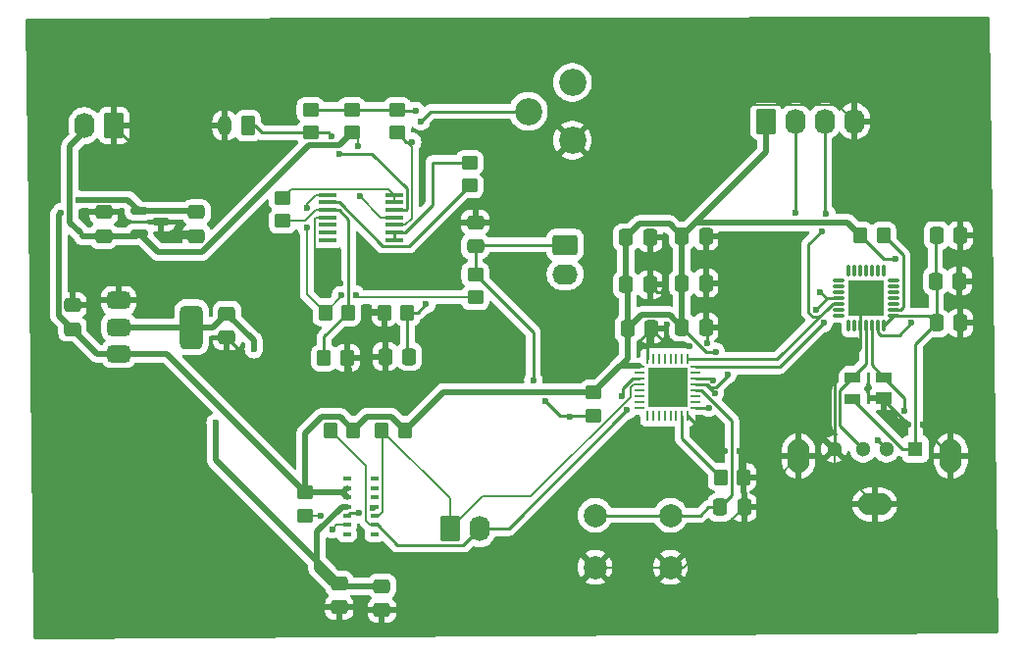
<source format=gbr>
%TF.GenerationSoftware,KiCad,Pcbnew,8.0.8*%
%TF.CreationDate,2025-04-07T15:17:30-05:00*%
%TF.ProjectId,finalproject,66696e61-6c70-4726-9f6a-6563742e6b69,rev?*%
%TF.SameCoordinates,Original*%
%TF.FileFunction,Copper,L1,Top*%
%TF.FilePolarity,Positive*%
%FSLAX46Y46*%
G04 Gerber Fmt 4.6, Leading zero omitted, Abs format (unit mm)*
G04 Created by KiCad (PCBNEW 8.0.8) date 2025-04-07 15:17:30*
%MOMM*%
%LPD*%
G01*
G04 APERTURE LIST*
G04 Aperture macros list*
%AMRoundRect*
0 Rectangle with rounded corners*
0 $1 Rounding radius*
0 $2 $3 $4 $5 $6 $7 $8 $9 X,Y pos of 4 corners*
0 Add a 4 corners polygon primitive as box body*
4,1,4,$2,$3,$4,$5,$6,$7,$8,$9,$2,$3,0*
0 Add four circle primitives for the rounded corners*
1,1,$1+$1,$2,$3*
1,1,$1+$1,$4,$5*
1,1,$1+$1,$6,$7*
1,1,$1+$1,$8,$9*
0 Add four rect primitives between the rounded corners*
20,1,$1+$1,$2,$3,$4,$5,0*
20,1,$1+$1,$4,$5,$6,$7,0*
20,1,$1+$1,$6,$7,$8,$9,0*
20,1,$1+$1,$8,$9,$2,$3,0*%
G04 Aperture macros list end*
%TA.AperFunction,SMDPad,CuDef*%
%ADD10RoundRect,0.250000X0.450000X-0.350000X0.450000X0.350000X-0.450000X0.350000X-0.450000X-0.350000X0*%
%TD*%
%TA.AperFunction,SMDPad,CuDef*%
%ADD11RoundRect,0.250000X-0.450000X0.350000X-0.450000X-0.350000X0.450000X-0.350000X0.450000X0.350000X0*%
%TD*%
%TA.AperFunction,SMDPad,CuDef*%
%ADD12RoundRect,0.375000X-0.625000X-0.375000X0.625000X-0.375000X0.625000X0.375000X-0.625000X0.375000X0*%
%TD*%
%TA.AperFunction,SMDPad,CuDef*%
%ADD13RoundRect,0.500000X-0.500000X-1.400000X0.500000X-1.400000X0.500000X1.400000X-0.500000X1.400000X0*%
%TD*%
%TA.AperFunction,SMDPad,CuDef*%
%ADD14RoundRect,0.250000X-0.350000X-0.450000X0.350000X-0.450000X0.350000X0.450000X-0.350000X0.450000X0*%
%TD*%
%TA.AperFunction,SMDPad,CuDef*%
%ADD15RoundRect,0.250000X-0.337500X-0.475000X0.337500X-0.475000X0.337500X0.475000X-0.337500X0.475000X0*%
%TD*%
%TA.AperFunction,ComponentPad*%
%ADD16RoundRect,0.250000X-0.620000X-0.845000X0.620000X-0.845000X0.620000X0.845000X-0.620000X0.845000X0*%
%TD*%
%TA.AperFunction,ComponentPad*%
%ADD17O,1.740000X2.190000*%
%TD*%
%TA.AperFunction,SMDPad,CuDef*%
%ADD18RoundRect,0.250000X-0.475000X0.337500X-0.475000X-0.337500X0.475000X-0.337500X0.475000X0.337500X0*%
%TD*%
%TA.AperFunction,SMDPad,CuDef*%
%ADD19RoundRect,0.032500X0.097500X-0.452500X0.097500X0.452500X-0.097500X0.452500X-0.097500X-0.452500X0*%
%TD*%
%TA.AperFunction,SMDPad,CuDef*%
%ADD20RoundRect,0.032500X0.452500X-0.097500X0.452500X0.097500X-0.452500X0.097500X-0.452500X-0.097500X0*%
%TD*%
%TA.AperFunction,SMDPad,CuDef*%
%ADD21R,3.150000X3.150000*%
%TD*%
%TA.AperFunction,SMDPad,CuDef*%
%ADD22RoundRect,0.250000X0.337500X0.475000X-0.337500X0.475000X-0.337500X-0.475000X0.337500X-0.475000X0*%
%TD*%
%TA.AperFunction,SMDPad,CuDef*%
%ADD23RoundRect,0.250000X0.350000X0.450000X-0.350000X0.450000X-0.350000X-0.450000X0.350000X-0.450000X0*%
%TD*%
%TA.AperFunction,ComponentPad*%
%ADD24RoundRect,0.250000X0.620000X0.845000X-0.620000X0.845000X-0.620000X-0.845000X0.620000X-0.845000X0*%
%TD*%
%TA.AperFunction,SMDPad,CuDef*%
%ADD25RoundRect,0.150000X-0.587500X-0.150000X0.587500X-0.150000X0.587500X0.150000X-0.587500X0.150000X0*%
%TD*%
%TA.AperFunction,SMDPad,CuDef*%
%ADD26RoundRect,0.087500X0.287500X0.087500X-0.287500X0.087500X-0.287500X-0.087500X0.287500X-0.087500X0*%
%TD*%
%TA.AperFunction,ComponentPad*%
%ADD27R,1.300000X1.300000*%
%TD*%
%TA.AperFunction,ComponentPad*%
%ADD28C,1.300000*%
%TD*%
%TA.AperFunction,ComponentPad*%
%ADD29O,1.900000X2.900000*%
%TD*%
%TA.AperFunction,ComponentPad*%
%ADD30O,2.900000X1.900000*%
%TD*%
%TA.AperFunction,ComponentPad*%
%ADD31RoundRect,0.250000X-0.845000X0.620000X-0.845000X-0.620000X0.845000X-0.620000X0.845000X0.620000X0*%
%TD*%
%TA.AperFunction,ComponentPad*%
%ADD32O,2.190000X1.740000*%
%TD*%
%TA.AperFunction,SMDPad,CuDef*%
%ADD33RoundRect,0.250000X0.475000X-0.337500X0.475000X0.337500X-0.475000X0.337500X-0.475000X-0.337500X0*%
%TD*%
%TA.AperFunction,ComponentPad*%
%ADD34C,2.000000*%
%TD*%
%TA.AperFunction,SMDPad,CuDef*%
%ADD35RoundRect,0.062500X0.375000X0.062500X-0.375000X0.062500X-0.375000X-0.062500X0.375000X-0.062500X0*%
%TD*%
%TA.AperFunction,SMDPad,CuDef*%
%ADD36RoundRect,0.062500X0.062500X0.375000X-0.062500X0.375000X-0.062500X-0.375000X0.062500X-0.375000X0*%
%TD*%
%TA.AperFunction,HeatsinkPad*%
%ADD37R,3.450000X3.450000*%
%TD*%
%TA.AperFunction,SMDPad,CuDef*%
%ADD38R,1.400000X1.100000*%
%TD*%
%TA.AperFunction,SMDPad,CuDef*%
%ADD39R,1.400000X0.900000*%
%TD*%
%TA.AperFunction,ComponentPad*%
%ADD40C,2.340000*%
%TD*%
%TA.AperFunction,ComponentPad*%
%ADD41RoundRect,0.250000X0.350000X0.625000X-0.350000X0.625000X-0.350000X-0.625000X0.350000X-0.625000X0*%
%TD*%
%TA.AperFunction,ComponentPad*%
%ADD42O,1.200000X1.750000*%
%TD*%
%TA.AperFunction,SMDPad,CuDef*%
%ADD43R,1.570000X0.410000*%
%TD*%
%TA.AperFunction,ViaPad*%
%ADD44C,0.600000*%
%TD*%
%TA.AperFunction,Conductor*%
%ADD45C,0.200000*%
%TD*%
%TA.AperFunction,Conductor*%
%ADD46C,0.254000*%
%TD*%
%TA.AperFunction,Conductor*%
%ADD47C,0.508000*%
%TD*%
G04 APERTURE END LIST*
D10*
%TO.P,R4,1*%
%TO.N,+5V*%
X101409000Y-74533000D03*
%TO.P,R4,2*%
%TO.N,Net-(C3-Pad1)*%
X101409000Y-72533000D03*
%TD*%
D11*
%TO.P,R6,1*%
%TO.N,Net-(C3-Pad1)*%
X97853000Y-72533000D03*
%TO.P,R6,2*%
%TO.N,Net-(GSR_IN1-Pin_1)*%
X97853000Y-74533000D03*
%TD*%
D12*
%TO.P,3.3V_1.8V1,1,GND*%
%TO.N,GND*%
X81294000Y-89013000D03*
%TO.P,3.3V_1.8V1,2,VO*%
%TO.N,+1V8*%
X81294000Y-91313000D03*
D13*
X87594000Y-91313000D03*
D12*
%TO.P,3.3V_1.8V1,3,VI*%
%TO.N,+3.3V*%
X81294000Y-93613000D03*
%TD*%
D10*
%TO.P,R14,1*%
%TO.N,Net-(HEART1-~{INT})*%
X97409000Y-107594000D03*
%TO.P,R14,2*%
%TO.N,+3.3V*%
X97409000Y-105594000D03*
%TD*%
D14*
%TO.P,R2,1*%
%TO.N,/SCL*%
X99568000Y-100203000D03*
%TO.P,R2,2*%
%TO.N,+3.3V*%
X101568000Y-100203000D03*
%TD*%
D15*
%TO.P,C7,1*%
%TO.N,+3.3V*%
X125073500Y-87651500D03*
%TO.P,C7,2*%
%TO.N,GND*%
X127148500Y-87651500D03*
%TD*%
D16*
%TO.P,TEST1,1,Pin_1*%
%TO.N,+3.3V*%
X137160000Y-73534500D03*
D17*
%TO.P,TEST1,2,Pin_2*%
%TO.N,/TX*%
X139700000Y-73534500D03*
%TO.P,TEST1,3,Pin_3*%
%TO.N,/RX*%
X142240000Y-73534500D03*
%TO.P,TEST1,4,Pin_4*%
%TO.N,GND*%
X144780000Y-73534500D03*
%TD*%
D11*
%TO.P,R16,1*%
%TO.N,+3.3V*%
X122301000Y-96938500D03*
%TO.P,R16,2*%
%TO.N,/SIG*%
X122301000Y-98938500D03*
%TD*%
D18*
%TO.P,C1,1*%
%TO.N,+1V8*%
X104013000Y-113668500D03*
%TO.P,C1,2*%
%TO.N,GND*%
X104013000Y-115743500D03*
%TD*%
D19*
%TO.P,UART-TO-USB1,1,DCD*%
%TO.N,unconnected-(UART-TO-USB1-DCD-Pad1)*%
X144320000Y-91187500D03*
%TO.P,UART-TO-USB1,2,RI*%
%TO.N,unconnected-(UART-TO-USB1-RI-Pad2)*%
X144820000Y-91187500D03*
%TO.P,UART-TO-USB1,3,GND*%
%TO.N,GND*%
X145320000Y-91187500D03*
%TO.P,UART-TO-USB1,4,D+*%
%TO.N,Net-(UART-TO-USB1-D+)*%
X145820000Y-91187500D03*
%TO.P,UART-TO-USB1,5,D-*%
%TO.N,Net-(UART-TO-USB1-D-)*%
X146320000Y-91187500D03*
%TO.P,UART-TO-USB1,6,VDD*%
%TO.N,+3.3V*%
X146820000Y-91187500D03*
%TO.P,UART-TO-USB1,7,REGIN*%
%TO.N,/VBUS*%
X147320000Y-91187500D03*
D20*
%TO.P,UART-TO-USB1,8,VBUS*%
X148190000Y-90317500D03*
%TO.P,UART-TO-USB1,9,~{RST}*%
%TO.N,Net-(UART-TO-USB1-~{RST})*%
X148190000Y-89817500D03*
%TO.P,UART-TO-USB1,10,NC*%
%TO.N,unconnected-(UART-TO-USB1-NC-Pad10)_7*%
X148190000Y-89317500D03*
%TO.P,UART-TO-USB1,11,~{SUSPEND}*%
%TO.N,unconnected-(UART-TO-USB1-~{SUSPEND}-Pad11)*%
X148190000Y-88817500D03*
%TO.P,UART-TO-USB1,12,SUSPEND*%
%TO.N,unconnected-(UART-TO-USB1-SUSPEND-Pad12)*%
X148190000Y-88317500D03*
%TO.P,UART-TO-USB1,13,NC*%
%TO.N,unconnected-(UART-TO-USB1-NC-Pad10)_6*%
X148190000Y-87817500D03*
%TO.P,UART-TO-USB1,14,NC*%
%TO.N,unconnected-(UART-TO-USB1-NC-Pad10)_8*%
X148190000Y-87317500D03*
D19*
%TO.P,UART-TO-USB1,15,NC*%
%TO.N,unconnected-(UART-TO-USB1-NC-Pad10)*%
X147320000Y-86447500D03*
%TO.P,UART-TO-USB1,16,NC*%
%TO.N,unconnected-(UART-TO-USB1-NC-Pad10)_1*%
X146820000Y-86447500D03*
%TO.P,UART-TO-USB1,17,NC*%
%TO.N,unconnected-(UART-TO-USB1-NC-Pad10)_5*%
X146320000Y-86447500D03*
%TO.P,UART-TO-USB1,18,NC*%
%TO.N,unconnected-(UART-TO-USB1-NC-Pad10)_4*%
X145820000Y-86447500D03*
%TO.P,UART-TO-USB1,19,NC*%
%TO.N,unconnected-(UART-TO-USB1-NC-Pad10)_9*%
X145320000Y-86447500D03*
%TO.P,UART-TO-USB1,20,NC*%
%TO.N,unconnected-(UART-TO-USB1-NC-Pad10)_3*%
X144820000Y-86447500D03*
%TO.P,UART-TO-USB1,21,NC*%
%TO.N,unconnected-(UART-TO-USB1-NC-Pad10)_10*%
X144320000Y-86447500D03*
D20*
%TO.P,UART-TO-USB1,22,NC*%
%TO.N,unconnected-(UART-TO-USB1-NC-Pad10)_2*%
X143450000Y-87317500D03*
%TO.P,UART-TO-USB1,23,CTS*%
%TO.N,unconnected-(UART-TO-USB1-CTS-Pad23)*%
X143450000Y-87817500D03*
%TO.P,UART-TO-USB1,24,RTS*%
%TO.N,unconnected-(UART-TO-USB1-RTS-Pad24)*%
X143450000Y-88317500D03*
%TO.P,UART-TO-USB1,25,RXD*%
%TO.N,/TX*%
X143450000Y-88817500D03*
%TO.P,UART-TO-USB1,26,TXD*%
%TO.N,/RX*%
X143450000Y-89317500D03*
%TO.P,UART-TO-USB1,27,DSR*%
%TO.N,unconnected-(UART-TO-USB1-DSR-Pad27)*%
X143450000Y-89817500D03*
%TO.P,UART-TO-USB1,28,DTR*%
%TO.N,unconnected-(UART-TO-USB1-DTR-Pad28)*%
X143450000Y-90317500D03*
D21*
%TO.P,UART-TO-USB1,29,GND*%
%TO.N,GND*%
X145820000Y-88817500D03*
%TD*%
D22*
%TO.P,C3,1*%
%TO.N,Net-(C3-Pad1)*%
X106383500Y-93853000D03*
%TO.P,C3,2*%
%TO.N,GND*%
X104308500Y-93853000D03*
%TD*%
D15*
%TO.P,C9,1*%
%TO.N,/VBUS*%
X151810500Y-87336500D03*
%TO.P,C9,2*%
%TO.N,GND*%
X153885500Y-87336500D03*
%TD*%
D23*
%TO.P,R10,1*%
%TO.N,Net-(R10-Pad1)*%
X101123000Y-90043000D03*
%TO.P,R10,2*%
%TO.N,Net-(R10-Pad2)*%
X99123000Y-90043000D03*
%TD*%
D14*
%TO.P,R1,1*%
%TO.N,/SDA*%
X104013000Y-100203000D03*
%TO.P,R1,2*%
%TO.N,+3.3V*%
X106013000Y-100203000D03*
%TD*%
D24*
%TO.P,Vin1,1,Pin_1*%
%TO.N,GND*%
X80867000Y-73914000D03*
D17*
%TO.P,Vin1,2,Pin_2*%
%TO.N,+5V*%
X78327000Y-73914000D03*
%TD*%
D10*
%TO.P,R12,1*%
%TO.N,Net-(R10-Pad2)*%
X112077000Y-88757000D03*
%TO.P,R12,2*%
%TO.N,/SIG*%
X112077000Y-86757000D03*
%TD*%
D25*
%TO.P,5V_3.3V1,1,VO*%
%TO.N,+3.3V*%
X83058000Y-81280000D03*
%TO.P,5V_3.3V1,2,VI*%
%TO.N,+5V*%
X83058000Y-83180000D03*
%TO.P,5V_3.3V1,3,GND*%
%TO.N,GND*%
X84933000Y-82230000D03*
%TD*%
D26*
%TO.P,HEART1,1,NC*%
%TO.N,unconnected-(HEART1-NC-Pad1)*%
X103378000Y-109207000D03*
%TO.P,HEART1,2,SCL*%
%TO.N,/SCL*%
X103378000Y-108407000D03*
%TO.P,HEART1,3,SDA*%
%TO.N,/SDA*%
X103378000Y-107607000D03*
%TO.P,HEART1,4,PGND*%
%TO.N,GND*%
X103378000Y-106807000D03*
%TO.P,HEART1,5,NC*%
%TO.N,unconnected-(HEART1-NC-Pad5)*%
X103378000Y-106007000D03*
%TO.P,HEART1,6,NC*%
%TO.N,unconnected-(HEART1-NC-Pad6)*%
X103378000Y-105207000D03*
%TO.P,HEART1,7,NC*%
%TO.N,unconnected-(HEART1-NC-Pad7)*%
X103378000Y-104407000D03*
%TO.P,HEART1,8,NC*%
%TO.N,unconnected-(HEART1-NC-Pad8)*%
X100978000Y-104407000D03*
%TO.P,HEART1,9,VLED+*%
%TO.N,+3.3V*%
X100978000Y-105207000D03*
%TO.P,HEART1,10,VLED+*%
X100978000Y-106007000D03*
%TO.P,HEART1,11,VDD*%
%TO.N,+1V8*%
X100978000Y-106807000D03*
%TO.P,HEART1,12,GND*%
%TO.N,GND*%
X100978000Y-107607000D03*
%TO.P,HEART1,13,~{INT}*%
%TO.N,Net-(HEART1-~{INT})*%
X100978000Y-108407000D03*
%TO.P,HEART1,14,NC*%
%TO.N,unconnected-(HEART1-NC-Pad14)*%
X100978000Y-109207000D03*
%TD*%
D15*
%TO.P,C11,1*%
%TO.N,+3.3V*%
X125200500Y-91461500D03*
%TO.P,C11,2*%
%TO.N,GND*%
X127275500Y-91461500D03*
%TD*%
D11*
%TO.P,R5,1*%
%TO.N,Net-(C3-Pad1)*%
X105346000Y-72533000D03*
%TO.P,R5,2*%
%TO.N,Net-(R17-Pad2)*%
X105346000Y-74533000D03*
%TD*%
D27*
%TO.P,USB1,1,VBUS*%
%TO.N,/VBUS*%
X150058000Y-101842500D03*
D28*
%TO.P,USB1,2,D-*%
%TO.N,Net-(UART-TO-USB1-D-)*%
X147558000Y-101842500D03*
%TO.P,USB1,3,D+*%
%TO.N,Net-(UART-TO-USB1-D+)*%
X145558000Y-101842500D03*
%TO.P,USB1,4,GND*%
%TO.N,GND*%
X143058000Y-101842500D03*
D29*
%TO.P,USB1,5,Shield*%
X153128000Y-102442500D03*
D30*
X146558000Y-106622500D03*
D29*
X139988000Y-102442500D03*
%TD*%
D31*
%TO.P,SIG1,1,Pin_1*%
%TO.N,/SIG*%
X119824000Y-84201000D03*
D32*
%TO.P,SIG1,2,Pin_2*%
%TO.N,unconnected-(SIG1-Pin_2-Pad2)*%
X119824000Y-86741000D03*
%TD*%
D33*
%TO.P,C14,1*%
%TO.N,+5V*%
X80010000Y-83460500D03*
%TO.P,C14,2*%
%TO.N,GND*%
X80010000Y-81385500D03*
%TD*%
D18*
%TO.P,C15,1*%
%TO.N,+3.3V*%
X88011000Y-81385500D03*
%TO.P,C15,2*%
%TO.N,GND*%
X88011000Y-83460500D03*
%TD*%
D15*
%TO.P,C5,1*%
%TO.N,+3.3V*%
X125073500Y-83587500D03*
%TO.P,C5,2*%
%TO.N,GND*%
X127148500Y-83587500D03*
%TD*%
%TO.P,C18,1*%
%TO.N,/VBUS*%
X151892000Y-83399500D03*
%TO.P,C18,2*%
%TO.N,GND*%
X153967000Y-83399500D03*
%TD*%
D18*
%TO.P,C2,1*%
%TO.N,+1V8*%
X100330000Y-113436000D03*
%TO.P,C2,2*%
%TO.N,GND*%
X100330000Y-115511000D03*
%TD*%
D15*
%TO.P,C12,1*%
%TO.N,+3.3V*%
X129899500Y-91334500D03*
%TO.P,C12,2*%
%TO.N,GND*%
X131974500Y-91334500D03*
%TD*%
D11*
%TO.P,R8,1*%
%TO.N,Net-(R8-Pad1)*%
X111569000Y-77105000D03*
%TO.P,R8,2*%
%TO.N,Net-(R8-Pad2)*%
X111569000Y-79105000D03*
%TD*%
D34*
%TO.P,SW1,1,1*%
%TO.N,GND*%
X128928000Y-112069000D03*
X122428000Y-112069000D03*
%TO.P,SW1,2,2*%
%TO.N,Net-(MCU1-NRST)*%
X128928000Y-107569000D03*
X122428000Y-107569000D03*
%TD*%
D35*
%TO.P,MCU1,1,VDD*%
%TO.N,+3.3V*%
X131108500Y-98267000D03*
%TO.P,MCU1,2,PC14*%
%TO.N,unconnected-(MCU1-PC14-Pad2)*%
X131108500Y-97767000D03*
%TO.P,MCU1,3,PC15*%
%TO.N,unconnected-(MCU1-PC15-Pad3)*%
X131108500Y-97267000D03*
%TO.P,MCU1,4,NRST*%
%TO.N,Net-(MCU1-NRST)*%
X131108500Y-96767000D03*
%TO.P,MCU1,5,VDDA*%
%TO.N,+3.3V*%
X131108500Y-96267000D03*
%TO.P,MCU1,6,PA0*%
%TO.N,/SIG*%
X131108500Y-95767000D03*
%TO.P,MCU1,7,PA1*%
%TO.N,unconnected-(MCU1-PA1-Pad7)*%
X131108500Y-95267000D03*
%TO.P,MCU1,8,PA2*%
%TO.N,/TX*%
X131108500Y-94767000D03*
D36*
%TO.P,MCU1,9,PA3*%
%TO.N,/RX*%
X130421000Y-94079500D03*
%TO.P,MCU1,10,PA4*%
%TO.N,unconnected-(MCU1-PA4-Pad10)*%
X129921000Y-94079500D03*
%TO.P,MCU1,11,PA5*%
%TO.N,unconnected-(MCU1-PA5-Pad11)*%
X129421000Y-94079500D03*
%TO.P,MCU1,12,PA6*%
%TO.N,unconnected-(MCU1-PA6-Pad12)*%
X128921000Y-94079500D03*
%TO.P,MCU1,13,PA7*%
%TO.N,unconnected-(MCU1-PA7-Pad13)*%
X128421000Y-94079500D03*
%TO.P,MCU1,14,PB0*%
%TO.N,unconnected-(MCU1-PB0-Pad14)*%
X127921000Y-94079500D03*
%TO.P,MCU1,15,PB1*%
%TO.N,unconnected-(MCU1-PB1-Pad15)*%
X127421000Y-94079500D03*
%TO.P,MCU1,16,VSS*%
%TO.N,GND*%
X126921000Y-94079500D03*
D35*
%TO.P,MCU1,17,VDD*%
%TO.N,+3.3V*%
X126233500Y-94767000D03*
%TO.P,MCU1,18,PA8*%
%TO.N,unconnected-(MCU1-PA8-Pad18)*%
X126233500Y-95267000D03*
%TO.P,MCU1,19,PA9*%
%TO.N,/SCL*%
X126233500Y-95767000D03*
%TO.P,MCU1,20,PA10*%
%TO.N,/SDA*%
X126233500Y-96267000D03*
%TO.P,MCU1,21,PA11*%
%TO.N,unconnected-(MCU1-PA11-Pad21)*%
X126233500Y-96767000D03*
%TO.P,MCU1,22,PA12*%
%TO.N,unconnected-(MCU1-PA12-Pad22)*%
X126233500Y-97267000D03*
%TO.P,MCU1,23,PA13*%
%TO.N,unconnected-(MCU1-PA13-Pad23)*%
X126233500Y-97767000D03*
%TO.P,MCU1,24,PA14*%
%TO.N,unconnected-(MCU1-PA14-Pad24)*%
X126233500Y-98267000D03*
D36*
%TO.P,MCU1,25,PA15*%
%TO.N,unconnected-(MCU1-PA15-Pad25)*%
X126921000Y-98954500D03*
%TO.P,MCU1,26,PB3*%
%TO.N,unconnected-(MCU1-PB3-Pad26)*%
X127421000Y-98954500D03*
%TO.P,MCU1,27,PB4*%
%TO.N,unconnected-(MCU1-PB4-Pad27)*%
X127921000Y-98954500D03*
%TO.P,MCU1,28,PB5*%
%TO.N,unconnected-(MCU1-PB5-Pad28)*%
X128421000Y-98954500D03*
%TO.P,MCU1,29,PB6*%
%TO.N,unconnected-(MCU1-PB6-Pad29)*%
X128921000Y-98954500D03*
%TO.P,MCU1,30,PB7*%
%TO.N,unconnected-(MCU1-PB7-Pad30)*%
X129421000Y-98954500D03*
%TO.P,MCU1,31,PH3*%
%TO.N,Net-(MCU1-PH3)*%
X129921000Y-98954500D03*
%TO.P,MCU1,32,VSS*%
%TO.N,GND*%
X130421000Y-98954500D03*
D37*
%TO.P,MCU1,33,VSS*%
X128671000Y-96517000D03*
%TD*%
D22*
%TO.P,C13,1*%
%TO.N,GND*%
X135276500Y-106876500D03*
%TO.P,C13,2*%
%TO.N,Net-(MCU1-NRST)*%
X133201500Y-106876500D03*
%TD*%
D15*
%TO.P,C8,1*%
%TO.N,/VBUS*%
X151892000Y-90959500D03*
%TO.P,C8,2*%
%TO.N,GND*%
X153967000Y-90959500D03*
%TD*%
D38*
%TO.P,U1,1*%
%TO.N,GND*%
X147353000Y-97452500D03*
D39*
%TO.P,U1,2*%
%TO.N,Net-(UART-TO-USB1-D-)*%
X147353000Y-95632500D03*
%TO.P,U1,3*%
%TO.N,Net-(UART-TO-USB1-D+)*%
X144653000Y-95632500D03*
%TO.P,U1,4*%
%TO.N,/VBUS*%
X144653000Y-97552500D03*
%TD*%
D22*
%TO.P,C6,1*%
%TO.N,GND*%
X131974500Y-83460500D03*
%TO.P,C6,2*%
%TO.N,+3.3V*%
X129899500Y-83460500D03*
%TD*%
D23*
%TO.P,R15,1*%
%TO.N,Net-(UART-TO-USB1-~{RST})*%
X147304000Y-83399500D03*
%TO.P,R15,2*%
%TO.N,+3.3V*%
X145304000Y-83399500D03*
%TD*%
D16*
%TO.P,HEARTOUT1,1,Pin_1*%
%TO.N,/SDA*%
X109921501Y-108721500D03*
D17*
%TO.P,HEARTOUT1,2,Pin_2*%
%TO.N,/SCL*%
X112461501Y-108721500D03*
%TD*%
D23*
%TO.P,R3,1*%
%TO.N,Net-(C3-Pad1)*%
X106219000Y-90043000D03*
%TO.P,R3,2*%
%TO.N,GND*%
X104219000Y-90043000D03*
%TD*%
D40*
%TO.P,R17,1*%
%TO.N,GND*%
X120459000Y-75184000D03*
%TO.P,R17,2*%
%TO.N,Net-(R17-Pad2)*%
X116659000Y-72684000D03*
%TO.P,R17,3*%
%TO.N,N/C*%
X120459000Y-70184000D03*
%TD*%
D15*
%TO.P,C10,1*%
%TO.N,+3.3V*%
X129899500Y-87524500D03*
%TO.P,C10,2*%
%TO.N,GND*%
X131974500Y-87524500D03*
%TD*%
D18*
%TO.P,C17,1*%
%TO.N,+1V8*%
X90642000Y-90127000D03*
%TO.P,C17,2*%
%TO.N,GND*%
X90642000Y-92202000D03*
%TD*%
D33*
%TO.P,C4,1*%
%TO.N,/SIG*%
X112077000Y-84349500D03*
%TO.P,C4,2*%
%TO.N,GND*%
X112077000Y-82274500D03*
%TD*%
D11*
%TO.P,R9,2*%
%TO.N,Net-(R10-Pad1)*%
X95440000Y-82153000D03*
%TO.P,R9,1*%
%TO.N,Net-(R9-Pad1)*%
X95440000Y-80153000D03*
%TD*%
D14*
%TO.P,R13,1*%
%TO.N,Net-(MCU1-PH3)*%
X133239000Y-104268500D03*
%TO.P,R13,2*%
%TO.N,GND*%
X135239000Y-104268500D03*
%TD*%
D33*
%TO.P,C16,1*%
%TO.N,+3.3V*%
X77307000Y-91483000D03*
%TO.P,C16,2*%
%TO.N,GND*%
X77307000Y-89408000D03*
%TD*%
D41*
%TO.P,GSR_IN1,1,Pin_1*%
%TO.N,Net-(GSR_IN1-Pin_1)*%
X92456000Y-73914000D03*
D42*
%TO.P,GSR_IN1,2,Pin_2*%
%TO.N,GND*%
X90456000Y-73914000D03*
%TD*%
D23*
%TO.P,R11,1*%
%TO.N,GND*%
X101012000Y-93980000D03*
%TO.P,R11,2*%
%TO.N,Net-(R10-Pad1)*%
X99012000Y-93980000D03*
%TD*%
D43*
%TO.P,U2,14*%
%TO.N,N/C*%
X99320000Y-83789000D03*
%TO.P,U2,13*%
X99320000Y-83139000D03*
%TO.P,U2,12*%
X99320000Y-82489000D03*
%TO.P,U2,11*%
%TO.N,GND*%
X99320000Y-81839000D03*
%TO.P,U2,10*%
%TO.N,Net-(R10-Pad1)*%
X99320000Y-81189000D03*
%TO.P,U2,9*%
%TO.N,Net-(R8-Pad2)*%
X99320000Y-80539000D03*
%TO.P,U2,8*%
%TO.N,Net-(R10-Pad2)*%
X99320000Y-79889000D03*
%TO.P,U2,7*%
%TO.N,Net-(R9-Pad1)*%
X105060000Y-79889000D03*
%TO.P,U2,6*%
X105060000Y-80539000D03*
%TO.P,U2,5*%
%TO.N,Net-(GSR_IN1-Pin_1)*%
X105060000Y-81189000D03*
%TO.P,U2,4*%
%TO.N,+5V*%
X105060000Y-81839000D03*
%TO.P,U2,3*%
%TO.N,Net-(R17-Pad2)*%
X105060000Y-82489000D03*
%TO.P,U2,2*%
%TO.N,Net-(R8-Pad1)*%
X105060000Y-83139000D03*
%TO.P,U2,1*%
X105060000Y-83789000D03*
%TD*%
D44*
%TO.N,GND*%
X102743000Y-89789000D03*
X100457000Y-87503000D03*
%TO.N,Net-(C3-Pad1)*%
X106934000Y-72644000D03*
X107823000Y-89357000D03*
%TO.N,Net-(R10-Pad2)*%
X100496000Y-88519000D03*
X101750000Y-88519000D03*
X97525093Y-82732876D03*
X97536000Y-81026000D03*
%TO.N,+5V*%
X102108000Y-80010000D03*
X101981000Y-75714000D03*
%TO.N,Net-(GSR_IN1-Pin_1)*%
X100302620Y-76341000D03*
X99695000Y-74833000D03*
%TO.N,GND*%
X102016000Y-107324500D03*
X128397000Y-88266500D03*
X103216000Y-106932001D03*
X132116320Y-92664606D03*
X126238000Y-92837000D03*
X128605091Y-91106409D03*
X133604000Y-101982500D03*
X85090000Y-75565000D03*
X130599894Y-92921606D03*
X94107000Y-95123000D03*
X128143000Y-97410500D03*
X101219000Y-94996000D03*
X149431000Y-99696500D03*
X86487000Y-83058000D03*
X150685000Y-99696500D03*
X134866000Y-101982500D03*
%TO.N,+1V8*%
X92964000Y-93218000D03*
X89662000Y-99568000D03*
%TO.N,+3.3V*%
X149733000Y-90944500D03*
X132842000Y-93452500D03*
X133858000Y-95394000D03*
X132731390Y-97013110D03*
X132225678Y-98280822D03*
X77827000Y-80305159D03*
X76319000Y-81407000D03*
X148375000Y-85458856D03*
%TO.N,/SIG*%
X132588000Y-95886500D03*
X120269000Y-99061500D03*
X117094000Y-95885000D03*
X118110000Y-97692500D03*
%TO.N,Net-(R17-Pad2)*%
X106616000Y-75311000D03*
X107378000Y-73533000D03*
%TO.N,Net-(HEART1-~{INT})*%
X98714341Y-107629341D03*
X99717160Y-108759160D03*
%TO.N,/SCL*%
X125170637Y-98502137D03*
X124703107Y-97272607D03*
%TO.N,/RX*%
X142367000Y-81527500D03*
X141986000Y-83035500D03*
%TO.N,/TX*%
X141859000Y-88266500D03*
X139700000Y-81408500D03*
X141478000Y-89790500D03*
X142137201Y-90957701D03*
%TO.N,Net-(UART-TO-USB1-D-)*%
X149136356Y-98515144D03*
X146812000Y-101093500D03*
%TD*%
D45*
%TO.N,GND*%
X102743000Y-89789000D02*
X103965000Y-89789000D01*
X99320000Y-81839000D02*
X98335000Y-81839000D01*
X98335000Y-81839000D02*
X98235000Y-81939000D01*
X98235000Y-81939000D02*
X98235000Y-85281000D01*
X98235000Y-85281000D02*
X100457000Y-87503000D01*
X103965000Y-89789000D02*
X104219000Y-90043000D01*
D46*
%TO.N,Net-(C3-Pad1)*%
X105457000Y-72644000D02*
X105346000Y-72533000D01*
X107137000Y-90043000D02*
X107823000Y-89357000D01*
X106219000Y-90043000D02*
X107137000Y-90043000D01*
X106934000Y-72644000D02*
X105457000Y-72644000D01*
D45*
%TO.N,Net-(R10-Pad2)*%
X100496000Y-88519000D02*
X100496000Y-88670000D01*
X112077000Y-88757000D02*
X101988000Y-88757000D01*
X101988000Y-88757000D02*
X101750000Y-88519000D01*
X100496000Y-88670000D02*
X99123000Y-90043000D01*
D46*
%TO.N,Net-(R10-Pad1)*%
X101123000Y-90043000D02*
X101123000Y-81998000D01*
X101123000Y-81998000D02*
X100314000Y-81189000D01*
X100314000Y-81189000D02*
X99320000Y-81189000D01*
D45*
%TO.N,Net-(R10-Pad2)*%
X97525093Y-82732876D02*
X97525093Y-88445093D01*
X99320000Y-79889000D02*
X98335000Y-79889000D01*
X98335000Y-79889000D02*
X97536000Y-80688000D01*
X97536000Y-80688000D02*
X97536000Y-81026000D01*
X97525093Y-88445093D02*
X99123000Y-90043000D01*
%TO.N,Net-(R10-Pad1)*%
X99320000Y-81189000D02*
X98335000Y-81189000D01*
X98335000Y-81189000D02*
X97371000Y-82153000D01*
X97371000Y-82153000D02*
X95440000Y-82153000D01*
%TO.N,+5V*%
X105060000Y-81839000D02*
X103937000Y-81839000D01*
X101981000Y-75714000D02*
X101981000Y-75105000D01*
X103937000Y-81839000D02*
X102108000Y-80010000D01*
X101981000Y-75105000D02*
X101409000Y-74533000D01*
%TO.N,Net-(R17-Pad2)*%
X105060000Y-82489000D02*
X106045000Y-82489000D01*
X106045000Y-82489000D02*
X106599000Y-81935000D01*
X106599000Y-75786000D02*
X105346000Y-74533000D01*
X106599000Y-81935000D02*
X106599000Y-75786000D01*
D46*
%TO.N,Net-(R8-Pad2)*%
X111569000Y-79105000D02*
X106353000Y-84321000D01*
X104096000Y-84321000D02*
X100314000Y-80539000D01*
X106353000Y-84321000D02*
X104096000Y-84321000D01*
X100314000Y-80539000D02*
X99320000Y-80539000D01*
%TO.N,Net-(R8-Pad1)*%
X105060000Y-83139000D02*
X105060000Y-83789000D01*
X108394000Y-77105000D02*
X108394000Y-80799000D01*
X106054000Y-83139000D02*
X105060000Y-83139000D01*
X108394000Y-80799000D02*
X106054000Y-83139000D01*
%TO.N,Net-(GSR_IN1-Pin_1)*%
X98553000Y-74533000D02*
X99395000Y-74533000D01*
X99395000Y-74533000D02*
X99695000Y-74833000D01*
X100302620Y-76341000D02*
X103156000Y-76341000D01*
X103156000Y-76341000D02*
X106172000Y-79357000D01*
X106172000Y-79357000D02*
X106172000Y-81116000D01*
X106099000Y-81189000D02*
X105060000Y-81189000D01*
X106172000Y-81116000D02*
X106099000Y-81189000D01*
D45*
%TO.N,Net-(R9-Pad1)*%
X95440000Y-80153000D02*
X96209000Y-79384000D01*
X96209000Y-79384000D02*
X104555000Y-79384000D01*
X104555000Y-79384000D02*
X105060000Y-79889000D01*
X105060000Y-79889000D02*
X105060000Y-80539000D01*
D47*
%TO.N,+5V*%
X84714000Y-84836000D02*
X88450534Y-84836000D01*
X97699534Y-75587000D02*
X100355000Y-75587000D01*
X88450534Y-84836000D02*
X97699534Y-75587000D01*
X100355000Y-75587000D02*
X101409000Y-74533000D01*
D45*
%TO.N,GND*%
X112077000Y-82274500D02*
X113368500Y-82274500D01*
D46*
X126921000Y-91816000D02*
X127275500Y-91461500D01*
D45*
X122428000Y-112069000D02*
X128928000Y-112069000D01*
D46*
X150685000Y-99999500D02*
X153128000Y-102442500D01*
X127148500Y-87651500D02*
X127148500Y-83587500D01*
X134866000Y-103895500D02*
X135239000Y-104268500D01*
X147353000Y-97452500D02*
X147353000Y-97618500D01*
X130421000Y-98954500D02*
X133449000Y-101982500D01*
X128250000Y-91461500D02*
X128605091Y-91106409D01*
D45*
X120459000Y-75184000D02*
X123503500Y-72139500D01*
D46*
X101260500Y-107324500D02*
X100978000Y-107607000D01*
X127763500Y-88266500D02*
X127148500Y-87651500D01*
X126238000Y-92837000D02*
X126238000Y-92499000D01*
X80867000Y-73914000D02*
X82518000Y-75565000D01*
X143058000Y-95423500D02*
X143058000Y-101842500D01*
D45*
X143058000Y-103122500D02*
X146558000Y-106622500D01*
D46*
X93563000Y-95123000D02*
X94107000Y-95123000D01*
X82518000Y-75565000D02*
X85090000Y-75565000D01*
X80867000Y-73914000D02*
X90456000Y-73914000D01*
D45*
X128928000Y-112069000D02*
X130084000Y-112069000D01*
D46*
X87608500Y-83058000D02*
X88011000Y-83460500D01*
X126921000Y-94079500D02*
X126921000Y-91816000D01*
X126238000Y-92499000D02*
X127275500Y-91461500D01*
X102016000Y-107324500D02*
X101260500Y-107324500D01*
D45*
X142458000Y-102442500D02*
X143058000Y-101842500D01*
D46*
X128735606Y-92921606D02*
X130599894Y-92921606D01*
D45*
X135239000Y-104268500D02*
X138162000Y-104268500D01*
X135276500Y-104306000D02*
X135239000Y-104268500D01*
X135276500Y-106876500D02*
X135276500Y-104306000D01*
D46*
X101219000Y-94996000D02*
X101219000Y-94187000D01*
X128671000Y-96517000D02*
X128671000Y-96882500D01*
X150685000Y-99696500D02*
X150685000Y-99999500D01*
D45*
X143058000Y-101842500D02*
X143058000Y-103122500D01*
D46*
X145320000Y-93161500D02*
X143058000Y-95423500D01*
D45*
X113368500Y-82274500D02*
X120459000Y-75184000D01*
D46*
X134866000Y-101982500D02*
X134866000Y-103895500D01*
X101219000Y-94187000D02*
X101012000Y-93980000D01*
D45*
X139988000Y-102442500D02*
X142458000Y-102442500D01*
D46*
X103378000Y-106807000D02*
X103341001Y-106807000D01*
D45*
X130084000Y-112069000D02*
X135276500Y-106876500D01*
D46*
X127275500Y-91461500D02*
X128250000Y-91461500D01*
X128671000Y-96882500D02*
X128143000Y-97410500D01*
X127275500Y-91461500D02*
X128735606Y-92921606D01*
D45*
X138162000Y-104268500D02*
X139988000Y-102442500D01*
D46*
X103341001Y-106807000D02*
X103216000Y-106932001D01*
X147353000Y-97618500D02*
X149431000Y-99696500D01*
X90642000Y-92202000D02*
X93563000Y-95123000D01*
X145820000Y-88817500D02*
X145320000Y-89317500D01*
X133449000Y-101982500D02*
X133604000Y-101982500D01*
X145320000Y-89317500D02*
X145320000Y-91187500D01*
D45*
X143385000Y-72139500D02*
X144780000Y-73534500D01*
D46*
X128397000Y-88266500D02*
X127763500Y-88266500D01*
X132116320Y-91476320D02*
X131974500Y-91334500D01*
D45*
X123503500Y-72139500D02*
X143385000Y-72139500D01*
D46*
X86487000Y-83058000D02*
X87608500Y-83058000D01*
X145320000Y-91187500D02*
X145320000Y-93161500D01*
X132116320Y-92664606D02*
X132116320Y-91476320D01*
D47*
%TO.N,+1V8*%
X98425000Y-108985001D02*
X100603001Y-106807000D01*
X100330000Y-113436000D02*
X89662000Y-102768000D01*
X81294000Y-91313000D02*
X87594000Y-91313000D01*
X92964000Y-93218000D02*
X92964000Y-92449000D01*
X89662000Y-102768000D02*
X89662000Y-99568000D01*
X104013000Y-113668500D02*
X100562500Y-113668500D01*
X100330000Y-113436000D02*
X99695000Y-113436000D01*
X98425000Y-112166000D02*
X98425000Y-108985001D01*
X100603001Y-106807000D02*
X100978000Y-106807000D01*
X92964000Y-92449000D02*
X90642000Y-90127000D01*
X89456000Y-91313000D02*
X90642000Y-90127000D01*
X99695000Y-113436000D02*
X98425000Y-112166000D01*
X87594000Y-91313000D02*
X89456000Y-91313000D01*
X100562500Y-113668500D02*
X100330000Y-113436000D01*
%TO.N,+3.3V*%
X128847500Y-82408500D02*
X129899500Y-83460500D01*
X131078500Y-82281500D02*
X144186000Y-82281500D01*
X137392500Y-73767000D02*
X137160000Y-73534500D01*
X100414000Y-99049000D02*
X101568000Y-100203000D01*
D46*
X132017500Y-93452500D02*
X129899500Y-91334500D01*
D47*
X124160500Y-95079000D02*
X124551500Y-94688000D01*
D46*
X132731390Y-97013110D02*
X131985280Y-96267000D01*
D47*
X125073500Y-83587500D02*
X126252500Y-82408500D01*
X129899500Y-83460500D02*
X129899500Y-87524500D01*
X125073500Y-87651500D02*
X125073500Y-83587500D01*
D46*
X132842000Y-93452500D02*
X132017500Y-93452500D01*
D47*
X102722000Y-99049000D02*
X101568000Y-100203000D01*
X85428000Y-93613000D02*
X97409000Y-105594000D01*
X129899500Y-87524500D02*
X129899500Y-91334500D01*
X106013000Y-100203000D02*
X104859000Y-99049000D01*
D46*
X131985280Y-96267000D02*
X131572000Y-96267000D01*
D47*
X97669000Y-105334000D02*
X97409000Y-105594000D01*
D46*
X132328288Y-96513500D02*
X132850000Y-96513500D01*
X146820000Y-91746810D02*
X147072690Y-91999500D01*
D47*
X81294000Y-93613000D02*
X79437000Y-93613000D01*
D46*
X148375000Y-85458856D02*
X147363356Y-85458856D01*
D47*
X97409000Y-100482000D02*
X98842000Y-99049000D01*
D46*
X147072690Y-91999500D02*
X148678000Y-91999500D01*
D47*
X125200500Y-91461500D02*
X125200500Y-87778500D01*
X79437000Y-93613000D02*
X77307000Y-91483000D01*
X126252500Y-82408500D02*
X128847500Y-82408500D01*
D46*
X131108500Y-96267000D02*
X131572000Y-96267000D01*
D47*
X97409000Y-100482000D02*
X97409000Y-105594000D01*
X124160500Y-95079000D02*
X125200500Y-94039000D01*
X76128000Y-81598000D02*
X76128000Y-90304000D01*
X81294000Y-93613000D02*
X85428000Y-93613000D01*
X125200500Y-91461500D02*
X126379500Y-90282500D01*
X82083159Y-80305159D02*
X77827000Y-80305159D01*
D46*
X131572000Y-96267000D02*
X132081788Y-96267000D01*
D47*
X137160000Y-76200000D02*
X129899500Y-83460500D01*
X100591000Y-105594000D02*
X100978000Y-105207000D01*
X76319000Y-81407000D02*
X76128000Y-81598000D01*
X126379500Y-90282500D02*
X128847500Y-90282500D01*
D46*
X132850000Y-96513500D02*
X133858000Y-95505500D01*
D47*
X106140000Y-100330000D02*
X106013000Y-100203000D01*
X83058000Y-81280000D02*
X82083159Y-80305159D01*
D46*
X148678000Y-91999500D02*
X149733000Y-90944500D01*
D47*
X128847500Y-90282500D02*
X129899500Y-91334500D01*
X97409000Y-105594000D02*
X100565000Y-105594000D01*
X106013000Y-100203000D02*
X109277500Y-96938500D01*
D46*
X132211856Y-98267000D02*
X132225678Y-98280822D01*
D47*
X109277500Y-96938500D02*
X122301000Y-96938500D01*
D46*
X132081788Y-96267000D02*
X132328288Y-96513500D01*
D47*
X137160000Y-73534500D02*
X137160000Y-76200000D01*
X122301000Y-96938500D02*
X124160500Y-95079000D01*
X104859000Y-99049000D02*
X102722000Y-99049000D01*
X125200500Y-94039000D02*
X125200500Y-91461500D01*
X98842000Y-99049000D02*
X100414000Y-99049000D01*
X125200500Y-87778500D02*
X125073500Y-87651500D01*
D46*
X147363356Y-85458856D02*
X145304000Y-83399500D01*
D47*
X144186000Y-82281500D02*
X145304000Y-83399500D01*
X124551500Y-94688000D02*
X126233500Y-94688000D01*
D46*
X131108500Y-98267000D02*
X132211856Y-98267000D01*
X146820000Y-91187500D02*
X146820000Y-91746810D01*
D47*
X100565000Y-105594000D02*
X100978000Y-106007000D01*
X76128000Y-90304000D02*
X77307000Y-91483000D01*
X129899500Y-83460500D02*
X131078500Y-82281500D01*
X97409000Y-105594000D02*
X100591000Y-105594000D01*
X83058000Y-81280000D02*
X87905500Y-81280000D01*
X87905500Y-81280000D02*
X88011000Y-81385500D01*
D46*
X133858000Y-95505500D02*
X133858000Y-95394000D01*
D47*
%TO.N,+5V*%
X78867000Y-73914000D02*
X77073000Y-75708000D01*
X77073000Y-82254000D02*
X77983500Y-83164500D01*
X77073000Y-75708000D02*
X77073000Y-82254000D01*
X80010000Y-83460500D02*
X82777500Y-83460500D01*
X78126500Y-83460500D02*
X80010000Y-83460500D01*
X82777500Y-83460500D02*
X83058000Y-83180000D01*
X83058000Y-83180000D02*
X84714000Y-84836000D01*
D46*
%TO.N,Net-(C3-Pad1)*%
X106219000Y-90043000D02*
X106219000Y-93688500D01*
X106219000Y-93688500D02*
X106510500Y-93980000D01*
X105346000Y-72533000D02*
X101409000Y-72533000D01*
X101409000Y-72533000D02*
X97853000Y-72533000D01*
%TO.N,/SIG*%
X122301000Y-98938500D02*
X120392000Y-98938500D01*
X119356000Y-98938500D02*
X118110000Y-97692500D01*
X122301000Y-98938500D02*
X119356000Y-98938500D01*
X112077000Y-86757000D02*
X112077000Y-84349500D01*
X112712000Y-84201000D02*
X119824000Y-84201000D01*
X122301000Y-98561428D02*
X122301000Y-98938500D01*
X112563500Y-84349500D02*
X112712000Y-84201000D01*
X117094000Y-95885000D02*
X117094000Y-91774000D01*
X120392000Y-98938500D02*
X120269000Y-99061500D01*
X132588000Y-95886500D02*
X132468500Y-95767000D01*
X132468500Y-95767000D02*
X131108500Y-95767000D01*
X112077000Y-84349500D02*
X112563500Y-84349500D01*
X117094000Y-91774000D02*
X112077000Y-86757000D01*
%TO.N,Net-(MCU1-NRST)*%
X134239000Y-99407432D02*
X134239000Y-105839000D01*
X132167000Y-106876500D02*
X131474500Y-107569000D01*
X132167000Y-106876500D02*
X133201500Y-106876500D01*
X128928000Y-107569000D02*
X122428000Y-107569000D01*
X131108500Y-96767000D02*
X131598568Y-96767000D01*
X131598568Y-96767000D02*
X134239000Y-99407432D01*
X134239000Y-105839000D02*
X133201500Y-106876500D01*
X131474500Y-107569000D02*
X128928000Y-107569000D01*
%TO.N,Net-(R8-Pad1)*%
X111569000Y-77105000D02*
X108394000Y-77105000D01*
%TO.N,Net-(R17-Pad2)*%
X108227000Y-72684000D02*
X107378000Y-73533000D01*
X107378000Y-73503000D02*
X107378000Y-73533000D01*
X116659000Y-72684000D02*
X108227000Y-72684000D01*
X106616000Y-75311000D02*
X106124000Y-75311000D01*
X106124000Y-75311000D02*
X105346000Y-74533000D01*
%TO.N,Net-(R10-Pad1)*%
X99012000Y-92154000D02*
X101123000Y-90043000D01*
X99012000Y-93980000D02*
X99012000Y-92154000D01*
D45*
%TO.N,/SDA*%
X116881743Y-105942500D02*
X125495999Y-97328244D01*
X125781614Y-96267000D02*
X126233500Y-96267000D01*
X125496000Y-96552614D02*
X125781614Y-96267000D01*
X125496000Y-97328244D02*
X125496000Y-96552614D01*
X103752999Y-107607000D02*
X103378000Y-107607000D01*
X112700501Y-105942500D02*
X116881743Y-105942500D01*
X104013000Y-100203000D02*
X104053000Y-100243000D01*
X125495999Y-97328244D02*
X125496000Y-97328244D01*
X104053000Y-100243000D02*
X104053000Y-107306999D01*
X109921501Y-108721500D02*
X112700501Y-105942500D01*
X109921501Y-106111501D02*
X109921501Y-108721500D01*
X104053000Y-107306999D02*
X103752999Y-107607000D01*
X104013000Y-100203000D02*
X109921501Y-106111501D01*
%TO.N,Net-(HEART1-~{INT})*%
X99717160Y-108759160D02*
X100069320Y-108407000D01*
X97409000Y-107594000D02*
X98679000Y-107594000D01*
X100069320Y-108407000D02*
X100978000Y-108407000D01*
X98679000Y-107594000D02*
X98714341Y-107629341D01*
D46*
%TO.N,/SCL*%
X124841000Y-97134714D02*
X124841000Y-96603744D01*
D45*
X103003001Y-108407000D02*
X103378000Y-108407000D01*
X102616000Y-103251000D02*
X102616000Y-108019999D01*
D46*
X103638001Y-108407000D02*
X103378000Y-108407000D01*
X125677744Y-95767000D02*
X126233500Y-95767000D01*
X111039501Y-110143500D02*
X105374501Y-110143500D01*
X114951274Y-108721500D02*
X125170637Y-98502137D01*
X105374501Y-110143500D02*
X103638001Y-108407000D01*
X124703107Y-97272607D02*
X124841000Y-97134714D01*
D45*
X102616000Y-108019999D02*
X103003001Y-108407000D01*
D46*
X124841000Y-96603744D02*
X125677744Y-95767000D01*
D45*
X99568000Y-100203000D02*
X102616000Y-103251000D01*
D46*
X112461501Y-108721500D02*
X112589501Y-108593500D01*
X112461501Y-108721500D02*
X111039501Y-110143500D01*
X112461501Y-108721500D02*
X114951274Y-108721500D01*
%TO.N,Net-(MCU1-PH3)*%
X129921000Y-100950500D02*
X133239000Y-104268500D01*
X129921000Y-98954500D02*
X129921000Y-100950500D01*
%TO.N,/RX*%
X142890690Y-89317500D02*
X143450000Y-89317500D01*
X142240000Y-81400500D02*
X142367000Y-81527500D01*
X141251633Y-90450845D02*
X141757345Y-90450845D01*
X141986000Y-83035500D02*
X140851000Y-84170500D01*
X138128690Y-94079500D02*
X142890690Y-89317500D01*
X140851000Y-90050212D02*
X141251633Y-90450845D01*
X142240000Y-73534500D02*
X142240000Y-81400500D01*
X130421000Y-94079500D02*
X138128690Y-94079500D01*
X141757345Y-90450845D02*
X142890690Y-89317500D01*
X140851000Y-84170500D02*
X140851000Y-90050212D01*
%TO.N,/TX*%
X141859000Y-88266500D02*
X142410000Y-88817500D01*
X142410000Y-88817500D02*
X143450000Y-88817500D01*
X131108500Y-94767000D02*
X138327902Y-94767000D01*
X141478000Y-89790500D02*
X142451000Y-88817500D01*
X142451000Y-88817500D02*
X143450000Y-88817500D01*
X139700000Y-73534500D02*
X139700000Y-81408500D01*
X138327902Y-94767000D02*
X142137201Y-90957701D01*
%TO.N,Net-(GSR_IN1-Pin_1)*%
X93027000Y-73914000D02*
X93646000Y-74533000D01*
X97853000Y-74533000D02*
X93646000Y-74533000D01*
%TO.N,Net-(UART-TO-USB1-~{RST})*%
X149002000Y-89564810D02*
X148749310Y-89817500D01*
X148749310Y-89817500D02*
X148190000Y-89817500D01*
X147304000Y-83399500D02*
X149002000Y-85097500D01*
X149002000Y-85097500D02*
X149002000Y-89564810D01*
%TO.N,/VBUS*%
X151810500Y-83481000D02*
X151892000Y-83399500D01*
X151810500Y-87336500D02*
X151810500Y-83481000D01*
X151892000Y-87418000D02*
X151810500Y-87336500D01*
X147320000Y-91187500D02*
X148190000Y-90317500D01*
X148943000Y-101842500D02*
X150058000Y-101842500D01*
X150058000Y-101842500D02*
X150058000Y-92793500D01*
X151250000Y-90317500D02*
X151892000Y-90959500D01*
X144653000Y-97552500D02*
X148943000Y-101842500D01*
X150058000Y-92793500D02*
X151892000Y-90959500D01*
X148190000Y-90317500D02*
X151250000Y-90317500D01*
X151892000Y-90959500D02*
X151892000Y-87418000D01*
%TO.N,Net-(UART-TO-USB1-D-)*%
X147353000Y-95632500D02*
X146320000Y-94599500D01*
X146812000Y-101093500D02*
X146812000Y-101096500D01*
X146812000Y-101096500D02*
X147558000Y-101842500D01*
X149136356Y-97415856D02*
X149136356Y-98515144D01*
X146320000Y-94599500D02*
X146320000Y-91187500D01*
X147353000Y-95632500D02*
X149136356Y-97415856D01*
%TO.N,Net-(UART-TO-USB1-D+)*%
X143512000Y-96773500D02*
X143512000Y-99796500D01*
X143512000Y-99796500D02*
X145558000Y-101842500D01*
X145820000Y-94465500D02*
X145820000Y-91187500D01*
X144653000Y-95632500D02*
X143512000Y-96773500D01*
X144653000Y-95632500D02*
X145820000Y-94465500D01*
%TO.N,Net-(GSR_IN1-Pin_1)*%
X97853000Y-74533000D02*
X98553000Y-74533000D01*
%TD*%
%TA.AperFunction,Conductor*%
%TO.N,GND*%
G36*
X94158834Y-80297236D02*
G01*
X94214767Y-80339108D01*
X94239184Y-80404572D01*
X94239500Y-80413417D01*
X94239500Y-80553000D01*
X94239501Y-80553019D01*
X94250000Y-80655796D01*
X94250001Y-80655799D01*
X94276974Y-80737197D01*
X94305186Y-80822334D01*
X94358912Y-80909439D01*
X94397289Y-80971657D01*
X94490951Y-81065319D01*
X94524436Y-81126642D01*
X94519452Y-81196334D01*
X94490951Y-81240681D01*
X94397289Y-81334342D01*
X94305187Y-81483663D01*
X94305185Y-81483668D01*
X94284286Y-81546737D01*
X94250001Y-81650203D01*
X94250001Y-81650204D01*
X94250000Y-81650204D01*
X94239500Y-81752983D01*
X94239500Y-82553001D01*
X94239501Y-82553019D01*
X94250000Y-82655796D01*
X94250001Y-82655799D01*
X94305185Y-82822331D01*
X94305187Y-82822336D01*
X94337357Y-82874492D01*
X94397288Y-82971656D01*
X94521344Y-83095712D01*
X94670666Y-83187814D01*
X94837203Y-83242999D01*
X94939991Y-83253500D01*
X95940008Y-83253499D01*
X95940016Y-83253498D01*
X95940019Y-83253498D01*
X95996963Y-83247681D01*
X96042797Y-83242999D01*
X96209334Y-83187814D01*
X96358656Y-83095712D01*
X96482712Y-82971656D01*
X96523360Y-82905753D01*
X96575307Y-82859029D01*
X96644270Y-82847806D01*
X96708352Y-82875649D01*
X96745941Y-82929895D01*
X96799304Y-83082399D01*
X96849498Y-83162281D01*
X96882469Y-83214755D01*
X96895278Y-83235139D01*
X96897538Y-83237973D01*
X96898427Y-83240151D01*
X96898982Y-83241034D01*
X96898827Y-83241131D01*
X96923948Y-83302659D01*
X96924593Y-83315288D01*
X96924593Y-88358423D01*
X96924592Y-88358441D01*
X96924592Y-88524147D01*
X96924591Y-88524147D01*
X96965517Y-88676882D01*
X96965518Y-88676883D01*
X96987014Y-88714114D01*
X96987015Y-88714116D01*
X97044568Y-88813802D01*
X97044574Y-88813810D01*
X97163442Y-88932678D01*
X97163448Y-88932683D01*
X97986181Y-89755416D01*
X98019666Y-89816739D01*
X98022500Y-89843097D01*
X98022500Y-90543001D01*
X98022501Y-90543019D01*
X98033000Y-90645796D01*
X98033001Y-90645799D01*
X98088185Y-90812331D01*
X98088187Y-90812336D01*
X98096719Y-90826168D01*
X98180288Y-90961656D01*
X98304344Y-91085712D01*
X98453666Y-91177814D01*
X98620203Y-91232999D01*
X98722991Y-91243500D01*
X98735713Y-91243499D01*
X98802751Y-91263179D01*
X98848509Y-91315980D01*
X98858457Y-91385138D01*
X98829436Y-91448696D01*
X98823400Y-91455180D01*
X98766570Y-91512011D01*
X98611992Y-91666589D01*
X98568289Y-91710292D01*
X98524586Y-91753994D01*
X98524585Y-91753996D01*
X98455923Y-91856756D01*
X98455915Y-91856771D01*
X98450225Y-91870509D01*
X98408614Y-91970964D01*
X98408612Y-91970972D01*
X98388669Y-92071230D01*
X98388670Y-92071231D01*
X98384500Y-92092196D01*
X98384500Y-92750175D01*
X98364815Y-92817214D01*
X98325597Y-92855714D01*
X98193342Y-92937289D01*
X98069289Y-93061342D01*
X97977187Y-93210663D01*
X97977185Y-93210668D01*
X97956900Y-93271885D01*
X97922001Y-93377203D01*
X97922001Y-93377204D01*
X97922000Y-93377204D01*
X97911500Y-93479983D01*
X97911500Y-94480001D01*
X97911501Y-94480019D01*
X97922000Y-94582796D01*
X97922001Y-94582799D01*
X97954874Y-94682001D01*
X97977186Y-94749334D01*
X98069288Y-94898656D01*
X98193344Y-95022712D01*
X98342666Y-95114814D01*
X98509203Y-95169999D01*
X98611991Y-95180500D01*
X99412008Y-95180499D01*
X99412016Y-95180498D01*
X99412019Y-95180498D01*
X99468302Y-95174748D01*
X99514797Y-95169999D01*
X99681334Y-95114814D01*
X99830656Y-95022712D01*
X99924675Y-94928692D01*
X99985994Y-94895210D01*
X100055686Y-94900194D01*
X100100034Y-94928695D01*
X100193654Y-95022315D01*
X100342875Y-95114356D01*
X100342880Y-95114358D01*
X100509302Y-95169505D01*
X100509309Y-95169506D01*
X100612019Y-95179999D01*
X100761999Y-95179999D01*
X101262000Y-95179999D01*
X101411972Y-95179999D01*
X101411986Y-95179998D01*
X101514697Y-95169505D01*
X101681119Y-95114358D01*
X101681124Y-95114356D01*
X101830345Y-95022315D01*
X101954315Y-94898345D01*
X102046356Y-94749124D01*
X102046358Y-94749119D01*
X102101505Y-94582697D01*
X102101506Y-94582690D01*
X102111999Y-94479986D01*
X102112000Y-94479973D01*
X102112000Y-94377986D01*
X103221001Y-94377986D01*
X103231494Y-94480697D01*
X103286641Y-94647119D01*
X103286643Y-94647124D01*
X103378684Y-94796345D01*
X103502654Y-94920315D01*
X103651875Y-95012356D01*
X103651880Y-95012358D01*
X103818302Y-95067505D01*
X103818309Y-95067506D01*
X103921019Y-95077999D01*
X104058499Y-95077999D01*
X104058500Y-95077998D01*
X104058500Y-94103000D01*
X103221001Y-94103000D01*
X103221001Y-94377986D01*
X102112000Y-94377986D01*
X102112000Y-94230000D01*
X101262000Y-94230000D01*
X101262000Y-95179999D01*
X100761999Y-95179999D01*
X100762000Y-95179998D01*
X100762000Y-93730000D01*
X101262000Y-93730000D01*
X102111999Y-93730000D01*
X102111999Y-93480028D01*
X102111998Y-93480013D01*
X102101505Y-93377302D01*
X102085172Y-93328013D01*
X103221000Y-93328013D01*
X103221000Y-93603000D01*
X104058500Y-93603000D01*
X104058500Y-92628000D01*
X103921027Y-92628000D01*
X103921012Y-92628001D01*
X103818302Y-92638494D01*
X103651880Y-92693641D01*
X103651875Y-92693643D01*
X103502654Y-92785684D01*
X103378684Y-92909654D01*
X103286643Y-93058875D01*
X103286641Y-93058880D01*
X103231494Y-93225302D01*
X103231493Y-93225309D01*
X103221000Y-93328013D01*
X102085172Y-93328013D01*
X102046358Y-93210880D01*
X102046356Y-93210875D01*
X101954315Y-93061654D01*
X101830345Y-92937684D01*
X101681124Y-92845643D01*
X101681119Y-92845641D01*
X101514697Y-92790494D01*
X101514690Y-92790493D01*
X101411986Y-92780000D01*
X101262000Y-92780000D01*
X101262000Y-93730000D01*
X100762000Y-93730000D01*
X100762000Y-92780000D01*
X100612027Y-92780000D01*
X100612012Y-92780001D01*
X100509302Y-92790494D01*
X100342880Y-92845641D01*
X100342875Y-92845643D01*
X100193657Y-92937682D01*
X100100034Y-93031305D01*
X100038710Y-93064789D01*
X99969019Y-93059805D01*
X99924672Y-93031304D01*
X99830657Y-92937289D01*
X99830656Y-92937288D01*
X99703121Y-92858624D01*
X99698403Y-92855714D01*
X99651679Y-92803766D01*
X99639500Y-92750175D01*
X99639500Y-92465280D01*
X99659185Y-92398241D01*
X99675814Y-92377603D01*
X100773600Y-91279817D01*
X100834923Y-91246333D01*
X100861281Y-91243499D01*
X101523002Y-91243499D01*
X101523008Y-91243499D01*
X101625797Y-91232999D01*
X101792334Y-91177814D01*
X101941656Y-91085712D01*
X102065712Y-90961656D01*
X102157814Y-90812334D01*
X102212999Y-90645797D01*
X102223500Y-90543009D01*
X102223500Y-90542986D01*
X103119001Y-90542986D01*
X103129494Y-90645697D01*
X103184641Y-90812119D01*
X103184643Y-90812124D01*
X103276684Y-90961345D01*
X103400654Y-91085315D01*
X103549875Y-91177356D01*
X103549880Y-91177358D01*
X103716302Y-91232505D01*
X103716309Y-91232506D01*
X103819019Y-91242999D01*
X103968999Y-91242999D01*
X103969000Y-91242998D01*
X103969000Y-90293000D01*
X103119001Y-90293000D01*
X103119001Y-90542986D01*
X102223500Y-90542986D01*
X102223499Y-89542992D01*
X102223189Y-89539954D01*
X102218505Y-89494101D01*
X102231275Y-89425408D01*
X102279156Y-89374524D01*
X102341863Y-89357500D01*
X103000640Y-89357500D01*
X103067679Y-89377185D01*
X103113434Y-89429989D01*
X103123998Y-89494104D01*
X103119000Y-89543016D01*
X103119000Y-89793000D01*
X104095000Y-89793000D01*
X104162039Y-89812685D01*
X104207794Y-89865489D01*
X104219000Y-89917000D01*
X104219000Y-90043000D01*
X104345000Y-90043000D01*
X104412039Y-90062685D01*
X104457794Y-90115489D01*
X104469000Y-90167000D01*
X104469000Y-91242999D01*
X104618972Y-91242999D01*
X104618986Y-91242998D01*
X104721697Y-91232505D01*
X104888119Y-91177358D01*
X104888124Y-91177356D01*
X105037342Y-91085317D01*
X105130964Y-90991695D01*
X105192287Y-90958210D01*
X105261979Y-90963194D01*
X105306327Y-90991695D01*
X105400344Y-91085712D01*
X105520914Y-91160080D01*
X105532596Y-91167285D01*
X105579321Y-91219233D01*
X105591500Y-91272824D01*
X105591500Y-92719769D01*
X105571815Y-92786808D01*
X105555182Y-92807450D01*
X105453283Y-92909349D01*
X105451241Y-92912661D01*
X105449247Y-92914453D01*
X105448807Y-92915011D01*
X105448711Y-92914935D01*
X105399291Y-92959383D01*
X105330328Y-92970602D01*
X105266247Y-92942755D01*
X105240168Y-92912656D01*
X105238319Y-92909659D01*
X105238316Y-92909655D01*
X105114345Y-92785684D01*
X104965124Y-92693643D01*
X104965119Y-92693641D01*
X104798697Y-92638494D01*
X104798690Y-92638493D01*
X104695986Y-92628000D01*
X104558500Y-92628000D01*
X104558500Y-95077999D01*
X104695972Y-95077999D01*
X104695986Y-95077998D01*
X104798697Y-95067505D01*
X104965119Y-95012358D01*
X104965124Y-95012356D01*
X105114345Y-94920315D01*
X105238318Y-94796342D01*
X105240165Y-94793348D01*
X105241969Y-94791724D01*
X105242798Y-94790677D01*
X105242976Y-94790818D01*
X105292110Y-94746621D01*
X105361073Y-94735396D01*
X105425156Y-94763236D01*
X105451243Y-94793341D01*
X105453288Y-94796656D01*
X105577344Y-94920712D01*
X105726666Y-95012814D01*
X105893203Y-95067999D01*
X105995991Y-95078500D01*
X106771008Y-95078499D01*
X106771016Y-95078498D01*
X106771019Y-95078498D01*
X106827302Y-95072748D01*
X106873797Y-95067999D01*
X107040334Y-95012814D01*
X107189656Y-94920712D01*
X107313712Y-94796656D01*
X107405814Y-94647334D01*
X107460999Y-94480797D01*
X107471500Y-94378009D01*
X107471499Y-93327992D01*
X107468942Y-93302964D01*
X107460999Y-93225203D01*
X107460998Y-93225200D01*
X107456181Y-93210663D01*
X107405814Y-93058666D01*
X107313712Y-92909344D01*
X107189656Y-92785288D01*
X107040334Y-92693186D01*
X106979301Y-92672961D01*
X106931495Y-92657120D01*
X106874050Y-92617347D01*
X106847228Y-92552831D01*
X106846500Y-92539414D01*
X106846500Y-91272824D01*
X106866185Y-91205785D01*
X106905404Y-91167285D01*
X106910104Y-91164386D01*
X107037656Y-91085712D01*
X107161712Y-90961656D01*
X107253814Y-90812334D01*
X107289173Y-90705624D01*
X107328944Y-90648182D01*
X107359418Y-90630072D01*
X107412787Y-90607966D01*
X107434233Y-90599083D01*
X107537008Y-90530411D01*
X107624411Y-90443008D01*
X107884568Y-90182849D01*
X107945887Y-90149367D01*
X107958345Y-90147315D01*
X108002255Y-90142368D01*
X108172522Y-90082789D01*
X108325262Y-89986816D01*
X108452816Y-89859262D01*
X108548789Y-89706522D01*
X108608368Y-89536255D01*
X108609299Y-89527999D01*
X108616102Y-89467617D01*
X108643168Y-89403203D01*
X108700763Y-89363648D01*
X108739322Y-89357500D01*
X110831092Y-89357500D01*
X110898131Y-89377185D01*
X110936636Y-89421271D01*
X110938395Y-89420187D01*
X110942185Y-89426331D01*
X110942186Y-89426334D01*
X111034288Y-89575656D01*
X111158344Y-89699712D01*
X111307666Y-89791814D01*
X111474203Y-89846999D01*
X111576991Y-89857500D01*
X112577008Y-89857499D01*
X112577016Y-89857498D01*
X112577019Y-89857498D01*
X112633302Y-89851748D01*
X112679797Y-89846999D01*
X112846334Y-89791814D01*
X112995656Y-89699712D01*
X113119712Y-89575656D01*
X113211814Y-89426334D01*
X113266999Y-89259797D01*
X113277500Y-89157009D01*
X113277499Y-89144284D01*
X113297179Y-89077247D01*
X113349980Y-89031489D01*
X113419138Y-89021541D01*
X113482696Y-89050562D01*
X113489180Y-89056599D01*
X116430181Y-91997600D01*
X116463666Y-92058923D01*
X116466500Y-92085281D01*
X116466500Y-95343328D01*
X116447494Y-95409300D01*
X116368211Y-95535476D01*
X116308631Y-95705745D01*
X116308630Y-95705750D01*
X116288435Y-95884996D01*
X116288435Y-95885002D01*
X116306588Y-96046116D01*
X116294534Y-96114938D01*
X116247184Y-96166318D01*
X116183368Y-96184000D01*
X109203183Y-96184000D01*
X109057427Y-96212993D01*
X109057419Y-96212995D01*
X108920108Y-96269871D01*
X108796535Y-96352439D01*
X108796534Y-96352440D01*
X108752891Y-96396084D01*
X108691441Y-96457534D01*
X108691439Y-96457536D01*
X106182793Y-98966181D01*
X106121470Y-98999666D01*
X106095112Y-99002500D01*
X105930887Y-99002500D01*
X105863848Y-98982815D01*
X105843206Y-98966181D01*
X105339969Y-98462943D01*
X105339968Y-98462942D01*
X105216392Y-98380372D01*
X105216391Y-98380371D01*
X105216389Y-98380370D01*
X105216386Y-98380368D01*
X105216381Y-98380366D01*
X105126169Y-98343000D01*
X105079080Y-98323495D01*
X105079070Y-98323493D01*
X105054894Y-98318684D01*
X105043729Y-98316463D01*
X104933314Y-98294499D01*
X104933312Y-98294499D01*
X104784688Y-98294499D01*
X104778574Y-98294499D01*
X104778554Y-98294500D01*
X102647683Y-98294500D01*
X102501927Y-98323493D01*
X102501919Y-98323495D01*
X102364608Y-98380371D01*
X102241035Y-98462939D01*
X102241034Y-98462940D01*
X102212615Y-98491360D01*
X102135941Y-98568034D01*
X101737794Y-98966181D01*
X101676471Y-98999666D01*
X101650113Y-99002500D01*
X101485887Y-99002500D01*
X101418848Y-98982815D01*
X101398206Y-98966181D01*
X100894969Y-98462943D01*
X100894968Y-98462942D01*
X100771392Y-98380372D01*
X100771391Y-98380371D01*
X100771389Y-98380370D01*
X100771386Y-98380368D01*
X100771381Y-98380366D01*
X100681169Y-98343000D01*
X100634080Y-98323495D01*
X100634070Y-98323493D01*
X100609894Y-98318684D01*
X100598729Y-98316463D01*
X100488314Y-98294499D01*
X100488312Y-98294499D01*
X100339688Y-98294499D01*
X100333574Y-98294499D01*
X100333554Y-98294500D01*
X98922446Y-98294500D01*
X98922426Y-98294499D01*
X98916312Y-98294499D01*
X98767688Y-98294499D01*
X98767686Y-98294499D01*
X98657270Y-98316463D01*
X98646105Y-98318684D01*
X98621930Y-98323493D01*
X98621920Y-98323495D01*
X98574831Y-98343000D01*
X98484614Y-98380368D01*
X98484607Y-98380372D01*
X98361031Y-98462942D01*
X96822942Y-100001031D01*
X96740372Y-100124607D01*
X96740366Y-100124618D01*
X96724079Y-100163941D01*
X96717139Y-100180696D01*
X96700492Y-100220886D01*
X96686079Y-100255684D01*
X96686078Y-100255685D01*
X96686077Y-100255684D01*
X96683496Y-100261915D01*
X96683493Y-100261927D01*
X96654499Y-100407685D01*
X96654499Y-100562425D01*
X96654500Y-100562446D01*
X96654500Y-103473112D01*
X96634815Y-103540151D01*
X96582011Y-103585906D01*
X96512853Y-103595850D01*
X96449297Y-103566825D01*
X96442819Y-103560793D01*
X86790613Y-93908587D01*
X86757128Y-93847264D01*
X86762112Y-93777572D01*
X86803984Y-93721639D01*
X86869448Y-93697222D01*
X86912403Y-93701690D01*
X86916582Y-93702886D01*
X87035963Y-93713500D01*
X88152036Y-93713499D01*
X88271418Y-93702886D01*
X88467049Y-93646909D01*
X88647407Y-93552698D01*
X88805109Y-93424109D01*
X88933698Y-93266407D01*
X89027909Y-93086049D01*
X89083886Y-92890418D01*
X89094500Y-92771037D01*
X89094500Y-92589486D01*
X89417001Y-92589486D01*
X89427494Y-92692197D01*
X89482641Y-92858619D01*
X89482643Y-92858624D01*
X89574684Y-93007845D01*
X89698654Y-93131815D01*
X89847875Y-93223856D01*
X89847880Y-93223858D01*
X90014302Y-93279005D01*
X90014309Y-93279006D01*
X90117019Y-93289499D01*
X90391999Y-93289499D01*
X90392000Y-93289498D01*
X90392000Y-92452000D01*
X89417001Y-92452000D01*
X89417001Y-92589486D01*
X89094500Y-92589486D01*
X89094500Y-92191500D01*
X89114185Y-92124461D01*
X89166989Y-92078706D01*
X89218500Y-92067500D01*
X89375554Y-92067500D01*
X89375574Y-92067501D01*
X89381688Y-92067501D01*
X89530314Y-92067501D01*
X89651894Y-92043315D01*
X89651894Y-92043316D01*
X89651900Y-92043313D01*
X89676080Y-92038505D01*
X89711942Y-92023649D01*
X89732944Y-92014951D01*
X89732947Y-92014949D01*
X89732955Y-92014946D01*
X89813389Y-91981630D01*
X89819668Y-91977434D01*
X89826460Y-91972897D01*
X89893138Y-91952020D01*
X89895349Y-91952000D01*
X90518000Y-91952000D01*
X90585039Y-91971685D01*
X90630794Y-92024489D01*
X90642000Y-92076000D01*
X90642000Y-92202000D01*
X90768000Y-92202000D01*
X90835039Y-92221685D01*
X90880794Y-92274489D01*
X90892000Y-92326000D01*
X90892000Y-93289499D01*
X91166972Y-93289499D01*
X91166986Y-93289498D01*
X91269697Y-93279005D01*
X91436119Y-93223858D01*
X91436124Y-93223856D01*
X91585345Y-93131815D01*
X91709315Y-93007845D01*
X91801356Y-92858624D01*
X91801358Y-92858619D01*
X91856505Y-92692197D01*
X91857924Y-92685571D01*
X91859736Y-92685959D01*
X91882660Y-92629747D01*
X91939833Y-92589585D01*
X92009643Y-92586709D01*
X92067316Y-92619340D01*
X92173182Y-92725206D01*
X92206666Y-92786527D01*
X92209500Y-92812886D01*
X92209500Y-92929459D01*
X92202542Y-92970414D01*
X92178631Y-93038745D01*
X92178630Y-93038750D01*
X92158435Y-93217996D01*
X92158435Y-93218003D01*
X92178630Y-93397249D01*
X92178631Y-93397254D01*
X92238211Y-93567523D01*
X92329935Y-93713500D01*
X92334184Y-93720262D01*
X92461738Y-93847816D01*
X92614478Y-93943789D01*
X92667937Y-93962495D01*
X92784745Y-94003368D01*
X92784750Y-94003369D01*
X92963996Y-94023565D01*
X92964000Y-94023565D01*
X92964004Y-94023565D01*
X93143249Y-94003369D01*
X93143252Y-94003368D01*
X93143255Y-94003368D01*
X93313522Y-93943789D01*
X93466262Y-93847816D01*
X93593816Y-93720262D01*
X93689789Y-93567522D01*
X93749368Y-93397255D01*
X93749369Y-93397249D01*
X93769565Y-93218003D01*
X93769565Y-93217996D01*
X93749369Y-93038750D01*
X93749368Y-93038745D01*
X93725458Y-92970414D01*
X93718500Y-92929459D01*
X93718500Y-92529446D01*
X93718501Y-92529425D01*
X93718501Y-92374685D01*
X93694859Y-92255836D01*
X93689505Y-92228921D01*
X93684153Y-92216001D01*
X93671311Y-92184998D01*
X93648048Y-92128834D01*
X93632630Y-92091611D01*
X93562403Y-91986509D01*
X93562402Y-91986507D01*
X93550061Y-91968037D01*
X93550059Y-91968034D01*
X93444966Y-91862941D01*
X93444965Y-91862940D01*
X93440635Y-91858610D01*
X93440624Y-91858600D01*
X91903818Y-90321794D01*
X91870333Y-90260471D01*
X91867499Y-90234113D01*
X91867499Y-89739498D01*
X91867498Y-89739481D01*
X91856999Y-89636703D01*
X91856998Y-89636700D01*
X91849433Y-89613870D01*
X91801814Y-89470166D01*
X91709712Y-89320844D01*
X91585656Y-89196788D01*
X91436334Y-89104686D01*
X91269797Y-89049501D01*
X91269795Y-89049500D01*
X91167010Y-89039000D01*
X90116998Y-89039000D01*
X90116980Y-89039001D01*
X90014203Y-89049500D01*
X90014200Y-89049501D01*
X89847668Y-89104685D01*
X89847663Y-89104687D01*
X89698342Y-89196789D01*
X89574289Y-89320842D01*
X89482187Y-89470163D01*
X89482185Y-89470168D01*
X89456777Y-89546844D01*
X89427001Y-89636703D01*
X89427001Y-89636704D01*
X89427000Y-89636704D01*
X89416500Y-89739483D01*
X89416500Y-90234112D01*
X89396815Y-90301151D01*
X89380181Y-90321793D01*
X89306180Y-90395794D01*
X89244857Y-90429279D01*
X89175165Y-90424295D01*
X89119232Y-90382423D01*
X89094815Y-90316959D01*
X89094499Y-90308113D01*
X89094499Y-89854971D01*
X89094499Y-89854964D01*
X89083886Y-89735582D01*
X89028776Y-89542980D01*
X89027910Y-89539954D01*
X89027909Y-89539953D01*
X89027909Y-89539951D01*
X88933698Y-89359593D01*
X88852325Y-89259797D01*
X88805109Y-89201890D01*
X88647409Y-89073304D01*
X88647410Y-89073304D01*
X88647407Y-89073302D01*
X88467049Y-88979091D01*
X88467048Y-88979090D01*
X88467045Y-88979089D01*
X88349829Y-88945550D01*
X88271418Y-88923114D01*
X88271415Y-88923113D01*
X88271413Y-88923113D01*
X88205102Y-88917217D01*
X88152037Y-88912500D01*
X88152032Y-88912500D01*
X87035971Y-88912500D01*
X87035965Y-88912500D01*
X87035964Y-88912501D01*
X87024316Y-88913536D01*
X86916584Y-88923113D01*
X86720954Y-88979089D01*
X86630772Y-89026196D01*
X86540593Y-89073302D01*
X86540591Y-89073303D01*
X86540590Y-89073304D01*
X86382890Y-89201890D01*
X86254304Y-89359590D01*
X86254302Y-89359593D01*
X86217530Y-89429989D01*
X86160089Y-89539954D01*
X86126313Y-89658000D01*
X86104424Y-89734501D01*
X86104114Y-89735583D01*
X86104113Y-89735586D01*
X86093500Y-89854966D01*
X86093500Y-90434500D01*
X86073815Y-90501539D01*
X86021011Y-90547294D01*
X85969500Y-90558500D01*
X82784958Y-90558500D01*
X82717919Y-90538815D01*
X82673871Y-90489596D01*
X82661030Y-90463704D01*
X82559840Y-90337818D01*
X82541724Y-90315280D01*
X82532808Y-90308113D01*
X82472112Y-90259324D01*
X82432196Y-90201985D01*
X82429616Y-90132163D01*
X82465194Y-90072030D01*
X82472115Y-90066033D01*
X82541366Y-90010367D01*
X82541367Y-90010366D01*
X82660607Y-89862025D01*
X82660609Y-89862022D01*
X82745168Y-89691523D01*
X82791102Y-89506824D01*
X82794000Y-89464096D01*
X82794000Y-89263000D01*
X79794000Y-89263000D01*
X79794000Y-89464096D01*
X79796897Y-89506824D01*
X79842831Y-89691523D01*
X79927390Y-89862022D01*
X79927392Y-89862025D01*
X80046630Y-90010364D01*
X80115884Y-90066031D01*
X80155803Y-90123375D01*
X80158383Y-90193197D01*
X80122805Y-90253329D01*
X80115885Y-90259326D01*
X80046276Y-90315280D01*
X79926969Y-90463704D01*
X79926967Y-90463707D01*
X79842360Y-90634302D01*
X79796400Y-90819107D01*
X79793500Y-90861879D01*
X79793500Y-91764122D01*
X79793501Y-91764125D01*
X79796399Y-91806886D01*
X79796399Y-91806887D01*
X79818931Y-91897489D01*
X79841069Y-91986507D01*
X79842360Y-91991696D01*
X79926967Y-92162292D01*
X79926969Y-92162295D01*
X80046277Y-92310721D01*
X80046278Y-92310722D01*
X80115486Y-92366353D01*
X80155405Y-92423696D01*
X80157985Y-92493518D01*
X80122406Y-92553651D01*
X80115486Y-92559647D01*
X80046278Y-92615277D01*
X80046277Y-92615278D01*
X79928722Y-92761524D01*
X79926970Y-92763704D01*
X79914128Y-92789596D01*
X79866710Y-92840907D01*
X79803042Y-92858500D01*
X79800886Y-92858500D01*
X79733847Y-92838815D01*
X79713205Y-92822181D01*
X78568818Y-91677794D01*
X78535333Y-91616471D01*
X78532499Y-91590113D01*
X78532499Y-91095498D01*
X78532498Y-91095481D01*
X78521999Y-90992703D01*
X78521998Y-90992700D01*
X78503372Y-90936491D01*
X78466814Y-90826166D01*
X78374712Y-90676844D01*
X78250656Y-90552788D01*
X78247342Y-90550743D01*
X78245546Y-90548748D01*
X78244989Y-90548307D01*
X78245064Y-90548211D01*
X78200618Y-90498797D01*
X78189397Y-90429834D01*
X78217240Y-90365752D01*
X78247348Y-90339665D01*
X78250342Y-90337818D01*
X78374315Y-90213845D01*
X78466356Y-90064624D01*
X78466358Y-90064619D01*
X78521505Y-89898197D01*
X78521506Y-89898190D01*
X78531999Y-89795486D01*
X78532000Y-89795473D01*
X78532000Y-89658000D01*
X77431000Y-89658000D01*
X77363961Y-89638315D01*
X77318206Y-89585511D01*
X77307000Y-89534000D01*
X77307000Y-89408000D01*
X77181000Y-89408000D01*
X77113961Y-89388315D01*
X77068206Y-89335511D01*
X77057000Y-89284000D01*
X77057000Y-89158000D01*
X77557000Y-89158000D01*
X78531999Y-89158000D01*
X78531999Y-89020528D01*
X78531998Y-89020513D01*
X78521505Y-88917802D01*
X78466358Y-88751380D01*
X78466356Y-88751375D01*
X78374315Y-88602154D01*
X78334064Y-88561903D01*
X79794000Y-88561903D01*
X79794000Y-88763000D01*
X81044000Y-88763000D01*
X81544000Y-88763000D01*
X82794000Y-88763000D01*
X82794000Y-88561903D01*
X82791102Y-88519175D01*
X82745168Y-88334476D01*
X82660609Y-88163977D01*
X82660607Y-88163974D01*
X82541367Y-88015633D01*
X82541366Y-88015632D01*
X82393025Y-87896392D01*
X82393022Y-87896390D01*
X82222523Y-87811831D01*
X82037824Y-87765897D01*
X81995097Y-87763000D01*
X81544000Y-87763000D01*
X81544000Y-88763000D01*
X81044000Y-88763000D01*
X81044000Y-87763000D01*
X80592903Y-87763000D01*
X80550175Y-87765897D01*
X80365476Y-87811831D01*
X80194977Y-87896390D01*
X80194974Y-87896392D01*
X80046633Y-88015632D01*
X80046632Y-88015633D01*
X79927392Y-88163974D01*
X79927390Y-88163977D01*
X79842831Y-88334476D01*
X79796897Y-88519175D01*
X79794000Y-88561903D01*
X78334064Y-88561903D01*
X78250345Y-88478184D01*
X78101124Y-88386143D01*
X78101119Y-88386141D01*
X77934697Y-88330994D01*
X77934690Y-88330993D01*
X77831986Y-88320500D01*
X77557000Y-88320500D01*
X77557000Y-89158000D01*
X77057000Y-89158000D01*
X77057000Y-88320500D01*
X77006500Y-88320500D01*
X76939461Y-88300815D01*
X76893706Y-88248011D01*
X76882500Y-88196500D01*
X76882500Y-83429886D01*
X76902185Y-83362847D01*
X76954989Y-83317092D01*
X77024147Y-83307148D01*
X77087703Y-83336173D01*
X77094181Y-83342205D01*
X77366560Y-83614584D01*
X77400045Y-83675907D01*
X77400496Y-83678073D01*
X77400993Y-83680574D01*
X77400995Y-83680580D01*
X77457871Y-83817891D01*
X77540439Y-83941464D01*
X77540445Y-83941471D01*
X77645528Y-84046554D01*
X77645535Y-84046560D01*
X77769108Y-84129128D01*
X77769109Y-84129128D01*
X77769110Y-84129129D01*
X77906420Y-84186005D01*
X78003227Y-84205261D01*
X78052183Y-84214999D01*
X78052187Y-84215000D01*
X78052188Y-84215000D01*
X78841411Y-84215000D01*
X78908450Y-84234685D01*
X78938678Y-84262090D01*
X78942287Y-84266654D01*
X78942288Y-84266656D01*
X79066344Y-84390712D01*
X79215666Y-84482814D01*
X79382203Y-84537999D01*
X79484991Y-84548500D01*
X80535008Y-84548499D01*
X80535016Y-84548498D01*
X80535019Y-84548498D01*
X80591302Y-84542748D01*
X80637797Y-84537999D01*
X80804334Y-84482814D01*
X80953656Y-84390712D01*
X81077712Y-84266656D01*
X81077716Y-84266649D01*
X81081322Y-84262090D01*
X81138344Y-84221713D01*
X81178589Y-84215000D01*
X82697054Y-84215000D01*
X82697074Y-84215001D01*
X82703188Y-84215001D01*
X82851813Y-84215001D01*
X82885151Y-84208368D01*
X82932071Y-84199035D01*
X83001663Y-84205261D01*
X83043946Y-84232971D01*
X84123600Y-85312624D01*
X84123621Y-85312647D01*
X84233031Y-85422057D01*
X84308206Y-85472287D01*
X84356606Y-85504627D01*
X84356607Y-85504627D01*
X84356611Y-85504630D01*
X84408293Y-85526037D01*
X84493920Y-85561505D01*
X84493922Y-85561505D01*
X84493924Y-85561506D01*
X84518104Y-85566315D01*
X84518110Y-85566316D01*
X84639686Y-85590501D01*
X84639688Y-85590501D01*
X84794426Y-85590501D01*
X84794446Y-85590500D01*
X88370088Y-85590500D01*
X88370108Y-85590501D01*
X88376222Y-85590501D01*
X88524848Y-85590501D01*
X88646428Y-85566315D01*
X88646428Y-85566316D01*
X88646434Y-85566313D01*
X88670614Y-85561505D01*
X88756241Y-85526037D01*
X88807923Y-85504630D01*
X88931500Y-85422059D01*
X94027821Y-80325735D01*
X94089142Y-80292252D01*
X94158834Y-80297236D01*
G37*
%TD.AperFunction*%
%TA.AperFunction,Conductor*%
G36*
X131727979Y-98913505D02*
G01*
X131876156Y-99006611D01*
X132045128Y-99065737D01*
X132046423Y-99066190D01*
X132046428Y-99066191D01*
X132225674Y-99086387D01*
X132225678Y-99086387D01*
X132225682Y-99086387D01*
X132404927Y-99066191D01*
X132404930Y-99066190D01*
X132404933Y-99066190D01*
X132575200Y-99006611D01*
X132722110Y-98914300D01*
X132789346Y-98895301D01*
X132856182Y-98915669D01*
X132875763Y-98931614D01*
X133575181Y-99631032D01*
X133608666Y-99692355D01*
X133611500Y-99718713D01*
X133611500Y-102944000D01*
X133591815Y-103011039D01*
X133539011Y-103056794D01*
X133487500Y-103068000D01*
X132977281Y-103068000D01*
X132910242Y-103048315D01*
X132889600Y-103031681D01*
X130584819Y-100726900D01*
X130551334Y-100665577D01*
X130548500Y-100639219D01*
X130548500Y-99994275D01*
X130568185Y-99927236D01*
X130620989Y-99881481D01*
X130625048Y-99879714D01*
X130767174Y-99820844D01*
X130884679Y-99730679D01*
X130974843Y-99613175D01*
X131031521Y-99476342D01*
X131031521Y-99476341D01*
X131045999Y-99366377D01*
X131046000Y-99366363D01*
X131046000Y-99057318D01*
X131039196Y-99044858D01*
X131044180Y-98975166D01*
X131086052Y-98919233D01*
X131151516Y-98894816D01*
X131160362Y-98894500D01*
X131662009Y-98894500D01*
X131727979Y-98913505D01*
G37*
%TD.AperFunction*%
%TA.AperFunction,Conductor*%
G36*
X146046334Y-95229099D02*
G01*
X146090681Y-95257600D01*
X146116181Y-95283100D01*
X146149666Y-95344423D01*
X146152500Y-95370781D01*
X146152500Y-96130370D01*
X146152501Y-96130376D01*
X146158908Y-96189983D01*
X146209202Y-96324828D01*
X146209206Y-96324835D01*
X146279403Y-96418605D01*
X146303821Y-96484069D01*
X146288970Y-96552342D01*
X146279404Y-96567227D01*
X146209647Y-96660410D01*
X146209645Y-96660413D01*
X146159403Y-96795120D01*
X146159401Y-96795127D01*
X146153000Y-96854655D01*
X146153000Y-97202500D01*
X147229000Y-97202500D01*
X147296039Y-97222185D01*
X147341794Y-97274989D01*
X147353000Y-97326500D01*
X147353000Y-97452500D01*
X147479000Y-97452500D01*
X147546039Y-97472185D01*
X147591794Y-97524989D01*
X147603000Y-97576500D01*
X147603000Y-98502500D01*
X148100828Y-98502500D01*
X148100844Y-98502499D01*
X148160372Y-98496098D01*
X148160381Y-98496096D01*
X148173079Y-98491360D01*
X148242770Y-98486373D01*
X148304095Y-98519856D01*
X148337581Y-98581178D01*
X148339636Y-98593656D01*
X148350986Y-98694394D01*
X148350987Y-98694398D01*
X148410567Y-98864667D01*
X148498367Y-99004399D01*
X148506540Y-99017406D01*
X148634094Y-99144960D01*
X148724436Y-99201726D01*
X148760518Y-99224398D01*
X148786834Y-99240933D01*
X148957098Y-99300511D01*
X148957101Y-99300512D01*
X148957106Y-99300513D01*
X149136352Y-99320709D01*
X149136356Y-99320709D01*
X149136359Y-99320709D01*
X149292616Y-99303103D01*
X149361438Y-99315157D01*
X149412818Y-99362506D01*
X149430500Y-99426323D01*
X149430500Y-100573051D01*
X149410815Y-100640090D01*
X149358011Y-100685845D01*
X149319754Y-100696341D01*
X149300516Y-100698409D01*
X149165671Y-100748702D01*
X149165664Y-100748706D01*
X149050455Y-100834952D01*
X149038779Y-100850549D01*
X148982844Y-100892418D01*
X148913152Y-100897399D01*
X148851834Y-100863915D01*
X146702100Y-98714181D01*
X146668615Y-98652858D01*
X146673599Y-98583166D01*
X146715471Y-98527233D01*
X146780935Y-98502816D01*
X146789781Y-98502500D01*
X147103000Y-98502500D01*
X147103000Y-97702500D01*
X146153000Y-97702500D01*
X146153000Y-97865719D01*
X146133315Y-97932758D01*
X146080511Y-97978513D01*
X146011353Y-97988457D01*
X145947797Y-97959432D01*
X145941319Y-97953400D01*
X145889818Y-97901899D01*
X145856333Y-97840576D01*
X145853499Y-97814218D01*
X145853499Y-97054629D01*
X145853498Y-97054623D01*
X145852966Y-97049677D01*
X145847091Y-96995017D01*
X145843429Y-96985200D01*
X145796797Y-96860171D01*
X145796793Y-96860164D01*
X145710547Y-96744955D01*
X145710544Y-96744952D01*
X145639497Y-96691766D01*
X145597626Y-96635832D01*
X145592642Y-96566141D01*
X145626128Y-96504818D01*
X145639497Y-96493234D01*
X145687185Y-96457534D01*
X145710546Y-96440046D01*
X145796796Y-96324831D01*
X145847091Y-96189983D01*
X145853500Y-96130373D01*
X145853499Y-95370781D01*
X145873183Y-95303743D01*
X145889818Y-95283101D01*
X145915319Y-95257600D01*
X145976642Y-95224115D01*
X146046334Y-95229099D01*
G37*
%TD.AperFunction*%
%TA.AperFunction,Conductor*%
G36*
X129703514Y-95001501D02*
G01*
X129703674Y-95000905D01*
X129711524Y-95003008D01*
X129711526Y-95003008D01*
X129711528Y-95003009D01*
X129821599Y-95017500D01*
X130020400Y-95017499D01*
X130033039Y-95015835D01*
X130102073Y-95026600D01*
X130154329Y-95072980D01*
X130173215Y-95140249D01*
X130172164Y-95154952D01*
X130170500Y-95167596D01*
X130170500Y-95366403D01*
X130184989Y-95476468D01*
X130187094Y-95484322D01*
X130183814Y-95485200D01*
X130189581Y-95539073D01*
X130186517Y-95549522D01*
X130187095Y-95549677D01*
X130184990Y-95557529D01*
X130170500Y-95667598D01*
X130170500Y-95866403D01*
X130184989Y-95976468D01*
X130187094Y-95984322D01*
X130183814Y-95985200D01*
X130189581Y-96039073D01*
X130186517Y-96049522D01*
X130187095Y-96049677D01*
X130184990Y-96057529D01*
X130170500Y-96167598D01*
X130170500Y-96366403D01*
X130184989Y-96476468D01*
X130187094Y-96484322D01*
X130183814Y-96485200D01*
X130189581Y-96539073D01*
X130186517Y-96549522D01*
X130187095Y-96549677D01*
X130184990Y-96557529D01*
X130170500Y-96667598D01*
X130170500Y-96866403D01*
X130184989Y-96976468D01*
X130187094Y-96984322D01*
X130183814Y-96985200D01*
X130189581Y-97039073D01*
X130186517Y-97049522D01*
X130187095Y-97049677D01*
X130184990Y-97057529D01*
X130170500Y-97167598D01*
X130170500Y-97366403D01*
X130184989Y-97476468D01*
X130187094Y-97484322D01*
X130183814Y-97485200D01*
X130189581Y-97539073D01*
X130186517Y-97549522D01*
X130187095Y-97549677D01*
X130184990Y-97557529D01*
X130170500Y-97667598D01*
X130170500Y-97866400D01*
X130172165Y-97879045D01*
X130161396Y-97948080D01*
X130115013Y-98000333D01*
X130047743Y-98019215D01*
X130033046Y-98018164D01*
X130020401Y-98016500D01*
X129821596Y-98016500D01*
X129711531Y-98030989D01*
X129703678Y-98033094D01*
X129702802Y-98029824D01*
X129648853Y-98035567D01*
X129638477Y-98032518D01*
X129638323Y-98033095D01*
X129630470Y-98030990D01*
X129520401Y-98016500D01*
X129321596Y-98016500D01*
X129211531Y-98030989D01*
X129203678Y-98033094D01*
X129202802Y-98029824D01*
X129148853Y-98035567D01*
X129138477Y-98032518D01*
X129138323Y-98033095D01*
X129130470Y-98030990D01*
X129020401Y-98016500D01*
X128821596Y-98016500D01*
X128711531Y-98030989D01*
X128703678Y-98033094D01*
X128702802Y-98029824D01*
X128648853Y-98035567D01*
X128638477Y-98032518D01*
X128638323Y-98033095D01*
X128630470Y-98030990D01*
X128520401Y-98016500D01*
X128321596Y-98016500D01*
X128211531Y-98030989D01*
X128203678Y-98033094D01*
X128202802Y-98029824D01*
X128148853Y-98035567D01*
X128138477Y-98032518D01*
X128138323Y-98033095D01*
X128130470Y-98030990D01*
X128020401Y-98016500D01*
X127821596Y-98016500D01*
X127711531Y-98030989D01*
X127703678Y-98033094D01*
X127702802Y-98029824D01*
X127648853Y-98035567D01*
X127638477Y-98032518D01*
X127638323Y-98033095D01*
X127630470Y-98030990D01*
X127520401Y-98016500D01*
X127321598Y-98016500D01*
X127308953Y-98018165D01*
X127239918Y-98007395D01*
X127187665Y-97961012D01*
X127168784Y-97893742D01*
X127169836Y-97879039D01*
X127171500Y-97866401D01*
X127171499Y-97667600D01*
X127157009Y-97557528D01*
X127157008Y-97557525D01*
X127154905Y-97549674D01*
X127158207Y-97548789D01*
X127152392Y-97495075D01*
X127155501Y-97484485D01*
X127154905Y-97484326D01*
X127157008Y-97476475D01*
X127157008Y-97476474D01*
X127157009Y-97476472D01*
X127171500Y-97366401D01*
X127171499Y-97167600D01*
X127157009Y-97057528D01*
X127157008Y-97057525D01*
X127154905Y-97049674D01*
X127158207Y-97048789D01*
X127152392Y-96995075D01*
X127155501Y-96984485D01*
X127154905Y-96984326D01*
X127157008Y-96976475D01*
X127157008Y-96976474D01*
X127157009Y-96976472D01*
X127171500Y-96866401D01*
X127171499Y-96667600D01*
X127157009Y-96557528D01*
X127157008Y-96557525D01*
X127154905Y-96549674D01*
X127158207Y-96548789D01*
X127152392Y-96495075D01*
X127155501Y-96484485D01*
X127154905Y-96484326D01*
X127157008Y-96476475D01*
X127157008Y-96476474D01*
X127157009Y-96476472D01*
X127171500Y-96366401D01*
X127171499Y-96167600D01*
X127157009Y-96057528D01*
X127157008Y-96057525D01*
X127154905Y-96049674D01*
X127158207Y-96048789D01*
X127152392Y-95995075D01*
X127155501Y-95984485D01*
X127154905Y-95984326D01*
X127157008Y-95976475D01*
X127157008Y-95976474D01*
X127157009Y-95976472D01*
X127171500Y-95866401D01*
X127171499Y-95667600D01*
X127157009Y-95557528D01*
X127157008Y-95557525D01*
X127154905Y-95549674D01*
X127158207Y-95548789D01*
X127152392Y-95495075D01*
X127155501Y-95484485D01*
X127154905Y-95484326D01*
X127157008Y-95476475D01*
X127157008Y-95476474D01*
X127157009Y-95476472D01*
X127171500Y-95366401D01*
X127171499Y-95167600D01*
X127171498Y-95167596D01*
X127169835Y-95154960D01*
X127180601Y-95085925D01*
X127226981Y-95033669D01*
X127294249Y-95014784D01*
X127308959Y-95015836D01*
X127309945Y-95015965D01*
X127321599Y-95017500D01*
X127520400Y-95017499D01*
X127520401Y-95017499D01*
X127541024Y-95014784D01*
X127630472Y-95003009D01*
X127630475Y-95003007D01*
X127638326Y-95000905D01*
X127639210Y-95004207D01*
X127692925Y-94998392D01*
X127703514Y-95001501D01*
X127703674Y-95000905D01*
X127711524Y-95003008D01*
X127711526Y-95003008D01*
X127711528Y-95003009D01*
X127821599Y-95017500D01*
X128020400Y-95017499D01*
X128020401Y-95017499D01*
X128041024Y-95014784D01*
X128130472Y-95003009D01*
X128130475Y-95003007D01*
X128138326Y-95000905D01*
X128139210Y-95004207D01*
X128192925Y-94998392D01*
X128203514Y-95001501D01*
X128203674Y-95000905D01*
X128211524Y-95003008D01*
X128211526Y-95003008D01*
X128211528Y-95003009D01*
X128321599Y-95017500D01*
X128520400Y-95017499D01*
X128520401Y-95017499D01*
X128541024Y-95014784D01*
X128630472Y-95003009D01*
X128630475Y-95003007D01*
X128638326Y-95000905D01*
X128639210Y-95004207D01*
X128692925Y-94998392D01*
X128703514Y-95001501D01*
X128703674Y-95000905D01*
X128711524Y-95003008D01*
X128711526Y-95003008D01*
X128711528Y-95003009D01*
X128821599Y-95017500D01*
X129020400Y-95017499D01*
X129020401Y-95017499D01*
X129041024Y-95014784D01*
X129130472Y-95003009D01*
X129130475Y-95003007D01*
X129138326Y-95000905D01*
X129139210Y-95004207D01*
X129192925Y-94998392D01*
X129203514Y-95001501D01*
X129203674Y-95000905D01*
X129211524Y-95003008D01*
X129211526Y-95003008D01*
X129211528Y-95003009D01*
X129321599Y-95017500D01*
X129520400Y-95017499D01*
X129520401Y-95017499D01*
X129541024Y-95014784D01*
X129630472Y-95003009D01*
X129630475Y-95003007D01*
X129638326Y-95000905D01*
X129639210Y-95004207D01*
X129692925Y-94998392D01*
X129703514Y-95001501D01*
G37*
%TD.AperFunction*%
%TA.AperFunction,Conductor*%
G36*
X128568202Y-91070673D02*
G01*
X128574680Y-91076705D01*
X128775181Y-91277206D01*
X128808666Y-91338529D01*
X128811500Y-91364887D01*
X128811500Y-91859501D01*
X128811501Y-91859519D01*
X128822000Y-91962296D01*
X128822001Y-91962299D01*
X128877185Y-92128831D01*
X128877187Y-92128836D01*
X128905048Y-92174006D01*
X128969288Y-92278156D01*
X129093344Y-92402212D01*
X129242666Y-92494314D01*
X129409203Y-92549499D01*
X129511991Y-92560000D01*
X130186218Y-92559999D01*
X130253257Y-92579683D01*
X130273899Y-92596318D01*
X130607400Y-92929819D01*
X130640885Y-92991142D01*
X130635901Y-93060834D01*
X130594029Y-93116767D01*
X130528565Y-93141184D01*
X130519720Y-93141500D01*
X130321596Y-93141500D01*
X130211531Y-93155989D01*
X130203678Y-93158094D01*
X130202802Y-93154824D01*
X130148853Y-93160567D01*
X130138477Y-93157518D01*
X130138323Y-93158095D01*
X130130470Y-93155990D01*
X130020401Y-93141500D01*
X129821596Y-93141500D01*
X129711531Y-93155989D01*
X129703678Y-93158094D01*
X129702802Y-93154824D01*
X129648853Y-93160567D01*
X129638477Y-93157518D01*
X129638323Y-93158095D01*
X129630470Y-93155990D01*
X129520401Y-93141500D01*
X129321596Y-93141500D01*
X129211531Y-93155989D01*
X129203678Y-93158094D01*
X129202802Y-93154824D01*
X129148853Y-93160567D01*
X129138477Y-93157518D01*
X129138323Y-93158095D01*
X129130470Y-93155990D01*
X129020401Y-93141500D01*
X128821596Y-93141500D01*
X128711531Y-93155989D01*
X128703678Y-93158094D01*
X128702802Y-93154824D01*
X128648853Y-93160567D01*
X128638477Y-93157518D01*
X128638323Y-93158095D01*
X128630470Y-93155990D01*
X128520401Y-93141500D01*
X128321596Y-93141500D01*
X128211531Y-93155989D01*
X128203678Y-93158094D01*
X128202802Y-93154824D01*
X128148853Y-93160567D01*
X128138477Y-93157518D01*
X128138323Y-93158095D01*
X128130470Y-93155990D01*
X128020401Y-93141500D01*
X127821596Y-93141500D01*
X127711531Y-93155989D01*
X127703678Y-93158094D01*
X127702802Y-93154824D01*
X127648853Y-93160567D01*
X127638477Y-93157518D01*
X127638323Y-93158095D01*
X127630470Y-93155990D01*
X127520401Y-93141500D01*
X127321596Y-93141500D01*
X127211529Y-93155989D01*
X127203681Y-93158093D01*
X127202856Y-93155015D01*
X127148229Y-93160842D01*
X127138355Y-93157989D01*
X127138197Y-93158582D01*
X127130346Y-93156478D01*
X127046000Y-93145373D01*
X127046000Y-93173494D01*
X127026315Y-93240533D01*
X126997466Y-93271885D01*
X126995466Y-93273419D01*
X126930292Y-93298600D01*
X126861850Y-93284548D01*
X126811870Y-93235723D01*
X126796000Y-93175028D01*
X126796000Y-93145373D01*
X126711659Y-93156478D01*
X126711657Y-93156478D01*
X126574824Y-93213156D01*
X126457320Y-93303320D01*
X126367156Y-93420824D01*
X126310478Y-93557657D01*
X126310478Y-93557658D01*
X126296000Y-93667622D01*
X126296000Y-93809500D01*
X126276315Y-93876539D01*
X126223511Y-93922294D01*
X126172000Y-93933500D01*
X126079000Y-93933500D01*
X126011961Y-93913815D01*
X125966206Y-93861011D01*
X125955000Y-93809500D01*
X125955000Y-92630089D01*
X125974685Y-92563050D01*
X126002090Y-92532822D01*
X126006649Y-92529216D01*
X126006656Y-92529212D01*
X126130712Y-92405156D01*
X126132752Y-92401847D01*
X126134745Y-92400055D01*
X126135193Y-92399489D01*
X126135289Y-92399565D01*
X126184694Y-92355123D01*
X126253656Y-92343895D01*
X126317740Y-92371734D01*
X126343829Y-92401839D01*
X126345681Y-92404841D01*
X126345683Y-92404844D01*
X126469654Y-92528815D01*
X126618875Y-92620856D01*
X126618880Y-92620858D01*
X126785302Y-92676005D01*
X126785309Y-92676006D01*
X126888019Y-92686499D01*
X127025499Y-92686499D01*
X127525500Y-92686499D01*
X127662972Y-92686499D01*
X127662986Y-92686498D01*
X127765697Y-92676005D01*
X127932119Y-92620858D01*
X127932124Y-92620856D01*
X128081345Y-92528815D01*
X128205315Y-92404845D01*
X128297356Y-92255624D01*
X128297358Y-92255619D01*
X128352505Y-92089197D01*
X128352506Y-92089190D01*
X128362999Y-91986486D01*
X128363000Y-91986473D01*
X128363000Y-91711500D01*
X127525500Y-91711500D01*
X127525500Y-92686499D01*
X127025499Y-92686499D01*
X127025500Y-92686498D01*
X127025500Y-91585500D01*
X127045185Y-91518461D01*
X127097989Y-91472706D01*
X127149500Y-91461500D01*
X127275500Y-91461500D01*
X127275500Y-91335500D01*
X127295185Y-91268461D01*
X127347989Y-91222706D01*
X127399500Y-91211500D01*
X128362999Y-91211500D01*
X128362999Y-91164386D01*
X128382684Y-91097347D01*
X128435488Y-91051592D01*
X128504646Y-91041648D01*
X128568202Y-91070673D01*
G37*
%TD.AperFunction*%
%TA.AperFunction,Conductor*%
G36*
X140865758Y-83055685D02*
G01*
X140911513Y-83108489D01*
X140921457Y-83177647D01*
X140892432Y-83241203D01*
X140886400Y-83247681D01*
X140450992Y-83683089D01*
X140423581Y-83710500D01*
X140363586Y-83770494D01*
X140363585Y-83770496D01*
X140294233Y-83874289D01*
X140292586Y-83878893D01*
X140247615Y-83987462D01*
X140247612Y-83987472D01*
X140228909Y-84081501D01*
X140223500Y-84108692D01*
X140223500Y-90112019D01*
X140247612Y-90233239D01*
X140247614Y-90233247D01*
X140281062Y-90313997D01*
X140294915Y-90347442D01*
X140294916Y-90347444D01*
X140294917Y-90347445D01*
X140327220Y-90395790D01*
X140342339Y-90418416D01*
X140342339Y-90418417D01*
X140363590Y-90450222D01*
X140529388Y-90616020D01*
X140562873Y-90677343D01*
X140557889Y-90747035D01*
X140529388Y-90791382D01*
X137905090Y-93415681D01*
X137843767Y-93449166D01*
X137817409Y-93452000D01*
X133758322Y-93452000D01*
X133691283Y-93432315D01*
X133645528Y-93379511D01*
X133635102Y-93341883D01*
X133627369Y-93273250D01*
X133627368Y-93273248D01*
X133627368Y-93273245D01*
X133567789Y-93102978D01*
X133471816Y-92950238D01*
X133344262Y-92822684D01*
X133293032Y-92790494D01*
X133191523Y-92726711D01*
X133021254Y-92667131D01*
X133021249Y-92667130D01*
X132842004Y-92646935D01*
X132842000Y-92646935D01*
X132830743Y-92648203D01*
X132761921Y-92636146D01*
X132710543Y-92588795D01*
X132692921Y-92521184D01*
X132714650Y-92454779D01*
X132751767Y-92419443D01*
X132780343Y-92401817D01*
X132904315Y-92277845D01*
X132996356Y-92128624D01*
X132996358Y-92128619D01*
X133051505Y-91962197D01*
X133051506Y-91962190D01*
X133061999Y-91859486D01*
X133062000Y-91859473D01*
X133062000Y-91584500D01*
X132098500Y-91584500D01*
X132031461Y-91564815D01*
X131985706Y-91512011D01*
X131974500Y-91460500D01*
X131974500Y-91334500D01*
X131848500Y-91334500D01*
X131781461Y-91314815D01*
X131735706Y-91262011D01*
X131724500Y-91210500D01*
X131724500Y-91084500D01*
X132224500Y-91084500D01*
X133061999Y-91084500D01*
X133061999Y-90809528D01*
X133061998Y-90809513D01*
X133051505Y-90706802D01*
X132996358Y-90540380D01*
X132996356Y-90540375D01*
X132904315Y-90391154D01*
X132780345Y-90267184D01*
X132631124Y-90175143D01*
X132631119Y-90175141D01*
X132464697Y-90119994D01*
X132464690Y-90119993D01*
X132361986Y-90109500D01*
X132224500Y-90109500D01*
X132224500Y-91084500D01*
X131724500Y-91084500D01*
X131724500Y-90109500D01*
X131587027Y-90109500D01*
X131587012Y-90109501D01*
X131484302Y-90119994D01*
X131317880Y-90175141D01*
X131317875Y-90175143D01*
X131168654Y-90267184D01*
X131044683Y-90391155D01*
X131044679Y-90391160D01*
X131042826Y-90394165D01*
X131041018Y-90395790D01*
X131040202Y-90396823D01*
X131040025Y-90396683D01*
X130990874Y-90440885D01*
X130921911Y-90452101D01*
X130857831Y-90424252D01*
X130831753Y-90394153D01*
X130831527Y-90393786D01*
X130829712Y-90390844D01*
X130705656Y-90266788D01*
X130705654Y-90266786D01*
X130701084Y-90263172D01*
X130660710Y-90206148D01*
X130654000Y-90165910D01*
X130654000Y-88693089D01*
X130673685Y-88626050D01*
X130701090Y-88595822D01*
X130705649Y-88592216D01*
X130705656Y-88592212D01*
X130829712Y-88468156D01*
X130831752Y-88464847D01*
X130833745Y-88463055D01*
X130834193Y-88462489D01*
X130834289Y-88462565D01*
X130883694Y-88418123D01*
X130952656Y-88406895D01*
X131016740Y-88434734D01*
X131042829Y-88464839D01*
X131044681Y-88467841D01*
X131044683Y-88467844D01*
X131168654Y-88591815D01*
X131317875Y-88683856D01*
X131317880Y-88683858D01*
X131484302Y-88739005D01*
X131484309Y-88739006D01*
X131587019Y-88749499D01*
X131724499Y-88749499D01*
X132224500Y-88749499D01*
X132361972Y-88749499D01*
X132361986Y-88749498D01*
X132464697Y-88739005D01*
X132631119Y-88683858D01*
X132631124Y-88683856D01*
X132780345Y-88591815D01*
X132904315Y-88467845D01*
X132996356Y-88318624D01*
X132996358Y-88318619D01*
X133051505Y-88152197D01*
X133051506Y-88152190D01*
X133061999Y-88049486D01*
X133062000Y-88049473D01*
X133062000Y-87774500D01*
X132224500Y-87774500D01*
X132224500Y-88749499D01*
X131724499Y-88749499D01*
X131724500Y-88749498D01*
X131724500Y-87274500D01*
X132224500Y-87274500D01*
X133061999Y-87274500D01*
X133061999Y-86999528D01*
X133061998Y-86999513D01*
X133051505Y-86896802D01*
X132996358Y-86730380D01*
X132996356Y-86730375D01*
X132904315Y-86581154D01*
X132780345Y-86457184D01*
X132631124Y-86365143D01*
X132631119Y-86365141D01*
X132464697Y-86309994D01*
X132464690Y-86309993D01*
X132361986Y-86299500D01*
X132224500Y-86299500D01*
X132224500Y-87274500D01*
X131724500Y-87274500D01*
X131724500Y-86299500D01*
X131587027Y-86299500D01*
X131587012Y-86299501D01*
X131484302Y-86309994D01*
X131317880Y-86365141D01*
X131317875Y-86365143D01*
X131168654Y-86457184D01*
X131044683Y-86581155D01*
X131044679Y-86581160D01*
X131042826Y-86584165D01*
X131041018Y-86585790D01*
X131040202Y-86586823D01*
X131040025Y-86586683D01*
X130990874Y-86630885D01*
X130921911Y-86642101D01*
X130857831Y-86614252D01*
X130831753Y-86584153D01*
X130831527Y-86583786D01*
X130829712Y-86580844D01*
X130705656Y-86456788D01*
X130705654Y-86456786D01*
X130701084Y-86453172D01*
X130660710Y-86396148D01*
X130654000Y-86355910D01*
X130654000Y-84629089D01*
X130673685Y-84562050D01*
X130701090Y-84531822D01*
X130705649Y-84528216D01*
X130705656Y-84528212D01*
X130829712Y-84404156D01*
X130831752Y-84400847D01*
X130833745Y-84399055D01*
X130834193Y-84398489D01*
X130834289Y-84398565D01*
X130883694Y-84354123D01*
X130952656Y-84342895D01*
X131016740Y-84370734D01*
X131042829Y-84400839D01*
X131044681Y-84403841D01*
X131044683Y-84403844D01*
X131168654Y-84527815D01*
X131317875Y-84619856D01*
X131317880Y-84619858D01*
X131484302Y-84675005D01*
X131484309Y-84675006D01*
X131587019Y-84685499D01*
X131724499Y-84685499D01*
X132224500Y-84685499D01*
X132361972Y-84685499D01*
X132361986Y-84685498D01*
X132464697Y-84675005D01*
X132631119Y-84619858D01*
X132631124Y-84619856D01*
X132780345Y-84527815D01*
X132904315Y-84403845D01*
X132996356Y-84254624D01*
X132996358Y-84254619D01*
X133051505Y-84088197D01*
X133051506Y-84088190D01*
X133061999Y-83985486D01*
X133062000Y-83985473D01*
X133062000Y-83710500D01*
X132224500Y-83710500D01*
X132224500Y-84685499D01*
X131724499Y-84685499D01*
X131724500Y-84685498D01*
X131724500Y-83584500D01*
X131744185Y-83517461D01*
X131796989Y-83471706D01*
X131848500Y-83460500D01*
X131974500Y-83460500D01*
X131974500Y-83334500D01*
X131994185Y-83267461D01*
X132046989Y-83221706D01*
X132098500Y-83210500D01*
X133061999Y-83210500D01*
X133061999Y-83160000D01*
X133081684Y-83092961D01*
X133134488Y-83047206D01*
X133185999Y-83036000D01*
X140798719Y-83036000D01*
X140865758Y-83055685D01*
G37*
%TD.AperFunction*%
%TA.AperFunction,Conductor*%
G36*
X128550652Y-83182685D02*
G01*
X128571294Y-83199319D01*
X128775181Y-83403206D01*
X128808666Y-83464529D01*
X128811500Y-83490887D01*
X128811500Y-83985501D01*
X128811501Y-83985519D01*
X128822000Y-84088296D01*
X128822001Y-84088299D01*
X128877185Y-84254831D01*
X128877187Y-84254836D01*
X128884478Y-84266656D01*
X128969288Y-84404156D01*
X129093344Y-84528212D01*
X129093346Y-84528213D01*
X129097910Y-84531822D01*
X129138287Y-84588844D01*
X129145000Y-84629089D01*
X129145000Y-86355910D01*
X129125315Y-86422949D01*
X129097916Y-86453172D01*
X129093345Y-86456786D01*
X128969289Y-86580842D01*
X128877187Y-86730163D01*
X128877185Y-86730168D01*
X128877115Y-86730380D01*
X128822001Y-86896703D01*
X128822001Y-86896704D01*
X128822000Y-86896704D01*
X128811500Y-86999483D01*
X128811500Y-88049501D01*
X128811501Y-88049519D01*
X128822000Y-88152296D01*
X128822001Y-88152299D01*
X128877185Y-88318831D01*
X128877187Y-88318836D01*
X128901616Y-88358441D01*
X128969288Y-88468156D01*
X129093344Y-88592212D01*
X129093346Y-88592213D01*
X129097910Y-88595822D01*
X129138287Y-88652844D01*
X129145000Y-88693089D01*
X129145000Y-89421299D01*
X129125315Y-89488338D01*
X129072511Y-89534093D01*
X129003353Y-89544037D01*
X128996809Y-89542916D01*
X128921816Y-89527999D01*
X128921812Y-89527999D01*
X128773188Y-89527999D01*
X128767074Y-89527999D01*
X128767054Y-89528000D01*
X126459946Y-89528000D01*
X126459926Y-89527999D01*
X126453812Y-89527999D01*
X126305188Y-89527999D01*
X126305186Y-89527999D01*
X126210450Y-89546844D01*
X126183605Y-89552184D01*
X126169040Y-89555081D01*
X126159418Y-89556995D01*
X126159414Y-89556996D01*
X126126452Y-89570650D01*
X126056983Y-89578119D01*
X125994504Y-89546844D01*
X125958852Y-89486755D01*
X125955000Y-89456089D01*
X125955000Y-88695230D01*
X125974685Y-88628191D01*
X125991319Y-88607549D01*
X125996714Y-88602154D01*
X126003712Y-88595156D01*
X126005752Y-88591847D01*
X126007745Y-88590055D01*
X126008193Y-88589489D01*
X126008289Y-88589565D01*
X126057694Y-88545123D01*
X126126656Y-88533895D01*
X126190740Y-88561734D01*
X126216829Y-88591839D01*
X126218681Y-88594841D01*
X126218683Y-88594844D01*
X126342654Y-88718815D01*
X126491875Y-88810856D01*
X126491880Y-88810858D01*
X126658302Y-88866005D01*
X126658309Y-88866006D01*
X126761019Y-88876499D01*
X126898499Y-88876499D01*
X127398500Y-88876499D01*
X127535972Y-88876499D01*
X127535986Y-88876498D01*
X127638697Y-88866005D01*
X127805119Y-88810858D01*
X127805124Y-88810856D01*
X127954345Y-88718815D01*
X128078315Y-88594845D01*
X128170356Y-88445624D01*
X128170358Y-88445619D01*
X128225505Y-88279197D01*
X128225506Y-88279190D01*
X128236000Y-88176481D01*
X128236000Y-87901500D01*
X127398500Y-87901500D01*
X127398500Y-88876499D01*
X126898499Y-88876499D01*
X126898500Y-88876498D01*
X126898500Y-87401500D01*
X127398500Y-87401500D01*
X128235999Y-87401500D01*
X128235999Y-87126528D01*
X128235998Y-87126513D01*
X128225505Y-87023802D01*
X128170358Y-86857380D01*
X128170356Y-86857375D01*
X128078315Y-86708154D01*
X127954345Y-86584184D01*
X127805124Y-86492143D01*
X127805119Y-86492141D01*
X127638697Y-86436994D01*
X127638690Y-86436993D01*
X127535986Y-86426500D01*
X127398500Y-86426500D01*
X127398500Y-87401500D01*
X126898500Y-87401500D01*
X126898500Y-86426500D01*
X126761027Y-86426500D01*
X126761012Y-86426501D01*
X126658302Y-86436994D01*
X126491880Y-86492141D01*
X126491875Y-86492143D01*
X126342654Y-86584184D01*
X126218683Y-86708155D01*
X126218679Y-86708160D01*
X126216826Y-86711165D01*
X126215018Y-86712790D01*
X126214202Y-86713823D01*
X126214025Y-86713683D01*
X126164874Y-86757885D01*
X126095911Y-86769101D01*
X126031831Y-86741252D01*
X126005753Y-86711153D01*
X126005737Y-86711128D01*
X126003712Y-86707844D01*
X125879656Y-86583788D01*
X125879654Y-86583786D01*
X125875084Y-86580172D01*
X125834710Y-86523148D01*
X125828000Y-86482910D01*
X125828000Y-84756089D01*
X125847685Y-84689050D01*
X125875090Y-84658822D01*
X125879649Y-84655216D01*
X125879656Y-84655212D01*
X126003712Y-84531156D01*
X126005752Y-84527847D01*
X126007745Y-84526055D01*
X126008193Y-84525489D01*
X126008289Y-84525565D01*
X126057694Y-84481123D01*
X126126656Y-84469895D01*
X126190740Y-84497734D01*
X126216829Y-84527839D01*
X126218681Y-84530841D01*
X126218683Y-84530844D01*
X126342654Y-84654815D01*
X126491875Y-84746856D01*
X126491880Y-84746858D01*
X126658302Y-84802005D01*
X126658309Y-84802006D01*
X126761019Y-84812499D01*
X126898499Y-84812499D01*
X127398500Y-84812499D01*
X127535972Y-84812499D01*
X127535986Y-84812498D01*
X127638697Y-84802005D01*
X127805119Y-84746858D01*
X127805124Y-84746856D01*
X127954345Y-84654815D01*
X128078315Y-84530845D01*
X128170356Y-84381624D01*
X128170358Y-84381619D01*
X128225505Y-84215197D01*
X128225506Y-84215190D01*
X128235999Y-84112486D01*
X128236000Y-84112473D01*
X128236000Y-83837500D01*
X127398500Y-83837500D01*
X127398500Y-84812499D01*
X126898499Y-84812499D01*
X126898500Y-84812498D01*
X126898500Y-83711500D01*
X126918185Y-83644461D01*
X126970989Y-83598706D01*
X127022500Y-83587500D01*
X127148500Y-83587500D01*
X127148500Y-83461500D01*
X127168185Y-83394461D01*
X127220989Y-83348706D01*
X127272500Y-83337500D01*
X128235999Y-83337500D01*
X128235999Y-83287000D01*
X128255684Y-83219961D01*
X128308488Y-83174206D01*
X128359999Y-83163000D01*
X128483613Y-83163000D01*
X128550652Y-83182685D01*
G37*
%TD.AperFunction*%
%TA.AperFunction,Conductor*%
G36*
X98292926Y-84437892D02*
G01*
X98427517Y-84488091D01*
X98427516Y-84488091D01*
X98434444Y-84488835D01*
X98487127Y-84494500D01*
X100152872Y-84494499D01*
X100212483Y-84488091D01*
X100269527Y-84466815D01*
X100328167Y-84444944D01*
X100397859Y-84439960D01*
X100459182Y-84473445D01*
X100492666Y-84534769D01*
X100495500Y-84561126D01*
X100495500Y-87602677D01*
X100475815Y-87669716D01*
X100423011Y-87715471D01*
X100385384Y-87725897D01*
X100316750Y-87733630D01*
X100146478Y-87793210D01*
X99993737Y-87889184D01*
X99866184Y-88016737D01*
X99770211Y-88169476D01*
X99710631Y-88339745D01*
X99710630Y-88339750D01*
X99690435Y-88518996D01*
X99690435Y-88519003D01*
X99694617Y-88556121D01*
X99682562Y-88624943D01*
X99659079Y-88657685D01*
X99510581Y-88806182D01*
X99449261Y-88839666D01*
X99422902Y-88842500D01*
X98823098Y-88842500D01*
X98756059Y-88822815D01*
X98735417Y-88806181D01*
X98161912Y-88232676D01*
X98128427Y-88171353D01*
X98125593Y-88144995D01*
X98125593Y-84554074D01*
X98145278Y-84487035D01*
X98198082Y-84441280D01*
X98267240Y-84431336D01*
X98292926Y-84437892D01*
G37*
%TD.AperFunction*%
%TA.AperFunction,Conductor*%
G36*
X78728039Y-81079344D02*
G01*
X78746830Y-81101031D01*
X78748681Y-81099181D01*
X78785000Y-81135500D01*
X81234999Y-81135500D01*
X81271318Y-81099181D01*
X81272938Y-81100801D01*
X81307488Y-81070865D01*
X81358999Y-81059659D01*
X81696000Y-81059659D01*
X81763039Y-81079344D01*
X81808794Y-81132148D01*
X81820000Y-81183659D01*
X81820000Y-81495701D01*
X81822901Y-81532567D01*
X81822902Y-81532573D01*
X81868754Y-81690393D01*
X81868755Y-81690396D01*
X81868756Y-81690398D01*
X81871739Y-81695442D01*
X81952417Y-81831862D01*
X81952423Y-81831870D01*
X82068629Y-81948076D01*
X82068633Y-81948079D01*
X82068635Y-81948081D01*
X82210102Y-82031744D01*
X82245813Y-82042119D01*
X82367926Y-82077597D01*
X82367929Y-82077597D01*
X82367931Y-82077598D01*
X82404806Y-82080500D01*
X82404814Y-82080500D01*
X83711186Y-82080500D01*
X83711194Y-82080500D01*
X83748069Y-82077598D01*
X83748071Y-82077597D01*
X83748073Y-82077597D01*
X83879464Y-82039424D01*
X83914059Y-82034500D01*
X86777147Y-82034500D01*
X86844186Y-82054185D01*
X86882686Y-82093404D01*
X86938874Y-82184501D01*
X86943288Y-82191656D01*
X87067344Y-82315712D01*
X87069700Y-82317165D01*
X87070653Y-82317753D01*
X87072445Y-82319746D01*
X87073011Y-82320193D01*
X87072934Y-82320289D01*
X87117379Y-82369699D01*
X87128603Y-82438661D01*
X87100761Y-82502744D01*
X87070665Y-82528826D01*
X87067660Y-82530679D01*
X87067655Y-82530683D01*
X86943684Y-82654654D01*
X86851643Y-82803875D01*
X86851641Y-82803880D01*
X86796494Y-82970302D01*
X86796493Y-82970309D01*
X86786000Y-83073013D01*
X86786000Y-83210500D01*
X87887000Y-83210500D01*
X87954039Y-83230185D01*
X87999794Y-83282989D01*
X88011000Y-83334500D01*
X88011000Y-83586500D01*
X87991315Y-83653539D01*
X87938511Y-83699294D01*
X87887000Y-83710500D01*
X86786001Y-83710500D01*
X86786001Y-83847986D01*
X86795902Y-83944898D01*
X86783132Y-84013591D01*
X86735252Y-84064475D01*
X86672544Y-84081500D01*
X85077886Y-84081500D01*
X85010847Y-84061815D01*
X84990205Y-84045181D01*
X84332319Y-83387294D01*
X84298834Y-83325971D01*
X84296000Y-83299613D01*
X84296000Y-83154000D01*
X84315685Y-83086961D01*
X84368489Y-83041206D01*
X84420000Y-83030000D01*
X84683000Y-83030000D01*
X85183000Y-83030000D01*
X85586134Y-83030000D01*
X85586149Y-83029999D01*
X85622989Y-83027100D01*
X85622995Y-83027099D01*
X85780693Y-82981283D01*
X85780696Y-82981282D01*
X85922052Y-82897685D01*
X85922061Y-82897678D01*
X86038178Y-82781561D01*
X86038185Y-82781552D01*
X86121781Y-82640198D01*
X86167600Y-82482486D01*
X86167795Y-82480001D01*
X86167795Y-82480000D01*
X85183000Y-82480000D01*
X85183000Y-83030000D01*
X84683000Y-83030000D01*
X84683000Y-82480000D01*
X84027315Y-82480000D01*
X83964194Y-82462732D01*
X83943428Y-82450451D01*
X83905898Y-82428256D01*
X83905897Y-82428255D01*
X83905896Y-82428255D01*
X83905893Y-82428254D01*
X83748073Y-82382402D01*
X83748067Y-82382401D01*
X83711201Y-82379500D01*
X83711194Y-82379500D01*
X82404806Y-82379500D01*
X82404798Y-82379500D01*
X82367932Y-82382401D01*
X82367926Y-82382402D01*
X82210106Y-82428254D01*
X82210103Y-82428255D01*
X82068637Y-82511917D01*
X82068629Y-82511923D01*
X81952423Y-82628129D01*
X81952414Y-82628140D01*
X81942372Y-82645122D01*
X81891303Y-82692805D01*
X81835641Y-82706000D01*
X81178589Y-82706000D01*
X81111550Y-82686315D01*
X81081322Y-82658910D01*
X81077710Y-82654342D01*
X80953657Y-82530289D01*
X80953656Y-82530288D01*
X80950342Y-82528243D01*
X80948546Y-82526248D01*
X80947989Y-82525807D01*
X80948064Y-82525711D01*
X80903618Y-82476297D01*
X80892397Y-82407334D01*
X80920240Y-82343252D01*
X80950348Y-82317165D01*
X80953342Y-82315318D01*
X81077315Y-82191345D01*
X81169356Y-82042124D01*
X81169358Y-82042119D01*
X81224505Y-81875697D01*
X81224506Y-81875690D01*
X81234999Y-81772986D01*
X81235000Y-81772973D01*
X81235000Y-81635500D01*
X78785001Y-81635500D01*
X78785001Y-81772986D01*
X78795494Y-81875697D01*
X78850641Y-82042119D01*
X78850643Y-82042124D01*
X78942684Y-82191345D01*
X79066655Y-82315316D01*
X79066659Y-82315319D01*
X79069656Y-82317168D01*
X79071279Y-82318972D01*
X79072323Y-82319798D01*
X79072181Y-82319976D01*
X79116381Y-82369116D01*
X79127602Y-82438079D01*
X79099759Y-82502161D01*
X79069661Y-82528241D01*
X79066349Y-82530283D01*
X79066343Y-82530288D01*
X78942289Y-82654342D01*
X78938678Y-82658910D01*
X78881656Y-82699287D01*
X78841411Y-82706000D01*
X78643386Y-82706000D01*
X78576347Y-82686315D01*
X78555705Y-82669681D01*
X77863819Y-81977794D01*
X77830334Y-81916471D01*
X77827500Y-81890113D01*
X77827500Y-81221480D01*
X77847185Y-81154441D01*
X77899989Y-81108686D01*
X77937612Y-81098260D01*
X78006255Y-81090527D01*
X78074587Y-81066616D01*
X78115540Y-81059659D01*
X78661000Y-81059659D01*
X78728039Y-81079344D01*
G37*
%TD.AperFunction*%
%TA.AperFunction,Conductor*%
G36*
X156408645Y-64535768D02*
G01*
X156454481Y-64588502D01*
X156465752Y-64638411D01*
X157224209Y-117603989D01*
X157205487Y-117671303D01*
X157153343Y-117717809D01*
X157100978Y-117729762D01*
X74037286Y-118236248D01*
X73970128Y-118216972D01*
X73924052Y-118164448D01*
X73912539Y-118113719D01*
X73893809Y-116532858D01*
X73886293Y-115898486D01*
X99105001Y-115898486D01*
X99115494Y-116001197D01*
X99170641Y-116167619D01*
X99170643Y-116167624D01*
X99262684Y-116316845D01*
X99386654Y-116440815D01*
X99535875Y-116532856D01*
X99535880Y-116532858D01*
X99702302Y-116588005D01*
X99702309Y-116588006D01*
X99805019Y-116598499D01*
X100079999Y-116598499D01*
X100580000Y-116598499D01*
X100854972Y-116598499D01*
X100854986Y-116598498D01*
X100957697Y-116588005D01*
X101124119Y-116532858D01*
X101124124Y-116532856D01*
X101273345Y-116440815D01*
X101397315Y-116316845D01*
X101489356Y-116167624D01*
X101489358Y-116167619D01*
X101501497Y-116130986D01*
X102788001Y-116130986D01*
X102798494Y-116233697D01*
X102853641Y-116400119D01*
X102853643Y-116400124D01*
X102945684Y-116549345D01*
X103069654Y-116673315D01*
X103218875Y-116765356D01*
X103218880Y-116765358D01*
X103385302Y-116820505D01*
X103385309Y-116820506D01*
X103488019Y-116830999D01*
X103762999Y-116830999D01*
X104263000Y-116830999D01*
X104537972Y-116830999D01*
X104537986Y-116830998D01*
X104640697Y-116820505D01*
X104807119Y-116765358D01*
X104807124Y-116765356D01*
X104956345Y-116673315D01*
X105080315Y-116549345D01*
X105172356Y-116400124D01*
X105172358Y-116400119D01*
X105227505Y-116233697D01*
X105227506Y-116233690D01*
X105237999Y-116130986D01*
X105238000Y-116130973D01*
X105238000Y-115993500D01*
X104263000Y-115993500D01*
X104263000Y-116830999D01*
X103762999Y-116830999D01*
X103763000Y-116830998D01*
X103763000Y-115993500D01*
X102788001Y-115993500D01*
X102788001Y-116130986D01*
X101501497Y-116130986D01*
X101544505Y-116001197D01*
X101544506Y-116001190D01*
X101554999Y-115898486D01*
X101555000Y-115898473D01*
X101555000Y-115761000D01*
X100580000Y-115761000D01*
X100580000Y-116598499D01*
X100079999Y-116598499D01*
X100080000Y-116598498D01*
X100080000Y-115761000D01*
X99105001Y-115761000D01*
X99105001Y-115898486D01*
X73886293Y-115898486D01*
X73479008Y-81523685D01*
X75373499Y-81523685D01*
X75373499Y-81678425D01*
X75373500Y-81678446D01*
X75373500Y-90224552D01*
X75373499Y-90224578D01*
X75373499Y-90378314D01*
X75391999Y-90471315D01*
X75391999Y-90471316D01*
X75402492Y-90524073D01*
X75402495Y-90524082D01*
X75416418Y-90557693D01*
X75459368Y-90661385D01*
X75459372Y-90661392D01*
X75541942Y-90784968D01*
X75541943Y-90784969D01*
X76045181Y-91288205D01*
X76078666Y-91349528D01*
X76081500Y-91375886D01*
X76081500Y-91870501D01*
X76081501Y-91870509D01*
X76092000Y-91973296D01*
X76092001Y-91973299D01*
X76147185Y-92139831D01*
X76147187Y-92139836D01*
X76161042Y-92162298D01*
X76239288Y-92289156D01*
X76363344Y-92413212D01*
X76512666Y-92505314D01*
X76679203Y-92560499D01*
X76781991Y-92571000D01*
X77276612Y-92570999D01*
X77343651Y-92590683D01*
X77364293Y-92607318D01*
X78846600Y-94089624D01*
X78846621Y-94089647D01*
X78956030Y-94199056D01*
X78956034Y-94199059D01*
X79024166Y-94244583D01*
X79079611Y-94281630D01*
X79160043Y-94314945D01*
X79160044Y-94314946D01*
X79183603Y-94324704D01*
X79216920Y-94338505D01*
X79216929Y-94338506D01*
X79216930Y-94338507D01*
X79241103Y-94343315D01*
X79241110Y-94343316D01*
X79362686Y-94367501D01*
X79362688Y-94367501D01*
X79517426Y-94367501D01*
X79517446Y-94367500D01*
X79803042Y-94367500D01*
X79870081Y-94387185D01*
X79914128Y-94436403D01*
X79926970Y-94462296D01*
X79941208Y-94480009D01*
X80046277Y-94610721D01*
X80046278Y-94610722D01*
X80194704Y-94730030D01*
X80194707Y-94730032D01*
X80365302Y-94814639D01*
X80365303Y-94814639D01*
X80365307Y-94814641D01*
X80550111Y-94860600D01*
X80592877Y-94863500D01*
X81995122Y-94863499D01*
X82037889Y-94860600D01*
X82222693Y-94814641D01*
X82393296Y-94730030D01*
X82541722Y-94610722D01*
X82661030Y-94462296D01*
X82673871Y-94436403D01*
X82721290Y-94385093D01*
X82784958Y-94367500D01*
X85064113Y-94367500D01*
X85131152Y-94387185D01*
X85151794Y-94403819D01*
X89378656Y-98630681D01*
X89412141Y-98692004D01*
X89407157Y-98761696D01*
X89365285Y-98817629D01*
X89331931Y-98835403D01*
X89312479Y-98842209D01*
X89159737Y-98938184D01*
X89032184Y-99065737D01*
X88936211Y-99218476D01*
X88876631Y-99388745D01*
X88876630Y-99388750D01*
X88856435Y-99567996D01*
X88856435Y-99568003D01*
X88876630Y-99747246D01*
X88876632Y-99747256D01*
X88900541Y-99815582D01*
X88907500Y-99856537D01*
X88907500Y-102688552D01*
X88907499Y-102688578D01*
X88907499Y-102693688D01*
X88907499Y-102842312D01*
X88907499Y-102842314D01*
X88907498Y-102842314D01*
X88936493Y-102988073D01*
X88936496Y-102988083D01*
X88993366Y-103125381D01*
X88993372Y-103125392D01*
X89075942Y-103248968D01*
X89075943Y-103248969D01*
X97634181Y-111807205D01*
X97667666Y-111868528D01*
X97670500Y-111894886D01*
X97670500Y-112086552D01*
X97670499Y-112086578D01*
X97670499Y-112091688D01*
X97670499Y-112240312D01*
X97670499Y-112240314D01*
X97670498Y-112240314D01*
X97699493Y-112386073D01*
X97699496Y-112386083D01*
X97756366Y-112523381D01*
X97756372Y-112523392D01*
X97838942Y-112646968D01*
X97838943Y-112646969D01*
X99092597Y-113900621D01*
X99122622Y-113949297D01*
X99170186Y-114092834D01*
X99262288Y-114242156D01*
X99386344Y-114366212D01*
X99389628Y-114368237D01*
X99389653Y-114368253D01*
X99391445Y-114370246D01*
X99392011Y-114370693D01*
X99391934Y-114370789D01*
X99436379Y-114420199D01*
X99447603Y-114489161D01*
X99419761Y-114553244D01*
X99389665Y-114579326D01*
X99386660Y-114581179D01*
X99386655Y-114581183D01*
X99262684Y-114705154D01*
X99170643Y-114854375D01*
X99170641Y-114854380D01*
X99115494Y-115020802D01*
X99115493Y-115020809D01*
X99105000Y-115123513D01*
X99105000Y-115261000D01*
X101554999Y-115261000D01*
X101554999Y-115123528D01*
X101554998Y-115123513D01*
X101544505Y-115020802D01*
X101489358Y-114854380D01*
X101489356Y-114854375D01*
X101397315Y-114705154D01*
X101326842Y-114634681D01*
X101293357Y-114573358D01*
X101298341Y-114503666D01*
X101340213Y-114447733D01*
X101405677Y-114423316D01*
X101414523Y-114423000D01*
X102844411Y-114423000D01*
X102911450Y-114442685D01*
X102941678Y-114470090D01*
X102945287Y-114474654D01*
X102945288Y-114474656D01*
X103069344Y-114598712D01*
X103072628Y-114600737D01*
X103072653Y-114600753D01*
X103074445Y-114602746D01*
X103075011Y-114603193D01*
X103074934Y-114603289D01*
X103119379Y-114652699D01*
X103130603Y-114721661D01*
X103102761Y-114785744D01*
X103072665Y-114811826D01*
X103069660Y-114813679D01*
X103069655Y-114813683D01*
X102945684Y-114937654D01*
X102853643Y-115086875D01*
X102853641Y-115086880D01*
X102798494Y-115253302D01*
X102798493Y-115253309D01*
X102788000Y-115356013D01*
X102788000Y-115493500D01*
X105237999Y-115493500D01*
X105237999Y-115356028D01*
X105237998Y-115356013D01*
X105227505Y-115253302D01*
X105172358Y-115086880D01*
X105172356Y-115086875D01*
X105080315Y-114937654D01*
X104956344Y-114813683D01*
X104956341Y-114813681D01*
X104953339Y-114811829D01*
X104951713Y-114810021D01*
X104950677Y-114809202D01*
X104950817Y-114809024D01*
X104906617Y-114759880D01*
X104895397Y-114690917D01*
X104923243Y-114626836D01*
X104953344Y-114600754D01*
X104956656Y-114598712D01*
X105080712Y-114474656D01*
X105172814Y-114325334D01*
X105227999Y-114158797D01*
X105238500Y-114056009D01*
X105238499Y-113280992D01*
X105227999Y-113178203D01*
X105172814Y-113011666D01*
X105080712Y-112862344D01*
X104956656Y-112738288D01*
X104863888Y-112681069D01*
X104807336Y-112646187D01*
X104807331Y-112646185D01*
X104758011Y-112629842D01*
X104640797Y-112591001D01*
X104640795Y-112591000D01*
X104538010Y-112580500D01*
X103487998Y-112580500D01*
X103487980Y-112580501D01*
X103385203Y-112591000D01*
X103385200Y-112591001D01*
X103218668Y-112646185D01*
X103218663Y-112646187D01*
X103069342Y-112738289D01*
X102945289Y-112862342D01*
X102941678Y-112866910D01*
X102884656Y-112907287D01*
X102844411Y-112914000D01*
X101624035Y-112914000D01*
X101556996Y-112894315D01*
X101511241Y-112841511D01*
X101506330Y-112829005D01*
X101489817Y-112779174D01*
X101489815Y-112779171D01*
X101489814Y-112779166D01*
X101397712Y-112629844D01*
X101273656Y-112505788D01*
X101180888Y-112448569D01*
X101124336Y-112413687D01*
X101124331Y-112413685D01*
X101103276Y-112406708D01*
X100957797Y-112358501D01*
X100957795Y-112358500D01*
X100855016Y-112348000D01*
X100855009Y-112348000D01*
X100360386Y-112348000D01*
X100293347Y-112328315D01*
X100272705Y-112311681D01*
X100030018Y-112068994D01*
X120922859Y-112068994D01*
X120922859Y-112069005D01*
X120943385Y-112316729D01*
X120943387Y-112316738D01*
X121004412Y-112557717D01*
X121104267Y-112785367D01*
X121204562Y-112938881D01*
X121904212Y-112239233D01*
X121915482Y-112281292D01*
X121987890Y-112406708D01*
X122090292Y-112509110D01*
X122215708Y-112581518D01*
X122257766Y-112592787D01*
X121557943Y-113292609D01*
X121604768Y-113329055D01*
X121604771Y-113329057D01*
X121823385Y-113447364D01*
X121823396Y-113447369D01*
X122058506Y-113528083D01*
X122303707Y-113569000D01*
X122552293Y-113569000D01*
X122797493Y-113528083D01*
X123032603Y-113447369D01*
X123032614Y-113447364D01*
X123251230Y-113329056D01*
X123251236Y-113329051D01*
X123298055Y-113292610D01*
X123298056Y-113292609D01*
X122598233Y-112592787D01*
X122640292Y-112581518D01*
X122765708Y-112509110D01*
X122868110Y-112406708D01*
X122940518Y-112281292D01*
X122951787Y-112239234D01*
X123651435Y-112938882D01*
X123751733Y-112785364D01*
X123851587Y-112557717D01*
X123912612Y-112316738D01*
X123912614Y-112316729D01*
X123933141Y-112069005D01*
X123933141Y-112068994D01*
X127422859Y-112068994D01*
X127422859Y-112069005D01*
X127443385Y-112316729D01*
X127443387Y-112316738D01*
X127504412Y-112557717D01*
X127604267Y-112785367D01*
X127704562Y-112938881D01*
X128404212Y-112239233D01*
X128415482Y-112281292D01*
X128487890Y-112406708D01*
X128590292Y-112509110D01*
X128715708Y-112581518D01*
X128757766Y-112592787D01*
X128057943Y-113292609D01*
X128104768Y-113329055D01*
X128104771Y-113329057D01*
X128323385Y-113447364D01*
X128323396Y-113447369D01*
X128558506Y-113528083D01*
X128803707Y-113569000D01*
X129052293Y-113569000D01*
X129297493Y-113528083D01*
X129532603Y-113447369D01*
X129532614Y-113447364D01*
X129751230Y-113329056D01*
X129751236Y-113329051D01*
X129798055Y-113292610D01*
X129798056Y-113292609D01*
X129098233Y-112592787D01*
X129140292Y-112581518D01*
X129265708Y-112509110D01*
X129368110Y-112406708D01*
X129440518Y-112281292D01*
X129451787Y-112239233D01*
X130151435Y-112938882D01*
X130251733Y-112785364D01*
X130351587Y-112557717D01*
X130412612Y-112316738D01*
X130412614Y-112316729D01*
X130433141Y-112069005D01*
X130433141Y-112068994D01*
X130412614Y-111821270D01*
X130412612Y-111821261D01*
X130351587Y-111580282D01*
X130251732Y-111352632D01*
X130151435Y-111199116D01*
X129451787Y-111898765D01*
X129440518Y-111856708D01*
X129368110Y-111731292D01*
X129265708Y-111628890D01*
X129140292Y-111556482D01*
X129098233Y-111545212D01*
X129798055Y-110845389D01*
X129798055Y-110845388D01*
X129751236Y-110808947D01*
X129751231Y-110808944D01*
X129532614Y-110690635D01*
X129532603Y-110690630D01*
X129297493Y-110609916D01*
X129052293Y-110569000D01*
X128803707Y-110569000D01*
X128558506Y-110609916D01*
X128323396Y-110690630D01*
X128323385Y-110690635D01*
X128104770Y-110808943D01*
X128057943Y-110845389D01*
X128757766Y-111545212D01*
X128715708Y-111556482D01*
X128590292Y-111628890D01*
X128487890Y-111731292D01*
X128415482Y-111856708D01*
X128404212Y-111898766D01*
X127704563Y-111199117D01*
X127604267Y-111352633D01*
X127604265Y-111352637D01*
X127504412Y-111580282D01*
X127443387Y-111821261D01*
X127443385Y-111821270D01*
X127422859Y-112068994D01*
X123933141Y-112068994D01*
X123912614Y-111821270D01*
X123912612Y-111821261D01*
X123851587Y-111580282D01*
X123751732Y-111352632D01*
X123651435Y-111199116D01*
X122951787Y-111898765D01*
X122940518Y-111856708D01*
X122868110Y-111731292D01*
X122765708Y-111628890D01*
X122640292Y-111556482D01*
X122598233Y-111545212D01*
X123298055Y-110845389D01*
X123298055Y-110845388D01*
X123251236Y-110808947D01*
X123251231Y-110808944D01*
X123032614Y-110690635D01*
X123032603Y-110690630D01*
X122797493Y-110609916D01*
X122552293Y-110569000D01*
X122303707Y-110569000D01*
X122058506Y-110609916D01*
X121823396Y-110690630D01*
X121823385Y-110690635D01*
X121604770Y-110808943D01*
X121557943Y-110845389D01*
X122257766Y-111545212D01*
X122215708Y-111556482D01*
X122090292Y-111628890D01*
X121987890Y-111731292D01*
X121915482Y-111856708D01*
X121904212Y-111898765D01*
X121204563Y-111199117D01*
X121104267Y-111352633D01*
X121104265Y-111352637D01*
X121004412Y-111580282D01*
X120943387Y-111821261D01*
X120943385Y-111821270D01*
X120922859Y-112068994D01*
X100030018Y-112068994D01*
X99215819Y-111254794D01*
X99182334Y-111193471D01*
X99179500Y-111167113D01*
X99179500Y-109591095D01*
X99199185Y-109524056D01*
X99251989Y-109478301D01*
X99321147Y-109468357D01*
X99360874Y-109482946D01*
X99361365Y-109481929D01*
X99367630Y-109484946D01*
X99367637Y-109484948D01*
X99367638Y-109484949D01*
X99504534Y-109532851D01*
X99537905Y-109544528D01*
X99537910Y-109544529D01*
X99717156Y-109564725D01*
X99717160Y-109564725D01*
X99717164Y-109564725D01*
X99896409Y-109544529D01*
X99896411Y-109544528D01*
X99896415Y-109544528D01*
X99896418Y-109544526D01*
X99896422Y-109544526D01*
X100013898Y-109503419D01*
X100083676Y-109499856D01*
X100144304Y-109534585D01*
X100169413Y-109573006D01*
X100176881Y-109591034D01*
X100176882Y-109591036D01*
X100176883Y-109591037D01*
X100271133Y-109713867D01*
X100393963Y-109808117D01*
X100393962Y-109808117D01*
X100469296Y-109839321D01*
X100537001Y-109867365D01*
X100651960Y-109882500D01*
X100651967Y-109882500D01*
X101304033Y-109882500D01*
X101304040Y-109882500D01*
X101418999Y-109867365D01*
X101562037Y-109808117D01*
X101684867Y-109713867D01*
X101779117Y-109591037D01*
X101838365Y-109447999D01*
X101853500Y-109333040D01*
X101853500Y-109080960D01*
X101838365Y-108966001D01*
X101792159Y-108854451D01*
X101784691Y-108784983D01*
X101792158Y-108759551D01*
X101838365Y-108647999D01*
X101853500Y-108533040D01*
X101853500Y-108363084D01*
X101873185Y-108296045D01*
X101925989Y-108250290D01*
X101995147Y-108240346D01*
X102058703Y-108269371D01*
X102084885Y-108301081D01*
X102119006Y-108360181D01*
X102135479Y-108388714D01*
X102254349Y-108507584D01*
X102254355Y-108507589D01*
X102516200Y-108769434D01*
X102549685Y-108830757D01*
X102544701Y-108900449D01*
X102543081Y-108904565D01*
X102517636Y-108965997D01*
X102517635Y-108966002D01*
X102502500Y-109080952D01*
X102502500Y-109333047D01*
X102508288Y-109377005D01*
X102515881Y-109434680D01*
X102517635Y-109447997D01*
X102517636Y-109448002D01*
X102576882Y-109591036D01*
X102598812Y-109619616D01*
X102671133Y-109713867D01*
X102793963Y-109808117D01*
X102793962Y-109808117D01*
X102869296Y-109839321D01*
X102937001Y-109867365D01*
X103051960Y-109882500D01*
X103051967Y-109882500D01*
X103704033Y-109882500D01*
X103704040Y-109882500D01*
X103818999Y-109867365D01*
X103962037Y-109808117D01*
X103983079Y-109791971D01*
X104048248Y-109766776D01*
X104116693Y-109780814D01*
X104146247Y-109802665D01*
X104887090Y-110543508D01*
X104953498Y-110609916D01*
X104974495Y-110630913D01*
X104974497Y-110630914D01*
X105077257Y-110699576D01*
X105077259Y-110699577D01*
X105077268Y-110699583D01*
X105102273Y-110709940D01*
X105124572Y-110719177D01*
X105166755Y-110736649D01*
X105191467Y-110746886D01*
X105312693Y-110770999D01*
X105312697Y-110771000D01*
X105312698Y-110771000D01*
X111101305Y-110771000D01*
X111101306Y-110770999D01*
X111222536Y-110746886D01*
X111303285Y-110713437D01*
X111336734Y-110699583D01*
X111439509Y-110630911D01*
X111526912Y-110543508D01*
X111820106Y-110250312D01*
X111881425Y-110216830D01*
X111946100Y-110220064D01*
X112140575Y-110283254D01*
X112220474Y-110295908D01*
X112353635Y-110317000D01*
X112353640Y-110317000D01*
X112569367Y-110317000D01*
X112687731Y-110298252D01*
X112782427Y-110283254D01*
X112987590Y-110216592D01*
X113179800Y-110118657D01*
X113354322Y-109991859D01*
X113506860Y-109839321D01*
X113633658Y-109664799D01*
X113731593Y-109472589D01*
X113743911Y-109434678D01*
X113783349Y-109377005D01*
X113847708Y-109349808D01*
X113861841Y-109349000D01*
X115013078Y-109349000D01*
X115013079Y-109348999D01*
X115134309Y-109324886D01*
X115215058Y-109291437D01*
X115248507Y-109277583D01*
X115351282Y-109208911D01*
X115438685Y-109121508D01*
X125232204Y-99327987D01*
X125293525Y-99294504D01*
X125305982Y-99292452D01*
X125349892Y-99287505D01*
X125520159Y-99227926D01*
X125672899Y-99131953D01*
X125800453Y-99004399D01*
X125834302Y-98950528D01*
X125886636Y-98904236D01*
X125939296Y-98892499D01*
X126171500Y-98892499D01*
X126238539Y-98912184D01*
X126284294Y-98964988D01*
X126295500Y-99016499D01*
X126295500Y-99366403D01*
X126309988Y-99476463D01*
X126309991Y-99476472D01*
X126366615Y-99613175D01*
X126366721Y-99613429D01*
X126456964Y-99731036D01*
X126574571Y-99821279D01*
X126711528Y-99878009D01*
X126821599Y-99892500D01*
X127020400Y-99892499D01*
X127020401Y-99892499D01*
X127037087Y-99890302D01*
X127130472Y-99878009D01*
X127130475Y-99878007D01*
X127138326Y-99875905D01*
X127139210Y-99879207D01*
X127192925Y-99873392D01*
X127203514Y-99876501D01*
X127203674Y-99875905D01*
X127211524Y-99878008D01*
X127211526Y-99878008D01*
X127211528Y-99878009D01*
X127321599Y-99892500D01*
X127520400Y-99892499D01*
X127520401Y-99892499D01*
X127537087Y-99890302D01*
X127630472Y-99878009D01*
X127630475Y-99878007D01*
X127638326Y-99875905D01*
X127639210Y-99879207D01*
X127692925Y-99873392D01*
X127703514Y-99876501D01*
X127703674Y-99875905D01*
X127711524Y-99878008D01*
X127711526Y-99878008D01*
X127711528Y-99878009D01*
X127821599Y-99892500D01*
X128020400Y-99892499D01*
X128020401Y-99892499D01*
X128037087Y-99890302D01*
X128130472Y-99878009D01*
X128130475Y-99878007D01*
X128138326Y-99875905D01*
X128139210Y-99879207D01*
X128192925Y-99873392D01*
X128203514Y-99876501D01*
X128203674Y-99875905D01*
X128211524Y-99878008D01*
X128211526Y-99878008D01*
X128211528Y-99878009D01*
X128321599Y-99892500D01*
X128520400Y-99892499D01*
X128520401Y-99892499D01*
X128537087Y-99890302D01*
X128630472Y-99878009D01*
X128630475Y-99878007D01*
X128638326Y-99875905D01*
X128639210Y-99879207D01*
X128692925Y-99873392D01*
X128703514Y-99876501D01*
X128703674Y-99875905D01*
X128711524Y-99878008D01*
X128711526Y-99878008D01*
X128711528Y-99878009D01*
X128821599Y-99892500D01*
X129020400Y-99892499D01*
X129020401Y-99892499D01*
X129048499Y-99888800D01*
X129130472Y-99878009D01*
X129130477Y-99878006D01*
X129137404Y-99876151D01*
X129207254Y-99877812D01*
X129265117Y-99916973D01*
X129292623Y-99981201D01*
X129293500Y-99995925D01*
X129293500Y-101012307D01*
X129317612Y-101133527D01*
X129317614Y-101133535D01*
X129348254Y-101207506D01*
X129364916Y-101247731D01*
X129364918Y-101247735D01*
X129390761Y-101286413D01*
X129390766Y-101286418D01*
X129433587Y-101350506D01*
X129433591Y-101350511D01*
X132102181Y-104019100D01*
X132135666Y-104080423D01*
X132138500Y-104106781D01*
X132138500Y-104768501D01*
X132138501Y-104768519D01*
X132149000Y-104871296D01*
X132149001Y-104871299D01*
X132180383Y-104966001D01*
X132204186Y-105037834D01*
X132296288Y-105187156D01*
X132420344Y-105311212D01*
X132569666Y-105403314D01*
X132674800Y-105438152D01*
X132732245Y-105477923D01*
X132759068Y-105542439D01*
X132746753Y-105611215D01*
X132699211Y-105662415D01*
X132674801Y-105673563D01*
X132544666Y-105716686D01*
X132544663Y-105716687D01*
X132395342Y-105808789D01*
X132271289Y-105932842D01*
X132179187Y-106082163D01*
X132179184Y-106082171D01*
X132147929Y-106176489D01*
X132108156Y-106233933D01*
X132054415Y-106259100D01*
X131983972Y-106273112D01*
X131983964Y-106273114D01*
X131918736Y-106300133D01*
X131869770Y-106320415D01*
X131869760Y-106320420D01*
X131766992Y-106389088D01*
X131766988Y-106389091D01*
X131250900Y-106905181D01*
X131189577Y-106938666D01*
X131163219Y-106941500D01*
X130372272Y-106941500D01*
X130305233Y-106921815D01*
X130259478Y-106869011D01*
X130258715Y-106867308D01*
X130252173Y-106852393D01*
X130184103Y-106748203D01*
X130116166Y-106644217D01*
X130056423Y-106579319D01*
X129947744Y-106461262D01*
X129751509Y-106308526D01*
X129751507Y-106308525D01*
X129751506Y-106308524D01*
X129532811Y-106190172D01*
X129532802Y-106190169D01*
X129297616Y-106109429D01*
X129052335Y-106068500D01*
X128803665Y-106068500D01*
X128558383Y-106109429D01*
X128323197Y-106190169D01*
X128323188Y-106190172D01*
X128104493Y-106308524D01*
X127908257Y-106461261D01*
X127739833Y-106644217D01*
X127603827Y-106852392D01*
X127597285Y-106867308D01*
X127552330Y-106920795D01*
X127485594Y-106941486D01*
X127483728Y-106941500D01*
X123872272Y-106941500D01*
X123805233Y-106921815D01*
X123759478Y-106869011D01*
X123758715Y-106867308D01*
X123752173Y-106852393D01*
X123684103Y-106748203D01*
X123616166Y-106644217D01*
X123556423Y-106579319D01*
X123447744Y-106461262D01*
X123251509Y-106308526D01*
X123251507Y-106308525D01*
X123251506Y-106308524D01*
X123032811Y-106190172D01*
X123032802Y-106190169D01*
X122797616Y-106109429D01*
X122552335Y-106068500D01*
X122303665Y-106068500D01*
X122058383Y-106109429D01*
X121823197Y-106190169D01*
X121823188Y-106190172D01*
X121604493Y-106308524D01*
X121408257Y-106461261D01*
X121239833Y-106644217D01*
X121103826Y-106852393D01*
X121003936Y-107080118D01*
X120942892Y-107321175D01*
X120942890Y-107321187D01*
X120922357Y-107568994D01*
X120922357Y-107569005D01*
X120942890Y-107816812D01*
X120942892Y-107816824D01*
X121003936Y-108057881D01*
X121103826Y-108285606D01*
X121239833Y-108493782D01*
X121239836Y-108493785D01*
X121408256Y-108676738D01*
X121604491Y-108829474D01*
X121823190Y-108947828D01*
X122058386Y-109028571D01*
X122303665Y-109069500D01*
X122552335Y-109069500D01*
X122797614Y-109028571D01*
X123032810Y-108947828D01*
X123251509Y-108829474D01*
X123447744Y-108676738D01*
X123616164Y-108493785D01*
X123752173Y-108285607D01*
X123758715Y-108270691D01*
X123803670Y-108217205D01*
X123870406Y-108196514D01*
X123872272Y-108196500D01*
X127483728Y-108196500D01*
X127550767Y-108216185D01*
X127596522Y-108268989D01*
X127597285Y-108270692D01*
X127603827Y-108285607D01*
X127739833Y-108493782D01*
X127739836Y-108493785D01*
X127908256Y-108676738D01*
X128104491Y-108829474D01*
X128323190Y-108947828D01*
X128558386Y-109028571D01*
X128803665Y-109069500D01*
X129052335Y-109069500D01*
X129297614Y-109028571D01*
X129532810Y-108947828D01*
X129751509Y-108829474D01*
X129947744Y-108676738D01*
X130116164Y-108493785D01*
X130252173Y-108285607D01*
X130258715Y-108270691D01*
X130303670Y-108217205D01*
X130370406Y-108196514D01*
X130372272Y-108196500D01*
X131536304Y-108196500D01*
X131536305Y-108196499D01*
X131657535Y-108172386D01*
X131755992Y-108131603D01*
X131771733Y-108125083D01*
X131874508Y-108056411D01*
X131961911Y-107969008D01*
X132103346Y-107827572D01*
X132164666Y-107794089D01*
X132234358Y-107799073D01*
X132278706Y-107827574D01*
X132395344Y-107944212D01*
X132544666Y-108036314D01*
X132711203Y-108091499D01*
X132813991Y-108102000D01*
X133589008Y-108101999D01*
X133589016Y-108101998D01*
X133589019Y-108101998D01*
X133645302Y-108096248D01*
X133691797Y-108091499D01*
X133858334Y-108036314D01*
X134007656Y-107944212D01*
X134131712Y-107820156D01*
X134133752Y-107816847D01*
X134135745Y-107815055D01*
X134136193Y-107814489D01*
X134136289Y-107814565D01*
X134185694Y-107770123D01*
X134254656Y-107758895D01*
X134318740Y-107786734D01*
X134344829Y-107816839D01*
X134346681Y-107819841D01*
X134346683Y-107819844D01*
X134470654Y-107943815D01*
X134619875Y-108035856D01*
X134619880Y-108035858D01*
X134786302Y-108091005D01*
X134786309Y-108091006D01*
X134889019Y-108101499D01*
X135026499Y-108101499D01*
X135526500Y-108101499D01*
X135663972Y-108101499D01*
X135663986Y-108101498D01*
X135766697Y-108091005D01*
X135933119Y-108035858D01*
X135933124Y-108035856D01*
X136082345Y-107943815D01*
X136206315Y-107819845D01*
X136298356Y-107670624D01*
X136298358Y-107670619D01*
X136353505Y-107504197D01*
X136353506Y-107504190D01*
X136363999Y-107401486D01*
X136364000Y-107401473D01*
X136364000Y-107126500D01*
X135526500Y-107126500D01*
X135526500Y-108101499D01*
X135026499Y-108101499D01*
X135026500Y-108101498D01*
X135026500Y-105651499D01*
X135003931Y-105628931D01*
X134970445Y-105567608D01*
X134975429Y-105497916D01*
X134989000Y-105476799D01*
X134989000Y-105468499D01*
X135489000Y-105468499D01*
X135511569Y-105491068D01*
X135545054Y-105552391D01*
X135540070Y-105622083D01*
X135526500Y-105643198D01*
X135526500Y-106626500D01*
X136363999Y-106626500D01*
X136363999Y-106372500D01*
X144629522Y-106372500D01*
X145457999Y-106372500D01*
X145432979Y-106432902D01*
X145408000Y-106558481D01*
X145408000Y-106686519D01*
X145432979Y-106812098D01*
X145457999Y-106872500D01*
X144629522Y-106872500D01*
X144643704Y-106962044D01*
X144714230Y-107179104D01*
X144817849Y-107382466D01*
X144952004Y-107567114D01*
X145113385Y-107728495D01*
X145298033Y-107862650D01*
X145501395Y-107966269D01*
X145718455Y-108036795D01*
X145943884Y-108072500D01*
X146308000Y-108072500D01*
X146308000Y-107272500D01*
X146808000Y-107272500D01*
X146808000Y-108072500D01*
X147172116Y-108072500D01*
X147397544Y-108036795D01*
X147614604Y-107966269D01*
X147817966Y-107862650D01*
X148002614Y-107728495D01*
X148163995Y-107567114D01*
X148298150Y-107382466D01*
X148401769Y-107179104D01*
X148472295Y-106962044D01*
X148486478Y-106872500D01*
X147658001Y-106872500D01*
X147683021Y-106812098D01*
X147708000Y-106686519D01*
X147708000Y-106558481D01*
X147683021Y-106432902D01*
X147658001Y-106372500D01*
X148486478Y-106372500D01*
X148472295Y-106282955D01*
X148401769Y-106065895D01*
X148298150Y-105862533D01*
X148163995Y-105677885D01*
X148002614Y-105516504D01*
X147817966Y-105382349D01*
X147614604Y-105278730D01*
X147397544Y-105208204D01*
X147172116Y-105172500D01*
X146808000Y-105172500D01*
X146808000Y-105972500D01*
X146308000Y-105972500D01*
X146308000Y-105172500D01*
X145943884Y-105172500D01*
X145718455Y-105208204D01*
X145501395Y-105278730D01*
X145298033Y-105382349D01*
X145113385Y-105516504D01*
X144952004Y-105677885D01*
X144817849Y-105862533D01*
X144714230Y-106065895D01*
X144643704Y-106282955D01*
X144629522Y-106372500D01*
X136363999Y-106372500D01*
X136363999Y-106351528D01*
X136363998Y-106351513D01*
X136353505Y-106248802D01*
X136298358Y-106082380D01*
X136298356Y-106082375D01*
X136206315Y-105933154D01*
X136082345Y-105809184D01*
X135933124Y-105717143D01*
X135933119Y-105717141D01*
X135801611Y-105673564D01*
X135744166Y-105633791D01*
X135717343Y-105569276D01*
X135729658Y-105500500D01*
X135777201Y-105449300D01*
X135801611Y-105438152D01*
X135908119Y-105402858D01*
X135908124Y-105402856D01*
X136057345Y-105310815D01*
X136181315Y-105186845D01*
X136273356Y-105037624D01*
X136273358Y-105037619D01*
X136328505Y-104871197D01*
X136328506Y-104871190D01*
X136338999Y-104768486D01*
X136339000Y-104768473D01*
X136339000Y-104518500D01*
X135489000Y-104518500D01*
X135489000Y-105468499D01*
X134989000Y-105468499D01*
X134989000Y-104018500D01*
X135489000Y-104018500D01*
X136338999Y-104018500D01*
X136338999Y-103768528D01*
X136338998Y-103768513D01*
X136328505Y-103665802D01*
X136273358Y-103499380D01*
X136273356Y-103499375D01*
X136181315Y-103350154D01*
X136057345Y-103226184D01*
X135908124Y-103134143D01*
X135908119Y-103134141D01*
X135741697Y-103078994D01*
X135741690Y-103078993D01*
X135638986Y-103068500D01*
X135489000Y-103068500D01*
X135489000Y-104018500D01*
X134989000Y-104018500D01*
X134989000Y-103068500D01*
X134988376Y-103067876D01*
X134923461Y-103048815D01*
X134877706Y-102996011D01*
X134866500Y-102944500D01*
X134866500Y-101828383D01*
X138538000Y-101828383D01*
X138538000Y-102192500D01*
X139338000Y-102192500D01*
X139338000Y-102692500D01*
X138538000Y-102692500D01*
X138538000Y-103056616D01*
X138573704Y-103282044D01*
X138644230Y-103499104D01*
X138747849Y-103702466D01*
X138882004Y-103887114D01*
X139043385Y-104048495D01*
X139228033Y-104182650D01*
X139431395Y-104286269D01*
X139648455Y-104356795D01*
X139738000Y-104370978D01*
X139738000Y-103542501D01*
X139798402Y-103567521D01*
X139923981Y-103592500D01*
X140052019Y-103592500D01*
X140177598Y-103567521D01*
X140238000Y-103542501D01*
X140238000Y-104370977D01*
X140327544Y-104356795D01*
X140544604Y-104286269D01*
X140747966Y-104182650D01*
X140932614Y-104048495D01*
X141093995Y-103887114D01*
X141228150Y-103702466D01*
X141331769Y-103499104D01*
X141402295Y-103282044D01*
X141438000Y-103056616D01*
X141438000Y-102692500D01*
X140638000Y-102692500D01*
X140638000Y-102192500D01*
X141438000Y-102192500D01*
X141438000Y-101828383D01*
X141402295Y-101602955D01*
X141331769Y-101385895D01*
X141228150Y-101182533D01*
X141093995Y-100997885D01*
X140932614Y-100836504D01*
X140747966Y-100702349D01*
X140544602Y-100598729D01*
X140327541Y-100528203D01*
X140238000Y-100514021D01*
X140238000Y-101342498D01*
X140177598Y-101317479D01*
X140052019Y-101292500D01*
X139923981Y-101292500D01*
X139798402Y-101317479D01*
X139738000Y-101342498D01*
X139738000Y-100514021D01*
X139737999Y-100514021D01*
X139648458Y-100528203D01*
X139431397Y-100598729D01*
X139228033Y-100702349D01*
X139043385Y-100836504D01*
X138882004Y-100997885D01*
X138747849Y-101182533D01*
X138644230Y-101385895D01*
X138573704Y-101602955D01*
X138538000Y-101828383D01*
X134866500Y-101828383D01*
X134866500Y-99345628D01*
X134866499Y-99345627D01*
X134857526Y-99300512D01*
X134842386Y-99224398D01*
X134802390Y-99127840D01*
X134795083Y-99110199D01*
X134779172Y-99086387D01*
X134726414Y-99007428D01*
X134726413Y-99007426D01*
X134683975Y-98964988D01*
X134639008Y-98920021D01*
X133382182Y-97663195D01*
X133348697Y-97601872D01*
X133353681Y-97532180D01*
X133364869Y-97509542D01*
X133380164Y-97485200D01*
X133457179Y-97362632D01*
X133516758Y-97192365D01*
X133516759Y-97192359D01*
X133536955Y-97013113D01*
X133536955Y-97013106D01*
X133516759Y-96833859D01*
X133516653Y-96833556D01*
X133516642Y-96833345D01*
X133515209Y-96827066D01*
X133516308Y-96826815D01*
X133513084Y-96763778D01*
X133546007Y-96704910D01*
X134069999Y-96180918D01*
X134116722Y-96151560D01*
X134207522Y-96119789D01*
X134360262Y-96023816D01*
X134487816Y-95896262D01*
X134583789Y-95743522D01*
X134643368Y-95573255D01*
X134644866Y-95559966D01*
X134651102Y-95504617D01*
X134678168Y-95440203D01*
X134735763Y-95400648D01*
X134774322Y-95394500D01*
X138389706Y-95394500D01*
X138389707Y-95394499D01*
X138510937Y-95370386D01*
X138591686Y-95336937D01*
X138625135Y-95323083D01*
X138727910Y-95254411D01*
X138815313Y-95167008D01*
X142198768Y-91783551D01*
X142260089Y-91750068D01*
X142272546Y-91748016D01*
X142316456Y-91743069D01*
X142486723Y-91683490D01*
X142639463Y-91587517D01*
X142767017Y-91459963D01*
X142862990Y-91307223D01*
X142922569Y-91136956D01*
X142924057Y-91123755D01*
X142931452Y-91058117D01*
X142958518Y-90993703D01*
X143016112Y-90954148D01*
X143054672Y-90948000D01*
X143565500Y-90948000D01*
X143632539Y-90967685D01*
X143678294Y-91020489D01*
X143689500Y-91072000D01*
X143689500Y-91681728D01*
X143693159Y-91712196D01*
X143699785Y-91767380D01*
X143753536Y-91903684D01*
X143774931Y-91931898D01*
X143842069Y-92020431D01*
X143958815Y-92108963D01*
X144095118Y-92162714D01*
X144180772Y-92173000D01*
X144180778Y-92173000D01*
X144459229Y-92173000D01*
X144552776Y-92161766D01*
X144553050Y-92164051D01*
X144586950Y-92164051D01*
X144587224Y-92161766D01*
X144680771Y-92173000D01*
X144680772Y-92173000D01*
X144959229Y-92173000D01*
X145052776Y-92161766D01*
X145053165Y-92165009D01*
X145107855Y-92167054D01*
X145165181Y-92206998D01*
X145191811Y-92271593D01*
X145192500Y-92284643D01*
X145192500Y-94154218D01*
X145172815Y-94221257D01*
X145156181Y-94241899D01*
X144752399Y-94645681D01*
X144691076Y-94679166D01*
X144664718Y-94682000D01*
X143905129Y-94682000D01*
X143905123Y-94682001D01*
X143845516Y-94688408D01*
X143710671Y-94738702D01*
X143710664Y-94738706D01*
X143595455Y-94824952D01*
X143595452Y-94824955D01*
X143509206Y-94940164D01*
X143509202Y-94940171D01*
X143458908Y-95075017D01*
X143454679Y-95114356D01*
X143452501Y-95134623D01*
X143452500Y-95134635D01*
X143452500Y-95894218D01*
X143432815Y-95961257D01*
X143416181Y-95981899D01*
X143246522Y-96151559D01*
X143111992Y-96286089D01*
X143073253Y-96324828D01*
X143024586Y-96373494D01*
X143024585Y-96373496D01*
X142955920Y-96476260D01*
X142955916Y-96476268D01*
X142950898Y-96488384D01*
X142908614Y-96590464D01*
X142908612Y-96590472D01*
X142888702Y-96690561D01*
X142888703Y-96690562D01*
X142884500Y-96711694D01*
X142884500Y-99858307D01*
X142908612Y-99979528D01*
X142908613Y-99979532D01*
X142908614Y-99979535D01*
X142928302Y-100027065D01*
X142933246Y-100039000D01*
X142933245Y-100039000D01*
X142933246Y-100039001D01*
X142955913Y-100093726D01*
X142955921Y-100093741D01*
X143002828Y-100163940D01*
X143002828Y-100163941D01*
X143002829Y-100163941D01*
X143002830Y-100163943D01*
X143024589Y-100196508D01*
X143024590Y-100196509D01*
X143024593Y-100196513D01*
X143319283Y-100491203D01*
X143352768Y-100552526D01*
X143347784Y-100622218D01*
X143305912Y-100678151D01*
X143240448Y-100702568D01*
X143208817Y-100700773D01*
X143164561Y-100692500D01*
X142951439Y-100692500D01*
X142741941Y-100731662D01*
X142741936Y-100731663D01*
X142543210Y-100808649D01*
X142543201Y-100808654D01*
X142440992Y-100871938D01*
X142440991Y-100871939D01*
X142969415Y-101400361D01*
X142884306Y-101423167D01*
X142781694Y-101482410D01*
X142697910Y-101566194D01*
X142638667Y-101668806D01*
X142615861Y-101753915D01*
X142084835Y-101222889D01*
X142076056Y-101234515D01*
X141981066Y-101425283D01*
X141981058Y-101425303D01*
X141922738Y-101630280D01*
X141922737Y-101630283D01*
X141903073Y-101842499D01*
X141903073Y-101842500D01*
X141922737Y-102054716D01*
X141922738Y-102054719D01*
X141981058Y-102259696D01*
X141981066Y-102259716D01*
X142076060Y-102450490D01*
X142084834Y-102462109D01*
X142084835Y-102462109D01*
X142615861Y-101931084D01*
X142638667Y-102016194D01*
X142697910Y-102118806D01*
X142781694Y-102202590D01*
X142884306Y-102261833D01*
X142969414Y-102284637D01*
X142440991Y-102813059D01*
X142543204Y-102876347D01*
X142543208Y-102876349D01*
X142741936Y-102953336D01*
X142741941Y-102953337D01*
X142951439Y-102992500D01*
X143164561Y-102992500D01*
X143374058Y-102953337D01*
X143374063Y-102953336D01*
X143572791Y-102876349D01*
X143572798Y-102876346D01*
X143675006Y-102813060D01*
X143675006Y-102813059D01*
X143146585Y-102284637D01*
X143231694Y-102261833D01*
X143334306Y-102202590D01*
X143418090Y-102118806D01*
X143477333Y-102016194D01*
X143500138Y-101931084D01*
X144031163Y-102462110D01*
X144039935Y-102450496D01*
X144039938Y-102450491D01*
X144134935Y-102259711D01*
X144134938Y-102259703D01*
X144188472Y-102071547D01*
X144225751Y-102012453D01*
X144289061Y-101982895D01*
X144358300Y-101992257D01*
X144411487Y-102037566D01*
X144427005Y-102071545D01*
X144480596Y-102259892D01*
X144480596Y-102259894D01*
X144575632Y-102450753D01*
X144656954Y-102558439D01*
X144704128Y-102620907D01*
X144861698Y-102764552D01*
X145042981Y-102876798D01*
X145241802Y-102953821D01*
X145451390Y-102993000D01*
X145451392Y-102993000D01*
X145664608Y-102993000D01*
X145664610Y-102993000D01*
X145874198Y-102953821D01*
X146073019Y-102876798D01*
X146254302Y-102764552D01*
X146411872Y-102620907D01*
X146459046Y-102558438D01*
X146515155Y-102516803D01*
X146584867Y-102512112D01*
X146646049Y-102545854D01*
X146656953Y-102558438D01*
X146704128Y-102620907D01*
X146861698Y-102764552D01*
X147042981Y-102876798D01*
X147241802Y-102953821D01*
X147451390Y-102993000D01*
X147451392Y-102993000D01*
X147664608Y-102993000D01*
X147664610Y-102993000D01*
X147874198Y-102953821D01*
X148073019Y-102876798D01*
X148254302Y-102764552D01*
X148411872Y-102620907D01*
X148537695Y-102454291D01*
X148593801Y-102412658D01*
X148663513Y-102407967D01*
X148684093Y-102414458D01*
X148759965Y-102445885D01*
X148759969Y-102445885D01*
X148759970Y-102445886D01*
X148810985Y-102456034D01*
X148872896Y-102488419D01*
X148907470Y-102549135D01*
X148910083Y-102564396D01*
X148913909Y-102599983D01*
X148964202Y-102734828D01*
X148964206Y-102734835D01*
X149050452Y-102850044D01*
X149050455Y-102850047D01*
X149165664Y-102936293D01*
X149165671Y-102936297D01*
X149300517Y-102986591D01*
X149300516Y-102986591D01*
X149307444Y-102987335D01*
X149360127Y-102993000D01*
X150755872Y-102992999D01*
X150815483Y-102986591D01*
X150950331Y-102936296D01*
X151065546Y-102850046D01*
X151151796Y-102734831D01*
X151202091Y-102599983D01*
X151208500Y-102540373D01*
X151208499Y-101828383D01*
X151678000Y-101828383D01*
X151678000Y-102192500D01*
X152478000Y-102192500D01*
X152478000Y-102692500D01*
X151678000Y-102692500D01*
X151678000Y-103056616D01*
X151713704Y-103282044D01*
X151784230Y-103499104D01*
X151887849Y-103702466D01*
X152022004Y-103887114D01*
X152183385Y-104048495D01*
X152368033Y-104182650D01*
X152571395Y-104286269D01*
X152788455Y-104356795D01*
X152878000Y-104370978D01*
X152878000Y-103542501D01*
X152938402Y-103567521D01*
X153063981Y-103592500D01*
X153192019Y-103592500D01*
X153317598Y-103567521D01*
X153378000Y-103542501D01*
X153378000Y-104370977D01*
X153467544Y-104356795D01*
X153684604Y-104286269D01*
X153887966Y-104182650D01*
X154072614Y-104048495D01*
X154233995Y-103887114D01*
X154368150Y-103702466D01*
X154471769Y-103499104D01*
X154542295Y-103282044D01*
X154578000Y-103056616D01*
X154578000Y-102692500D01*
X153778000Y-102692500D01*
X153778000Y-102192500D01*
X154578000Y-102192500D01*
X154578000Y-101828383D01*
X154542295Y-101602955D01*
X154471769Y-101385895D01*
X154368150Y-101182533D01*
X154233995Y-100997885D01*
X154072614Y-100836504D01*
X153887966Y-100702349D01*
X153684602Y-100598729D01*
X153467541Y-100528203D01*
X153378000Y-100514021D01*
X153378000Y-101342498D01*
X153317598Y-101317479D01*
X153192019Y-101292500D01*
X153063981Y-101292500D01*
X152938402Y-101317479D01*
X152878000Y-101342498D01*
X152878000Y-100514021D01*
X152877999Y-100514021D01*
X152788458Y-100528203D01*
X152571397Y-100598729D01*
X152368033Y-100702349D01*
X152183385Y-100836504D01*
X152022004Y-100997885D01*
X151887849Y-101182533D01*
X151784230Y-101385895D01*
X151713704Y-101602955D01*
X151678000Y-101828383D01*
X151208499Y-101828383D01*
X151208499Y-101144628D01*
X151202091Y-101085017D01*
X151174970Y-101012303D01*
X151151797Y-100950171D01*
X151151793Y-100950164D01*
X151065547Y-100834955D01*
X151065544Y-100834952D01*
X150950335Y-100748706D01*
X150950328Y-100748702D01*
X150815482Y-100698408D01*
X150815484Y-100698408D01*
X150796243Y-100696340D01*
X150731692Y-100669601D01*
X150691845Y-100612208D01*
X150685500Y-100573051D01*
X150685500Y-93104780D01*
X150705185Y-93037741D01*
X150721815Y-93017103D01*
X151517600Y-92221317D01*
X151578923Y-92187833D01*
X151605281Y-92184999D01*
X152279502Y-92184999D01*
X152279508Y-92184999D01*
X152382297Y-92174499D01*
X152548834Y-92119314D01*
X152698156Y-92027212D01*
X152822212Y-91903156D01*
X152824252Y-91899847D01*
X152826245Y-91898055D01*
X152826693Y-91897489D01*
X152826789Y-91897565D01*
X152876194Y-91853123D01*
X152945156Y-91841895D01*
X153009240Y-91869734D01*
X153035329Y-91899839D01*
X153037181Y-91902841D01*
X153037183Y-91902844D01*
X153161154Y-92026815D01*
X153310375Y-92118856D01*
X153310380Y-92118858D01*
X153476802Y-92174005D01*
X153476809Y-92174006D01*
X153579519Y-92184499D01*
X153716999Y-92184499D01*
X154217000Y-92184499D01*
X154354472Y-92184499D01*
X154354486Y-92184498D01*
X154457197Y-92174005D01*
X154623619Y-92118858D01*
X154623624Y-92118856D01*
X154772845Y-92026815D01*
X154896815Y-91902845D01*
X154988856Y-91753624D01*
X154988858Y-91753619D01*
X155044005Y-91587197D01*
X155044006Y-91587190D01*
X155054499Y-91484486D01*
X155054500Y-91484473D01*
X155054500Y-91209500D01*
X154217000Y-91209500D01*
X154217000Y-92184499D01*
X153716999Y-92184499D01*
X153717000Y-92184498D01*
X153717000Y-90709500D01*
X154217000Y-90709500D01*
X155054499Y-90709500D01*
X155054499Y-90434528D01*
X155054498Y-90434513D01*
X155044005Y-90331802D01*
X154988858Y-90165380D01*
X154988856Y-90165375D01*
X154896815Y-90016154D01*
X154772845Y-89892184D01*
X154623624Y-89800143D01*
X154623619Y-89800141D01*
X154457197Y-89744994D01*
X154457190Y-89744993D01*
X154354486Y-89734500D01*
X154217000Y-89734500D01*
X154217000Y-90709500D01*
X153717000Y-90709500D01*
X153717000Y-89734500D01*
X153579527Y-89734500D01*
X153579512Y-89734501D01*
X153476802Y-89744994D01*
X153310380Y-89800141D01*
X153310375Y-89800143D01*
X153161154Y-89892184D01*
X153037183Y-90016155D01*
X153037179Y-90016160D01*
X153035326Y-90019165D01*
X153033518Y-90020790D01*
X153032702Y-90021823D01*
X153032525Y-90021683D01*
X152983374Y-90065885D01*
X152914411Y-90077101D01*
X152850331Y-90049252D01*
X152824253Y-90019153D01*
X152824237Y-90019128D01*
X152822212Y-90015844D01*
X152698156Y-89891788D01*
X152578403Y-89817924D01*
X152531679Y-89765976D01*
X152519500Y-89712385D01*
X152519500Y-88533344D01*
X152539185Y-88466305D01*
X152578406Y-88427804D01*
X152616654Y-88404213D01*
X152616653Y-88404213D01*
X152616656Y-88404212D01*
X152740712Y-88280156D01*
X152742752Y-88276847D01*
X152744745Y-88275055D01*
X152745193Y-88274489D01*
X152745289Y-88274565D01*
X152794694Y-88230123D01*
X152863656Y-88218895D01*
X152927740Y-88246734D01*
X152953829Y-88276839D01*
X152955681Y-88279841D01*
X152955683Y-88279844D01*
X153079654Y-88403815D01*
X153228875Y-88495856D01*
X153228880Y-88495858D01*
X153395302Y-88551005D01*
X153395309Y-88551006D01*
X153498019Y-88561499D01*
X153635499Y-88561499D01*
X154135500Y-88561499D01*
X154272972Y-88561499D01*
X154272986Y-88561498D01*
X154375697Y-88551005D01*
X154542119Y-88495858D01*
X154542124Y-88495856D01*
X154691345Y-88403815D01*
X154815315Y-88279845D01*
X154907356Y-88130624D01*
X154907358Y-88130619D01*
X154962505Y-87964197D01*
X154962506Y-87964190D01*
X154972999Y-87861486D01*
X154973000Y-87861473D01*
X154973000Y-87586500D01*
X154135500Y-87586500D01*
X154135500Y-88561499D01*
X153635499Y-88561499D01*
X153635500Y-88561498D01*
X153635500Y-87086500D01*
X154135500Y-87086500D01*
X154972999Y-87086500D01*
X154972999Y-86811519D01*
X154972998Y-86811513D01*
X154962505Y-86708802D01*
X154907358Y-86542380D01*
X154907356Y-86542375D01*
X154815315Y-86393154D01*
X154691345Y-86269184D01*
X154542124Y-86177143D01*
X154542119Y-86177141D01*
X154375697Y-86121994D01*
X154375690Y-86121993D01*
X154272986Y-86111500D01*
X154135500Y-86111500D01*
X154135500Y-87086500D01*
X153635500Y-87086500D01*
X153635500Y-86111500D01*
X153498027Y-86111500D01*
X153498012Y-86111501D01*
X153395302Y-86121994D01*
X153228880Y-86177141D01*
X153228875Y-86177143D01*
X153079654Y-86269184D01*
X152955683Y-86393155D01*
X152955679Y-86393160D01*
X152953826Y-86396165D01*
X152952018Y-86397790D01*
X152951202Y-86398823D01*
X152951025Y-86398683D01*
X152901874Y-86442885D01*
X152832911Y-86454101D01*
X152768831Y-86426252D01*
X152742753Y-86396153D01*
X152742737Y-86396128D01*
X152740712Y-86392844D01*
X152616656Y-86268788D01*
X152496903Y-86194924D01*
X152450179Y-86142976D01*
X152438000Y-86089385D01*
X152438000Y-84685581D01*
X152457685Y-84618542D01*
X152510489Y-84572787D01*
X152523001Y-84567874D01*
X152548829Y-84559316D01*
X152548830Y-84559315D01*
X152548834Y-84559314D01*
X152698156Y-84467212D01*
X152822212Y-84343156D01*
X152824252Y-84339847D01*
X152826245Y-84338055D01*
X152826693Y-84337489D01*
X152826789Y-84337565D01*
X152876194Y-84293123D01*
X152945156Y-84281895D01*
X153009240Y-84309734D01*
X153035329Y-84339839D01*
X153037181Y-84342841D01*
X153037183Y-84342844D01*
X153161154Y-84466815D01*
X153310375Y-84558856D01*
X153310380Y-84558858D01*
X153476802Y-84614005D01*
X153476809Y-84614006D01*
X153579519Y-84624499D01*
X153716999Y-84624499D01*
X154217000Y-84624499D01*
X154354472Y-84624499D01*
X154354486Y-84624498D01*
X154457197Y-84614005D01*
X154623619Y-84558858D01*
X154623624Y-84558856D01*
X154772845Y-84466815D01*
X154896815Y-84342845D01*
X154988856Y-84193624D01*
X154988858Y-84193619D01*
X155044005Y-84027197D01*
X155044006Y-84027190D01*
X155054499Y-83924486D01*
X155054500Y-83924473D01*
X155054500Y-83649500D01*
X154217000Y-83649500D01*
X154217000Y-84624499D01*
X153716999Y-84624499D01*
X153717000Y-84624498D01*
X153717000Y-83149500D01*
X154217000Y-83149500D01*
X155054499Y-83149500D01*
X155054499Y-82874528D01*
X155054498Y-82874513D01*
X155044005Y-82771802D01*
X154988858Y-82605380D01*
X154988856Y-82605375D01*
X154896815Y-82456154D01*
X154772845Y-82332184D01*
X154623624Y-82240143D01*
X154623619Y-82240141D01*
X154457197Y-82184994D01*
X154457190Y-82184993D01*
X154354486Y-82174500D01*
X154217000Y-82174500D01*
X154217000Y-83149500D01*
X153717000Y-83149500D01*
X153717000Y-82174500D01*
X153579527Y-82174500D01*
X153579512Y-82174501D01*
X153476802Y-82184994D01*
X153310380Y-82240141D01*
X153310375Y-82240143D01*
X153161154Y-82332184D01*
X153037183Y-82456155D01*
X153037179Y-82456160D01*
X153035326Y-82459165D01*
X153033518Y-82460790D01*
X153032702Y-82461823D01*
X153032525Y-82461683D01*
X152983374Y-82505885D01*
X152914411Y-82517101D01*
X152850331Y-82489252D01*
X152824253Y-82459153D01*
X152824237Y-82459128D01*
X152822212Y-82455844D01*
X152698156Y-82331788D01*
X152548834Y-82239686D01*
X152382297Y-82184501D01*
X152382295Y-82184500D01*
X152279510Y-82174000D01*
X151504498Y-82174000D01*
X151504480Y-82174001D01*
X151401703Y-82184500D01*
X151401700Y-82184501D01*
X151235168Y-82239685D01*
X151235163Y-82239687D01*
X151085842Y-82331789D01*
X150961789Y-82455842D01*
X150869687Y-82605163D01*
X150869685Y-82605168D01*
X150852908Y-82655799D01*
X150814501Y-82771703D01*
X150814501Y-82771704D01*
X150814500Y-82771704D01*
X150804000Y-82874483D01*
X150804000Y-83924501D01*
X150804001Y-83924519D01*
X150814500Y-84027296D01*
X150814501Y-84027299D01*
X150869685Y-84193831D01*
X150869687Y-84193836D01*
X150886882Y-84221713D01*
X150961596Y-84342845D01*
X150961789Y-84343157D01*
X151085845Y-84467213D01*
X151108050Y-84480909D01*
X151111139Y-84482814D01*
X151124094Y-84490804D01*
X151170820Y-84542750D01*
X151183000Y-84596344D01*
X151183000Y-86089385D01*
X151163315Y-86156424D01*
X151124097Y-86194924D01*
X151004342Y-86268789D01*
X150880289Y-86392842D01*
X150788187Y-86542163D01*
X150788185Y-86542168D01*
X150773730Y-86585790D01*
X150733001Y-86708703D01*
X150733001Y-86708704D01*
X150733000Y-86708704D01*
X150722500Y-86811483D01*
X150722500Y-87861501D01*
X150722501Y-87861519D01*
X150733000Y-87964296D01*
X150733001Y-87964299D01*
X150788185Y-88130831D01*
X150788187Y-88130836D01*
X150804017Y-88156500D01*
X150880288Y-88280156D01*
X151004344Y-88404212D01*
X151153666Y-88496314D01*
X151153667Y-88496314D01*
X151153670Y-88496316D01*
X151179499Y-88504874D01*
X151236946Y-88544644D01*
X151263771Y-88609159D01*
X151264500Y-88622581D01*
X151264500Y-89566000D01*
X151244815Y-89633039D01*
X151192011Y-89678794D01*
X151140500Y-89690000D01*
X149753500Y-89690000D01*
X149686461Y-89670315D01*
X149640706Y-89617511D01*
X149629500Y-89566000D01*
X149629500Y-85035696D01*
X149623659Y-85006335D01*
X149623658Y-85006331D01*
X149605386Y-84914466D01*
X149563357Y-84813000D01*
X149558083Y-84800267D01*
X149528564Y-84756089D01*
X149489414Y-84697496D01*
X149489413Y-84697494D01*
X149446734Y-84654815D01*
X149402008Y-84610089D01*
X148440818Y-83648899D01*
X148407333Y-83587576D01*
X148404499Y-83561218D01*
X148404499Y-82899498D01*
X148404498Y-82899481D01*
X148393999Y-82796703D01*
X148393998Y-82796700D01*
X148385715Y-82771703D01*
X148338814Y-82630166D01*
X148246712Y-82480844D01*
X148122656Y-82356788D01*
X147973334Y-82264686D01*
X147806797Y-82209501D01*
X147806795Y-82209500D01*
X147704010Y-82199000D01*
X146903998Y-82199000D01*
X146903980Y-82199001D01*
X146801203Y-82209500D01*
X146801200Y-82209501D01*
X146634668Y-82264685D01*
X146634663Y-82264687D01*
X146485342Y-82356789D01*
X146391681Y-82450451D01*
X146330358Y-82483936D01*
X146260666Y-82478952D01*
X146216319Y-82450451D01*
X146122657Y-82356789D01*
X146122656Y-82356788D01*
X145973334Y-82264686D01*
X145806797Y-82209501D01*
X145806795Y-82209500D01*
X145704016Y-82199000D01*
X145704009Y-82199000D01*
X145221887Y-82199000D01*
X145154848Y-82179315D01*
X145134206Y-82162681D01*
X144666969Y-81695443D01*
X144666968Y-81695442D01*
X144604943Y-81653999D01*
X144543389Y-81612870D01*
X144543386Y-81612868D01*
X144543385Y-81612868D01*
X144462955Y-81579553D01*
X144406080Y-81555995D01*
X144381894Y-81551184D01*
X144260314Y-81526999D01*
X144260312Y-81526999D01*
X144111688Y-81526999D01*
X144105574Y-81526999D01*
X144105554Y-81527000D01*
X143283322Y-81527000D01*
X143216283Y-81507315D01*
X143170528Y-81454511D01*
X143160102Y-81416883D01*
X143152369Y-81348250D01*
X143152368Y-81348248D01*
X143152368Y-81348245D01*
X143092789Y-81177978D01*
X142996816Y-81025238D01*
X142903818Y-80932240D01*
X142870334Y-80870916D01*
X142867500Y-80844559D01*
X142867500Y-75053908D01*
X142887185Y-74986869D01*
X142935207Y-74943422D01*
X142958299Y-74931657D01*
X143132821Y-74804859D01*
X143285359Y-74652321D01*
X143409991Y-74480779D01*
X143465321Y-74438114D01*
X143534934Y-74432135D01*
X143596729Y-74464741D01*
X143610627Y-74480779D01*
X143735025Y-74651996D01*
X143735025Y-74651997D01*
X143887502Y-74804474D01*
X144061963Y-74931228D01*
X144254098Y-75029127D01*
X144459190Y-75095766D01*
X144530000Y-75106981D01*
X144530000Y-74077209D01*
X144550339Y-74088952D01*
X144701667Y-74129500D01*
X144858333Y-74129500D01*
X145009661Y-74088952D01*
X145030000Y-74077209D01*
X145030000Y-75106980D01*
X145100809Y-75095766D01*
X145305901Y-75029127D01*
X145498036Y-74931228D01*
X145672496Y-74804474D01*
X145672497Y-74804474D01*
X145824974Y-74651997D01*
X145824974Y-74651996D01*
X145951728Y-74477536D01*
X146049627Y-74285401D01*
X146116265Y-74080309D01*
X146150000Y-73867320D01*
X146150000Y-73784500D01*
X145322709Y-73784500D01*
X145334452Y-73764161D01*
X145375000Y-73612833D01*
X145375000Y-73456167D01*
X145334452Y-73304839D01*
X145322709Y-73284500D01*
X146150000Y-73284500D01*
X146150000Y-73201679D01*
X146116265Y-72988690D01*
X146049627Y-72783598D01*
X145951728Y-72591463D01*
X145824974Y-72417003D01*
X145824974Y-72417002D01*
X145672497Y-72264525D01*
X145498036Y-72137771D01*
X145305899Y-72039872D01*
X145100805Y-71973233D01*
X145030000Y-71962018D01*
X145030000Y-72991790D01*
X145009661Y-72980048D01*
X144858333Y-72939500D01*
X144701667Y-72939500D01*
X144550339Y-72980048D01*
X144530000Y-72991790D01*
X144530000Y-71962018D01*
X144529999Y-71962018D01*
X144459194Y-71973233D01*
X144254100Y-72039872D01*
X144061963Y-72137771D01*
X143887503Y-72264525D01*
X143887502Y-72264525D01*
X143735024Y-72417003D01*
X143610627Y-72588220D01*
X143555296Y-72630885D01*
X143485683Y-72636864D01*
X143423888Y-72604258D01*
X143409991Y-72588220D01*
X143285359Y-72416679D01*
X143132821Y-72264141D01*
X142958299Y-72137343D01*
X142766089Y-72039408D01*
X142560926Y-71972746D01*
X142560924Y-71972745D01*
X142560922Y-71972745D01*
X142347866Y-71939000D01*
X142347861Y-71939000D01*
X142132139Y-71939000D01*
X142132134Y-71939000D01*
X141919077Y-71972745D01*
X141820777Y-72004685D01*
X141733587Y-72033015D01*
X141713908Y-72039409D01*
X141521700Y-72137343D01*
X141448915Y-72190225D01*
X141347179Y-72264141D01*
X141347177Y-72264143D01*
X141347176Y-72264143D01*
X141194643Y-72416676D01*
X141194643Y-72416677D01*
X141194641Y-72416679D01*
X141151045Y-72476684D01*
X141070318Y-72587794D01*
X141014988Y-72630459D01*
X140945374Y-72636438D01*
X140883579Y-72603832D01*
X140869682Y-72587794D01*
X140833867Y-72538500D01*
X140745359Y-72416679D01*
X140592821Y-72264141D01*
X140418299Y-72137343D01*
X140226089Y-72039408D01*
X140020926Y-71972746D01*
X140020924Y-71972745D01*
X140020922Y-71972745D01*
X139807866Y-71939000D01*
X139807861Y-71939000D01*
X139592139Y-71939000D01*
X139592134Y-71939000D01*
X139379077Y-71972745D01*
X139280777Y-72004685D01*
X139193587Y-72033015D01*
X139173908Y-72039409D01*
X138981700Y-72137343D01*
X138807180Y-72264140D01*
X138665195Y-72406125D01*
X138603872Y-72439609D01*
X138534180Y-72434625D01*
X138478247Y-72392753D01*
X138465132Y-72370848D01*
X138464815Y-72370169D01*
X138464814Y-72370168D01*
X138464814Y-72370166D01*
X138372712Y-72220844D01*
X138248656Y-72096788D01*
X138099334Y-72004686D01*
X137932797Y-71949501D01*
X137932795Y-71949500D01*
X137830010Y-71939000D01*
X136489998Y-71939000D01*
X136489981Y-71939001D01*
X136387203Y-71949500D01*
X136387200Y-71949501D01*
X136220668Y-72004685D01*
X136220663Y-72004687D01*
X136071342Y-72096789D01*
X135947289Y-72220842D01*
X135855187Y-72370163D01*
X135855186Y-72370166D01*
X135800001Y-72536703D01*
X135800001Y-72536704D01*
X135800000Y-72536704D01*
X135789500Y-72639483D01*
X135789500Y-74429501D01*
X135789501Y-74429518D01*
X135800000Y-74532296D01*
X135800001Y-74532299D01*
X135855185Y-74698831D01*
X135855187Y-74698836D01*
X135890069Y-74755388D01*
X135947288Y-74848156D01*
X136071344Y-74972212D01*
X136220666Y-75064314D01*
X136295414Y-75089083D01*
X136320504Y-75097397D01*
X136377949Y-75137170D01*
X136404772Y-75201686D01*
X136405500Y-75215103D01*
X136405500Y-75836112D01*
X136385815Y-75903151D01*
X136369181Y-75923793D01*
X130094293Y-82198681D01*
X130032970Y-82232166D01*
X130006612Y-82235000D01*
X129792387Y-82235000D01*
X129725348Y-82215315D01*
X129704706Y-82198681D01*
X129328469Y-81822443D01*
X129328468Y-81822442D01*
X129204892Y-81739872D01*
X129204891Y-81739871D01*
X129204889Y-81739870D01*
X129204886Y-81739868D01*
X129204881Y-81739866D01*
X129122474Y-81705733D01*
X129067580Y-81682995D01*
X129043394Y-81678184D01*
X129013900Y-81672317D01*
X128921814Y-81653999D01*
X128921812Y-81653999D01*
X128773188Y-81653999D01*
X128767074Y-81653999D01*
X128767054Y-81654000D01*
X126332946Y-81654000D01*
X126332926Y-81653999D01*
X126326812Y-81653999D01*
X126178188Y-81653999D01*
X126178186Y-81653999D01*
X126056605Y-81678184D01*
X126032420Y-81682995D01*
X125977526Y-81705733D01*
X125895114Y-81739868D01*
X125895105Y-81739873D01*
X125882080Y-81748577D01*
X125882079Y-81748578D01*
X125771533Y-81822441D01*
X125718987Y-81874987D01*
X125666441Y-81927534D01*
X125666439Y-81927536D01*
X125268293Y-82325681D01*
X125206970Y-82359166D01*
X125180612Y-82362000D01*
X124685998Y-82362000D01*
X124685980Y-82362001D01*
X124583203Y-82372500D01*
X124583200Y-82372501D01*
X124416668Y-82427685D01*
X124416663Y-82427687D01*
X124267342Y-82519789D01*
X124143289Y-82643842D01*
X124051187Y-82793163D01*
X124051185Y-82793168D01*
X124039887Y-82827264D01*
X123996001Y-82959703D01*
X123996001Y-82959704D01*
X123996000Y-82959704D01*
X123985500Y-83062483D01*
X123985500Y-84112501D01*
X123985501Y-84112519D01*
X123996000Y-84215296D01*
X123996001Y-84215299D01*
X124042003Y-84354123D01*
X124051186Y-84381834D01*
X124143288Y-84531156D01*
X124267344Y-84655212D01*
X124267346Y-84655213D01*
X124271910Y-84658822D01*
X124312287Y-84715844D01*
X124319000Y-84756089D01*
X124319000Y-86482910D01*
X124299315Y-86549949D01*
X124271916Y-86580172D01*
X124267345Y-86583786D01*
X124143289Y-86707842D01*
X124051187Y-86857163D01*
X124051185Y-86857168D01*
X124051115Y-86857380D01*
X123996001Y-87023703D01*
X123996001Y-87023704D01*
X123996000Y-87023704D01*
X123985500Y-87126483D01*
X123985500Y-88176501D01*
X123985501Y-88176519D01*
X123996000Y-88279296D01*
X123996001Y-88279299D01*
X124051185Y-88445831D01*
X124051187Y-88445836D01*
X124082040Y-88495856D01*
X124143096Y-88594845D01*
X124143289Y-88595157D01*
X124267344Y-88719212D01*
X124387096Y-88793075D01*
X124433821Y-88845023D01*
X124446000Y-88898614D01*
X124446000Y-90292910D01*
X124426315Y-90359949D01*
X124398916Y-90390172D01*
X124394345Y-90393786D01*
X124270289Y-90517842D01*
X124178187Y-90667163D01*
X124178185Y-90667168D01*
X124166079Y-90703701D01*
X124123001Y-90833703D01*
X124123001Y-90833704D01*
X124123000Y-90833704D01*
X124112500Y-90936483D01*
X124112500Y-91986501D01*
X124112501Y-91986507D01*
X124123000Y-92089296D01*
X124123001Y-92089299D01*
X124166870Y-92221685D01*
X124178186Y-92255834D01*
X124270288Y-92405156D01*
X124394344Y-92529212D01*
X124394346Y-92529213D01*
X124398910Y-92532822D01*
X124439287Y-92589844D01*
X124446000Y-92630089D01*
X124446000Y-93675113D01*
X124426315Y-93742152D01*
X124409681Y-93762794D01*
X123679534Y-94492941D01*
X122370792Y-95801681D01*
X122309469Y-95835166D01*
X122283111Y-95838000D01*
X121800998Y-95838000D01*
X121800980Y-95838001D01*
X121698203Y-95848500D01*
X121698200Y-95848501D01*
X121531668Y-95903685D01*
X121531663Y-95903687D01*
X121382342Y-95995789D01*
X121258288Y-96119843D01*
X121255046Y-96125100D01*
X121203097Y-96171823D01*
X121149509Y-96184000D01*
X118004632Y-96184000D01*
X117937593Y-96164315D01*
X117891838Y-96111511D01*
X117881412Y-96046116D01*
X117899565Y-95885002D01*
X117899565Y-95884996D01*
X117879369Y-95705750D01*
X117879368Y-95705745D01*
X117833008Y-95573255D01*
X117819789Y-95535478D01*
X117808178Y-95517000D01*
X117740506Y-95409300D01*
X117721500Y-95343328D01*
X117721500Y-91712196D01*
X117716092Y-91685012D01*
X117716091Y-91685011D01*
X117716091Y-91685007D01*
X117697385Y-91590965D01*
X117674237Y-91535080D01*
X117650086Y-91476772D01*
X117650079Y-91476760D01*
X117581411Y-91373992D01*
X117581408Y-91373988D01*
X113313818Y-87106398D01*
X113280333Y-87045075D01*
X113277499Y-87018717D01*
X113277499Y-86356998D01*
X113277498Y-86356981D01*
X113266999Y-86254203D01*
X113266998Y-86254200D01*
X113247356Y-86194924D01*
X113211814Y-86087666D01*
X113119712Y-85938344D01*
X112995656Y-85814288D01*
X112846334Y-85722186D01*
X112846332Y-85722185D01*
X112846330Y-85722184D01*
X112846329Y-85722183D01*
X112789495Y-85703350D01*
X112732050Y-85663577D01*
X112705228Y-85599061D01*
X112704500Y-85585645D01*
X112704500Y-85516638D01*
X112724185Y-85449599D01*
X112776989Y-85403844D01*
X112789488Y-85398935D01*
X112871334Y-85371814D01*
X113020656Y-85279712D01*
X113144712Y-85155656D01*
X113236814Y-85006334D01*
X113267578Y-84913494D01*
X113307350Y-84856051D01*
X113371865Y-84829228D01*
X113385283Y-84828500D01*
X118112180Y-84828500D01*
X118179219Y-84848185D01*
X118224974Y-84900989D01*
X118235538Y-84939898D01*
X118239001Y-84973797D01*
X118239001Y-84973799D01*
X118294185Y-85140331D01*
X118294187Y-85140336D01*
X118303637Y-85155657D01*
X118386288Y-85289656D01*
X118510344Y-85413712D01*
X118659666Y-85505814D01*
X118659668Y-85505814D01*
X118659669Y-85505815D01*
X118660348Y-85506132D01*
X118660735Y-85506473D01*
X118665813Y-85509605D01*
X118665277Y-85510472D01*
X118712787Y-85552304D01*
X118731939Y-85619498D01*
X118711723Y-85686379D01*
X118695625Y-85706195D01*
X118553640Y-85848180D01*
X118426843Y-86022700D01*
X118328909Y-86214908D01*
X118262245Y-86420077D01*
X118228500Y-86633133D01*
X118228500Y-86848866D01*
X118259577Y-87045075D01*
X118262246Y-87061926D01*
X118328908Y-87267089D01*
X118426843Y-87459299D01*
X118553641Y-87633821D01*
X118706179Y-87786359D01*
X118880701Y-87913157D01*
X119072911Y-88011092D01*
X119278074Y-88077754D01*
X119357973Y-88090408D01*
X119491134Y-88111500D01*
X119491139Y-88111500D01*
X120156866Y-88111500D01*
X120276078Y-88092618D01*
X120369926Y-88077754D01*
X120575089Y-88011092D01*
X120767299Y-87913157D01*
X120941821Y-87786359D01*
X121094359Y-87633821D01*
X121221157Y-87459299D01*
X121319092Y-87267089D01*
X121385754Y-87061926D01*
X121411907Y-86896802D01*
X121419500Y-86848866D01*
X121419500Y-86633133D01*
X121395706Y-86482910D01*
X121385754Y-86420074D01*
X121319092Y-86214911D01*
X121221157Y-86022701D01*
X121094359Y-85848179D01*
X120952375Y-85706195D01*
X120918890Y-85644872D01*
X120923874Y-85575180D01*
X120965746Y-85519247D01*
X120987657Y-85506129D01*
X120988322Y-85505817D01*
X120988334Y-85505814D01*
X121137656Y-85413712D01*
X121261712Y-85289656D01*
X121353814Y-85140334D01*
X121408999Y-84973797D01*
X121419500Y-84871009D01*
X121419499Y-83530992D01*
X121408999Y-83428203D01*
X121353814Y-83261666D01*
X121261712Y-83112344D01*
X121137656Y-82988288D01*
X121014185Y-82912131D01*
X120988336Y-82896187D01*
X120988331Y-82896185D01*
X120957978Y-82886127D01*
X120821797Y-82841001D01*
X120821795Y-82841000D01*
X120719010Y-82830500D01*
X118928998Y-82830500D01*
X118928981Y-82830501D01*
X118826203Y-82841000D01*
X118826200Y-82841001D01*
X118659668Y-82896185D01*
X118659663Y-82896187D01*
X118510342Y-82988289D01*
X118386289Y-83112342D01*
X118294187Y-83261663D01*
X118294185Y-83261668D01*
X118272877Y-83325971D01*
X118241986Y-83419197D01*
X118239001Y-83428204D01*
X118239000Y-83428205D01*
X118237844Y-83439525D01*
X118235702Y-83460500D01*
X118235538Y-83462102D01*
X118209142Y-83526794D01*
X118151962Y-83566945D01*
X118112180Y-83573500D01*
X113226230Y-83573500D01*
X113159191Y-83553815D01*
X113138549Y-83537181D01*
X113020657Y-83419289D01*
X113020656Y-83419288D01*
X113017342Y-83417243D01*
X113015546Y-83415248D01*
X113014989Y-83414807D01*
X113015064Y-83414711D01*
X112970618Y-83365297D01*
X112959397Y-83296334D01*
X112987240Y-83232252D01*
X113017348Y-83206165D01*
X113020342Y-83204318D01*
X113144315Y-83080345D01*
X113236356Y-82931124D01*
X113236358Y-82931119D01*
X113291505Y-82764697D01*
X113291506Y-82764690D01*
X113301999Y-82661986D01*
X113302000Y-82661973D01*
X113302000Y-82524500D01*
X110852001Y-82524500D01*
X110852001Y-82661986D01*
X110862494Y-82764697D01*
X110917641Y-82931119D01*
X110917643Y-82931124D01*
X111009684Y-83080345D01*
X111133655Y-83204316D01*
X111133659Y-83204319D01*
X111136656Y-83206168D01*
X111138279Y-83207972D01*
X111139323Y-83208798D01*
X111139181Y-83208976D01*
X111183381Y-83258116D01*
X111194602Y-83327079D01*
X111166759Y-83391161D01*
X111136661Y-83417241D01*
X111133349Y-83419283D01*
X111133343Y-83419288D01*
X111009289Y-83543342D01*
X110917187Y-83692663D01*
X110917185Y-83692668D01*
X110891397Y-83770492D01*
X110862001Y-83859203D01*
X110862001Y-83859204D01*
X110862000Y-83859204D01*
X110851500Y-83961983D01*
X110851500Y-84737001D01*
X110851501Y-84737019D01*
X110862000Y-84839796D01*
X110862001Y-84839799D01*
X110906404Y-84973797D01*
X110917186Y-85006334D01*
X111009288Y-85155656D01*
X111133344Y-85279712D01*
X111282666Y-85371814D01*
X111364505Y-85398932D01*
X111421949Y-85438705D01*
X111448772Y-85503220D01*
X111449500Y-85516638D01*
X111449500Y-85585645D01*
X111429815Y-85652684D01*
X111377011Y-85698439D01*
X111364505Y-85703350D01*
X111307670Y-85722183D01*
X111307669Y-85722184D01*
X111158342Y-85814289D01*
X111034289Y-85938342D01*
X110942187Y-86087663D01*
X110942186Y-86087666D01*
X110887001Y-86254203D01*
X110887001Y-86254204D01*
X110887000Y-86254204D01*
X110876500Y-86356983D01*
X110876500Y-87157001D01*
X110876501Y-87157019D01*
X110887000Y-87259796D01*
X110887001Y-87259799D01*
X110942185Y-87426331D01*
X110942187Y-87426336D01*
X110960933Y-87456728D01*
X111029257Y-87567500D01*
X111034289Y-87575657D01*
X111127951Y-87669319D01*
X111161436Y-87730642D01*
X111156452Y-87800334D01*
X111127951Y-87844681D01*
X111034289Y-87938342D01*
X111034288Y-87938344D01*
X110954625Y-88067500D01*
X110938395Y-88093813D01*
X110936600Y-88092706D01*
X110897313Y-88137337D01*
X110831092Y-88156500D01*
X102536167Y-88156500D01*
X102469128Y-88136815D01*
X102431173Y-88098472D01*
X102408634Y-88062603D01*
X102379816Y-88016738D01*
X102252262Y-87889184D01*
X102099521Y-87793210D01*
X101929249Y-87733630D01*
X101860616Y-87725897D01*
X101796202Y-87698830D01*
X101756647Y-87641235D01*
X101750500Y-87602677D01*
X101750500Y-83162281D01*
X101770185Y-83095242D01*
X101822989Y-83049487D01*
X101892147Y-83039543D01*
X101955703Y-83068568D01*
X101962181Y-83074600D01*
X103608589Y-84721008D01*
X103687837Y-84800256D01*
X103695994Y-84808413D01*
X103695996Y-84808414D01*
X103798756Y-84877076D01*
X103798758Y-84877077D01*
X103798767Y-84877083D01*
X103823772Y-84887440D01*
X103846071Y-84896677D01*
X103886676Y-84913496D01*
X103912966Y-84924386D01*
X104034192Y-84948499D01*
X104034196Y-84948500D01*
X104034197Y-84948500D01*
X106414804Y-84948500D01*
X106414805Y-84948499D01*
X106536035Y-84924386D01*
X106616784Y-84890937D01*
X106650233Y-84877083D01*
X106753008Y-84808411D01*
X106840411Y-84721008D01*
X109674405Y-81887013D01*
X110852000Y-81887013D01*
X110852000Y-82024500D01*
X111827000Y-82024500D01*
X112327000Y-82024500D01*
X113301999Y-82024500D01*
X113301999Y-81887028D01*
X113301998Y-81887013D01*
X113291505Y-81784302D01*
X113236358Y-81617880D01*
X113236356Y-81617875D01*
X113144315Y-81468654D01*
X113020345Y-81344684D01*
X112871124Y-81252643D01*
X112871119Y-81252641D01*
X112704697Y-81197494D01*
X112704690Y-81197493D01*
X112601986Y-81187000D01*
X112327000Y-81187000D01*
X112327000Y-82024500D01*
X111827000Y-82024500D01*
X111827000Y-81187000D01*
X111552029Y-81187000D01*
X111552012Y-81187001D01*
X111449302Y-81197494D01*
X111282880Y-81252641D01*
X111282875Y-81252643D01*
X111133654Y-81344684D01*
X111009684Y-81468654D01*
X110917643Y-81617875D01*
X110917641Y-81617880D01*
X110862494Y-81784302D01*
X110862493Y-81784309D01*
X110852000Y-81887013D01*
X109674405Y-81887013D01*
X111319600Y-80241817D01*
X111380923Y-80208333D01*
X111407281Y-80205499D01*
X112069002Y-80205499D01*
X112069008Y-80205499D01*
X112171797Y-80194999D01*
X112338334Y-80139814D01*
X112487656Y-80047712D01*
X112611712Y-79923656D01*
X112703814Y-79774334D01*
X112758999Y-79607797D01*
X112769500Y-79505009D01*
X112769499Y-78704992D01*
X112762159Y-78633142D01*
X112758999Y-78602203D01*
X112758998Y-78602200D01*
X112748931Y-78571819D01*
X112703814Y-78435666D01*
X112611712Y-78286344D01*
X112518049Y-78192681D01*
X112484564Y-78131358D01*
X112489548Y-78061666D01*
X112518049Y-78017319D01*
X112538650Y-77996718D01*
X112611712Y-77923656D01*
X112703814Y-77774334D01*
X112758999Y-77607797D01*
X112769500Y-77505009D01*
X112769499Y-76704992D01*
X112758999Y-76602203D01*
X112703814Y-76435666D01*
X112611712Y-76286344D01*
X112487656Y-76162288D01*
X112364132Y-76086098D01*
X112338336Y-76070187D01*
X112338331Y-76070185D01*
X112306807Y-76059739D01*
X112171797Y-76015001D01*
X112171795Y-76015000D01*
X112069010Y-76004500D01*
X111068998Y-76004500D01*
X111068980Y-76004501D01*
X110966203Y-76015000D01*
X110966200Y-76015001D01*
X110799668Y-76070185D01*
X110799663Y-76070187D01*
X110650342Y-76162289D01*
X110526287Y-76286344D01*
X110480126Y-76361185D01*
X110447557Y-76413989D01*
X110444715Y-76418596D01*
X110392767Y-76465321D01*
X110339176Y-76477500D01*
X108332195Y-76477500D01*
X108210970Y-76501613D01*
X108210960Y-76501616D01*
X108096773Y-76548913D01*
X108096760Y-76548920D01*
X107993992Y-76617588D01*
X107993988Y-76617591D01*
X107906591Y-76704988D01*
X107906588Y-76704992D01*
X107837920Y-76807760D01*
X107837913Y-76807773D01*
X107790616Y-76921960D01*
X107790613Y-76921970D01*
X107766500Y-77043194D01*
X107766500Y-80487719D01*
X107746815Y-80554758D01*
X107730181Y-80575400D01*
X107411181Y-80894400D01*
X107349858Y-80927885D01*
X107280166Y-80922901D01*
X107224233Y-80881029D01*
X107199816Y-80815565D01*
X107199500Y-80806719D01*
X107199500Y-75910940D01*
X107219185Y-75843901D01*
X107235819Y-75823259D01*
X107245816Y-75813262D01*
X107341789Y-75660522D01*
X107401368Y-75490255D01*
X107401631Y-75487920D01*
X107421565Y-75311003D01*
X107421565Y-75310996D01*
X107407256Y-75183995D01*
X118784317Y-75183995D01*
X118784317Y-75184004D01*
X118803021Y-75433597D01*
X118803021Y-75433599D01*
X118858714Y-75677607D01*
X118858720Y-75677626D01*
X118950163Y-75910618D01*
X119075311Y-76127382D01*
X119113800Y-76175645D01*
X119857958Y-75431487D01*
X119882978Y-75491890D01*
X119954112Y-75598351D01*
X120044649Y-75688888D01*
X120151110Y-75760022D01*
X120211510Y-75785041D01*
X119467402Y-76529148D01*
X119621651Y-76634313D01*
X119621664Y-76634320D01*
X119847167Y-76742916D01*
X119847165Y-76742916D01*
X120086346Y-76816694D01*
X120086352Y-76816696D01*
X120333843Y-76853999D01*
X120333852Y-76854000D01*
X120584148Y-76854000D01*
X120584156Y-76853999D01*
X120831647Y-76816696D01*
X120831653Y-76816694D01*
X121070833Y-76742916D01*
X121296334Y-76634322D01*
X121296335Y-76634321D01*
X121450596Y-76529148D01*
X120706488Y-75785041D01*
X120766890Y-75760022D01*
X120873351Y-75688888D01*
X120963888Y-75598351D01*
X121035022Y-75491890D01*
X121060041Y-75431489D01*
X121804198Y-76175646D01*
X121804199Y-76175645D01*
X121842681Y-76127392D01*
X121842688Y-76127381D01*
X121967836Y-75910618D01*
X122059279Y-75677626D01*
X122059285Y-75677607D01*
X122114978Y-75433599D01*
X122114978Y-75433597D01*
X122133683Y-75184004D01*
X122133683Y-75183995D01*
X122114978Y-74934402D01*
X122114978Y-74934400D01*
X122059285Y-74690392D01*
X122059279Y-74690373D01*
X121967836Y-74457381D01*
X121842685Y-74240613D01*
X121804199Y-74192352D01*
X121060041Y-74936510D01*
X121035022Y-74876110D01*
X120963888Y-74769649D01*
X120873351Y-74679112D01*
X120766890Y-74607978D01*
X120706487Y-74582958D01*
X121450596Y-73838850D01*
X121296342Y-73733682D01*
X121296334Y-73733677D01*
X121070832Y-73625083D01*
X121070834Y-73625083D01*
X120831653Y-73551305D01*
X120831647Y-73551303D01*
X120584156Y-73514000D01*
X120333843Y-73514000D01*
X120086352Y-73551303D01*
X120086346Y-73551305D01*
X119847166Y-73625083D01*
X119621661Y-73733680D01*
X119621660Y-73733681D01*
X119467402Y-73838849D01*
X120211511Y-74582958D01*
X120151110Y-74607978D01*
X120044649Y-74679112D01*
X119954112Y-74769649D01*
X119882978Y-74876110D01*
X119857958Y-74936511D01*
X119113800Y-74192353D01*
X119075308Y-74240621D01*
X118950163Y-74457381D01*
X118858720Y-74690373D01*
X118858714Y-74690392D01*
X118803021Y-74934400D01*
X118803021Y-74934402D01*
X118784317Y-75183995D01*
X107407256Y-75183995D01*
X107401369Y-75131750D01*
X107401368Y-75131745D01*
X107365077Y-75028032D01*
X107341789Y-74961478D01*
X107330190Y-74943019D01*
X107276329Y-74857299D01*
X107245816Y-74808738D01*
X107118262Y-74681184D01*
X107092647Y-74665089D01*
X106965523Y-74585211D01*
X106795254Y-74525631D01*
X106795250Y-74525630D01*
X106656615Y-74510010D01*
X106592201Y-74482943D01*
X106552646Y-74425348D01*
X106546499Y-74386790D01*
X106546499Y-74132939D01*
X106566184Y-74065900D01*
X106618988Y-74020145D01*
X106688146Y-74010201D01*
X106751702Y-74039226D01*
X106758180Y-74045258D01*
X106875738Y-74162816D01*
X106922746Y-74192353D01*
X107009502Y-74246866D01*
X107028478Y-74258789D01*
X107195358Y-74317183D01*
X107198745Y-74318368D01*
X107198750Y-74318369D01*
X107377996Y-74338565D01*
X107378000Y-74338565D01*
X107378004Y-74338565D01*
X107557249Y-74318369D01*
X107557252Y-74318368D01*
X107557255Y-74318368D01*
X107727522Y-74258789D01*
X107880262Y-74162816D01*
X108007816Y-74035262D01*
X108103789Y-73882522D01*
X108163368Y-73712255D01*
X108168313Y-73668361D01*
X108195378Y-73603951D01*
X108203832Y-73594585D01*
X108450601Y-73347816D01*
X108511923Y-73314334D01*
X108538281Y-73311500D01*
X115026184Y-73311500D01*
X115093223Y-73331185D01*
X115138978Y-73383989D01*
X115141604Y-73390180D01*
X115149711Y-73410835D01*
X115274898Y-73627665D01*
X115359443Y-73733681D01*
X115431006Y-73823418D01*
X115545459Y-73929614D01*
X115614540Y-73993712D01*
X115821408Y-74134752D01*
X115821413Y-74134754D01*
X115821414Y-74134755D01*
X115821415Y-74134756D01*
X115882142Y-74164000D01*
X116046983Y-74243383D01*
X116046984Y-74243383D01*
X116046987Y-74243385D01*
X116286236Y-74317184D01*
X116286237Y-74317184D01*
X116286240Y-74317185D01*
X116533805Y-74354499D01*
X116533810Y-74354499D01*
X116533813Y-74354500D01*
X116533814Y-74354500D01*
X116784186Y-74354500D01*
X116784187Y-74354500D01*
X116784194Y-74354499D01*
X117031759Y-74317185D01*
X117031760Y-74317184D01*
X117031764Y-74317184D01*
X117271013Y-74243385D01*
X117496592Y-74134752D01*
X117703460Y-73993712D01*
X117870362Y-73838849D01*
X117886993Y-73823418D01*
X117886993Y-73823416D01*
X117886997Y-73823414D01*
X118043102Y-73627665D01*
X118168289Y-73410835D01*
X118259760Y-73177769D01*
X118315474Y-72933673D01*
X118315524Y-72933008D01*
X118334184Y-72684004D01*
X118334184Y-72683995D01*
X118315475Y-72434336D01*
X118315474Y-72434331D01*
X118315474Y-72434327D01*
X118259760Y-72190231D01*
X118168289Y-71957165D01*
X118043102Y-71740335D01*
X117886997Y-71544586D01*
X117886996Y-71544585D01*
X117886993Y-71544581D01*
X117703460Y-71374288D01*
X117628841Y-71323414D01*
X117496592Y-71233248D01*
X117496588Y-71233246D01*
X117496585Y-71233244D01*
X117496584Y-71233243D01*
X117271015Y-71124616D01*
X117271017Y-71124616D01*
X117031765Y-71050816D01*
X117031759Y-71050814D01*
X116784194Y-71013500D01*
X116784187Y-71013500D01*
X116533813Y-71013500D01*
X116533805Y-71013500D01*
X116286240Y-71050814D01*
X116286234Y-71050816D01*
X116046983Y-71124616D01*
X115821415Y-71233243D01*
X115821414Y-71233244D01*
X115614539Y-71374288D01*
X115431006Y-71544581D01*
X115274898Y-71740335D01*
X115149712Y-71957162D01*
X115149711Y-71957165D01*
X115141611Y-71977801D01*
X115098798Y-72033015D01*
X115032928Y-72056316D01*
X115026184Y-72056500D01*
X108165195Y-72056500D01*
X108043970Y-72080613D01*
X108043960Y-72080616D01*
X107929773Y-72127913D01*
X107929760Y-72127920D01*
X107826995Y-72196586D01*
X107796483Y-72227098D01*
X107735159Y-72260582D01*
X107665468Y-72255596D01*
X107609535Y-72213724D01*
X107603809Y-72205387D01*
X107563815Y-72141737D01*
X107436262Y-72014184D01*
X107283523Y-71918211D01*
X107113254Y-71858631D01*
X107113249Y-71858630D01*
X106934004Y-71838435D01*
X106933996Y-71838435D01*
X106754750Y-71858630D01*
X106754742Y-71858632D01*
X106621022Y-71905423D01*
X106551244Y-71908984D01*
X106490616Y-71874255D01*
X106474529Y-71853477D01*
X106406624Y-71743385D01*
X106388712Y-71714344D01*
X106264656Y-71590288D01*
X106115334Y-71498186D01*
X105948797Y-71443001D01*
X105948795Y-71443000D01*
X105846010Y-71432500D01*
X104845998Y-71432500D01*
X104845980Y-71432501D01*
X104743203Y-71443000D01*
X104743200Y-71443001D01*
X104576668Y-71498185D01*
X104576663Y-71498187D01*
X104427342Y-71590289D01*
X104303287Y-71714344D01*
X104221715Y-71846596D01*
X104169767Y-71893321D01*
X104116176Y-71905500D01*
X102638824Y-71905500D01*
X102571785Y-71885815D01*
X102533285Y-71846596D01*
X102469624Y-71743385D01*
X102451712Y-71714344D01*
X102327656Y-71590288D01*
X102178334Y-71498186D01*
X102011797Y-71443001D01*
X102011795Y-71443000D01*
X101909010Y-71432500D01*
X100908998Y-71432500D01*
X100908980Y-71432501D01*
X100806203Y-71443000D01*
X100806200Y-71443001D01*
X100639668Y-71498185D01*
X100639663Y-71498187D01*
X100490342Y-71590289D01*
X100366287Y-71714344D01*
X100284715Y-71846596D01*
X100232767Y-71893321D01*
X100179176Y-71905500D01*
X99082824Y-71905500D01*
X99015785Y-71885815D01*
X98977285Y-71846596D01*
X98913624Y-71743385D01*
X98895712Y-71714344D01*
X98771656Y-71590288D01*
X98622334Y-71498186D01*
X98455797Y-71443001D01*
X98455795Y-71443000D01*
X98353010Y-71432500D01*
X97352998Y-71432500D01*
X97352980Y-71432501D01*
X97250203Y-71443000D01*
X97250200Y-71443001D01*
X97083668Y-71498185D01*
X97083663Y-71498187D01*
X96934342Y-71590289D01*
X96810289Y-71714342D01*
X96718187Y-71863663D01*
X96718185Y-71863668D01*
X96693223Y-71939000D01*
X96663001Y-72030203D01*
X96663001Y-72030204D01*
X96663000Y-72030204D01*
X96652500Y-72132983D01*
X96652500Y-72933001D01*
X96652501Y-72933019D01*
X96663000Y-73035796D01*
X96663001Y-73035799D01*
X96717956Y-73201639D01*
X96718186Y-73202334D01*
X96810287Y-73351655D01*
X96810289Y-73351657D01*
X96903951Y-73445319D01*
X96937436Y-73506642D01*
X96932452Y-73576334D01*
X96903951Y-73620681D01*
X96810288Y-73714343D01*
X96810287Y-73714344D01*
X96728715Y-73846596D01*
X96676767Y-73893321D01*
X96623176Y-73905500D01*
X93957281Y-73905500D01*
X93890242Y-73885815D01*
X93869600Y-73869181D01*
X93592818Y-73592399D01*
X93559333Y-73531076D01*
X93556499Y-73504718D01*
X93556499Y-73238998D01*
X93556498Y-73238981D01*
X93545999Y-73136203D01*
X93545998Y-73136200D01*
X93521568Y-73062475D01*
X93490814Y-72969666D01*
X93398712Y-72820344D01*
X93274656Y-72696288D01*
X93125334Y-72604186D01*
X92958797Y-72549001D01*
X92958795Y-72549000D01*
X92856010Y-72538500D01*
X92055998Y-72538500D01*
X92055980Y-72538501D01*
X91953203Y-72549000D01*
X91953200Y-72549001D01*
X91786668Y-72604185D01*
X91786663Y-72604187D01*
X91637342Y-72696289D01*
X91513289Y-72820342D01*
X91473420Y-72884981D01*
X91421472Y-72931705D01*
X91352509Y-72942928D01*
X91288427Y-72915084D01*
X91280200Y-72907565D01*
X91172602Y-72799967D01*
X91032524Y-72698195D01*
X90878257Y-72619591D01*
X90713589Y-72566087D01*
X90713581Y-72566085D01*
X90706000Y-72564884D01*
X90706000Y-73633670D01*
X90686255Y-73613925D01*
X90600745Y-73564556D01*
X90505370Y-73539000D01*
X90406630Y-73539000D01*
X90311255Y-73564556D01*
X90225745Y-73613925D01*
X90206000Y-73633670D01*
X90206000Y-72564884D01*
X90205999Y-72564884D01*
X90198418Y-72566085D01*
X90198410Y-72566087D01*
X90033742Y-72619591D01*
X89879475Y-72698195D01*
X89739397Y-72799967D01*
X89616967Y-72922397D01*
X89515195Y-73062475D01*
X89436591Y-73216742D01*
X89383085Y-73381415D01*
X89356000Y-73552428D01*
X89356000Y-73664000D01*
X90175670Y-73664000D01*
X90155925Y-73683745D01*
X90106556Y-73769255D01*
X90081000Y-73864630D01*
X90081000Y-73963370D01*
X90106556Y-74058745D01*
X90155925Y-74144255D01*
X90175670Y-74164000D01*
X89356000Y-74164000D01*
X89356000Y-74275571D01*
X89383085Y-74446584D01*
X89436591Y-74611257D01*
X89515195Y-74765524D01*
X89616967Y-74905602D01*
X89739397Y-75028032D01*
X89879475Y-75129804D01*
X90033744Y-75208408D01*
X90198415Y-75261914D01*
X90198414Y-75261914D01*
X90205999Y-75263115D01*
X90206000Y-75263114D01*
X90206000Y-74194330D01*
X90225745Y-74214075D01*
X90311255Y-74263444D01*
X90406630Y-74289000D01*
X90505370Y-74289000D01*
X90600745Y-74263444D01*
X90686255Y-74214075D01*
X90706000Y-74194330D01*
X90706000Y-75263115D01*
X90713584Y-75261914D01*
X90878255Y-75208408D01*
X91032524Y-75129804D01*
X91172598Y-75028035D01*
X91280199Y-74920434D01*
X91341522Y-74886949D01*
X91411214Y-74891933D01*
X91467148Y-74933804D01*
X91473420Y-74943019D01*
X91500466Y-74986869D01*
X91513288Y-75007656D01*
X91637344Y-75131712D01*
X91786666Y-75223814D01*
X91953203Y-75278999D01*
X92055991Y-75289500D01*
X92856008Y-75289499D01*
X92856016Y-75289498D01*
X92856019Y-75289498D01*
X92912302Y-75283748D01*
X92958797Y-75278999D01*
X93125334Y-75223814D01*
X93274656Y-75131712D01*
X93274669Y-75131698D01*
X93278401Y-75128749D01*
X93343196Y-75102606D01*
X93402767Y-75111450D01*
X93462965Y-75136385D01*
X93462969Y-75136385D01*
X93462970Y-75136386D01*
X93584194Y-75160500D01*
X93584197Y-75160500D01*
X96623176Y-75160500D01*
X96690215Y-75180185D01*
X96728715Y-75219404D01*
X96780777Y-75303811D01*
X96799217Y-75371203D01*
X96778294Y-75437867D01*
X96762919Y-75456588D01*
X89373556Y-82845951D01*
X89312233Y-82879436D01*
X89242541Y-82874452D01*
X89186608Y-82832580D01*
X89174723Y-82809807D01*
X89173408Y-82810421D01*
X89170356Y-82803875D01*
X89078315Y-82654654D01*
X88954344Y-82530683D01*
X88954341Y-82530681D01*
X88951339Y-82528829D01*
X88949713Y-82527021D01*
X88948677Y-82526202D01*
X88948817Y-82526024D01*
X88904617Y-82476880D01*
X88893397Y-82407917D01*
X88921243Y-82343836D01*
X88951344Y-82317754D01*
X88954656Y-82315712D01*
X89078712Y-82191656D01*
X89170814Y-82042334D01*
X89225999Y-81875797D01*
X89236500Y-81773009D01*
X89236499Y-80997992D01*
X89229337Y-80927885D01*
X89225999Y-80895203D01*
X89225998Y-80895200D01*
X89216596Y-80866828D01*
X89170814Y-80728666D01*
X89078712Y-80579344D01*
X88954656Y-80455288D01*
X88805334Y-80363186D01*
X88638797Y-80308001D01*
X88638795Y-80308000D01*
X88536010Y-80297500D01*
X87485998Y-80297500D01*
X87485980Y-80297501D01*
X87383203Y-80308000D01*
X87383200Y-80308001D01*
X87216668Y-80363185D01*
X87216663Y-80363187D01*
X87067342Y-80455289D01*
X87033451Y-80489181D01*
X86972128Y-80522666D01*
X86945770Y-80525500D01*
X83914059Y-80525500D01*
X83879464Y-80520576D01*
X83748073Y-80482402D01*
X83748067Y-80482401D01*
X83711201Y-80479500D01*
X83711194Y-80479500D01*
X83375886Y-80479500D01*
X83308847Y-80459815D01*
X83288205Y-80443181D01*
X82564128Y-79719102D01*
X82564127Y-79719101D01*
X82522932Y-79691576D01*
X82440548Y-79636529D01*
X82440545Y-79636527D01*
X82440544Y-79636527D01*
X82360114Y-79603212D01*
X82303239Y-79579654D01*
X82279053Y-79574843D01*
X82157473Y-79550658D01*
X82157471Y-79550658D01*
X82008847Y-79550658D01*
X82002733Y-79550658D01*
X82002713Y-79550659D01*
X78115540Y-79550659D01*
X78074585Y-79543700D01*
X78006255Y-79519790D01*
X77937616Y-79512056D01*
X77873202Y-79484989D01*
X77833647Y-79427394D01*
X77827500Y-79388836D01*
X77827500Y-76071886D01*
X77847185Y-76004847D01*
X77863819Y-75984205D01*
X78302206Y-75545819D01*
X78363529Y-75512334D01*
X78389887Y-75509500D01*
X78434866Y-75509500D01*
X78571112Y-75487920D01*
X78647926Y-75475754D01*
X78853089Y-75409092D01*
X79045299Y-75311157D01*
X79219821Y-75184359D01*
X79362186Y-75041993D01*
X79423505Y-75008511D01*
X79493197Y-75013495D01*
X79549131Y-75055366D01*
X79562248Y-75077277D01*
X79562640Y-75078118D01*
X79654684Y-75227345D01*
X79778654Y-75351315D01*
X79927875Y-75443356D01*
X79927880Y-75443358D01*
X80094302Y-75498505D01*
X80094309Y-75498506D01*
X80197019Y-75508999D01*
X80616999Y-75508999D01*
X80617000Y-75508998D01*
X80617000Y-74456709D01*
X80637339Y-74468452D01*
X80788667Y-74509000D01*
X80945333Y-74509000D01*
X81096661Y-74468452D01*
X81117000Y-74456709D01*
X81117000Y-75508999D01*
X81536972Y-75508999D01*
X81536986Y-75508998D01*
X81639697Y-75498505D01*
X81806119Y-75443358D01*
X81806124Y-75443356D01*
X81955345Y-75351315D01*
X82079315Y-75227345D01*
X82171356Y-75078124D01*
X82171358Y-75078119D01*
X82226505Y-74911697D01*
X82226506Y-74911690D01*
X82236999Y-74808986D01*
X82237000Y-74808973D01*
X82237000Y-74164000D01*
X81409709Y-74164000D01*
X81421452Y-74143661D01*
X81462000Y-73992333D01*
X81462000Y-73835667D01*
X81421452Y-73684339D01*
X81409709Y-73664000D01*
X82236999Y-73664000D01*
X82236999Y-73019028D01*
X82236998Y-73019013D01*
X82226505Y-72916302D01*
X82171358Y-72749880D01*
X82171356Y-72749875D01*
X82079315Y-72600654D01*
X81955345Y-72476684D01*
X81806124Y-72384643D01*
X81806119Y-72384641D01*
X81639697Y-72329494D01*
X81639690Y-72329493D01*
X81536986Y-72319000D01*
X81117000Y-72319000D01*
X81117000Y-73371290D01*
X81096661Y-73359548D01*
X80945333Y-73319000D01*
X80788667Y-73319000D01*
X80637339Y-73359548D01*
X80617000Y-73371290D01*
X80617000Y-72319000D01*
X80197028Y-72319000D01*
X80197012Y-72319001D01*
X80094302Y-72329494D01*
X79927880Y-72384641D01*
X79927875Y-72384643D01*
X79778654Y-72476684D01*
X79654684Y-72600654D01*
X79562637Y-72749885D01*
X79562245Y-72750728D01*
X79561821Y-72751208D01*
X79558851Y-72756025D01*
X79558027Y-72755517D01*
X79516072Y-72803167D01*
X79448879Y-72822318D01*
X79381998Y-72802101D01*
X79362183Y-72786003D01*
X79219823Y-72643643D01*
X79219821Y-72643641D01*
X79045299Y-72516843D01*
X78853089Y-72418908D01*
X78647926Y-72352246D01*
X78647924Y-72352245D01*
X78647922Y-72352245D01*
X78434866Y-72318500D01*
X78434861Y-72318500D01*
X78219139Y-72318500D01*
X78219134Y-72318500D01*
X78006077Y-72352245D01*
X77800908Y-72418909D01*
X77608700Y-72516843D01*
X77511046Y-72587794D01*
X77434179Y-72643641D01*
X77434177Y-72643643D01*
X77434176Y-72643643D01*
X77281643Y-72796176D01*
X77281643Y-72796177D01*
X77281641Y-72796179D01*
X77276564Y-72803167D01*
X77154843Y-72970700D01*
X77056909Y-73162908D01*
X76990245Y-73368077D01*
X76956500Y-73581133D01*
X76956500Y-74246866D01*
X76990246Y-74459927D01*
X76990246Y-74459930D01*
X77031458Y-74586766D01*
X77033453Y-74656607D01*
X77001208Y-74712765D01*
X76486942Y-75227031D01*
X76404368Y-75350614D01*
X76371053Y-75431045D01*
X76347495Y-75487917D01*
X76347495Y-75487918D01*
X76346705Y-75491890D01*
X76342684Y-75512105D01*
X76318499Y-75633685D01*
X76318499Y-75788425D01*
X76318500Y-75788446D01*
X76318500Y-80490677D01*
X76298815Y-80557716D01*
X76246011Y-80603471D01*
X76208384Y-80613897D01*
X76139750Y-80621630D01*
X75969478Y-80681210D01*
X75816737Y-80777184D01*
X75689184Y-80904737D01*
X75589507Y-81063373D01*
X75588704Y-81062868D01*
X75570619Y-81088354D01*
X75563263Y-81095712D01*
X75541940Y-81117035D01*
X75459371Y-81240608D01*
X75459370Y-81240610D01*
X75452255Y-81257788D01*
X75403494Y-81375509D01*
X75403490Y-81375520D01*
X75402494Y-81377922D01*
X75373499Y-81523685D01*
X73479008Y-81523685D01*
X73344651Y-70183995D01*
X118783816Y-70183995D01*
X118783816Y-70184004D01*
X118802524Y-70433663D01*
X118802525Y-70433668D01*
X118858236Y-70677755D01*
X118858238Y-70677764D01*
X118858240Y-70677769D01*
X118949711Y-70910835D01*
X119074898Y-71127665D01*
X119159094Y-71233243D01*
X119231006Y-71323418D01*
X119404264Y-71484177D01*
X119414540Y-71493712D01*
X119621408Y-71634752D01*
X119621413Y-71634754D01*
X119621414Y-71634755D01*
X119621415Y-71634756D01*
X119741218Y-71692449D01*
X119846983Y-71743383D01*
X119846984Y-71743383D01*
X119846987Y-71743385D01*
X120086236Y-71817184D01*
X120086237Y-71817184D01*
X120086240Y-71817185D01*
X120333805Y-71854499D01*
X120333810Y-71854499D01*
X120333813Y-71854500D01*
X120333814Y-71854500D01*
X120584186Y-71854500D01*
X120584187Y-71854500D01*
X120584194Y-71854499D01*
X120831759Y-71817185D01*
X120831760Y-71817184D01*
X120831764Y-71817184D01*
X121071013Y-71743385D01*
X121296592Y-71634752D01*
X121503460Y-71493712D01*
X121686997Y-71323414D01*
X121843102Y-71127665D01*
X121968289Y-70910835D01*
X122059760Y-70677769D01*
X122115474Y-70433673D01*
X122134184Y-70184000D01*
X122115474Y-69934327D01*
X122059760Y-69690231D01*
X121968289Y-69457165D01*
X121843102Y-69240335D01*
X121686997Y-69044586D01*
X121686996Y-69044585D01*
X121686993Y-69044581D01*
X121503460Y-68874288D01*
X121296592Y-68733248D01*
X121296588Y-68733246D01*
X121296585Y-68733244D01*
X121296584Y-68733243D01*
X121071015Y-68624616D01*
X121071017Y-68624616D01*
X120831765Y-68550816D01*
X120831759Y-68550814D01*
X120584194Y-68513500D01*
X120584187Y-68513500D01*
X120333813Y-68513500D01*
X120333805Y-68513500D01*
X120086240Y-68550814D01*
X120086234Y-68550816D01*
X119846983Y-68624616D01*
X119621415Y-68733243D01*
X119621414Y-68733244D01*
X119414539Y-68874288D01*
X119231006Y-69044581D01*
X119074898Y-69240335D01*
X118949711Y-69457164D01*
X118858242Y-69690225D01*
X118858236Y-69690244D01*
X118802525Y-69934331D01*
X118802524Y-69934336D01*
X118783816Y-70183995D01*
X73344651Y-70183995D01*
X73280484Y-64768275D01*
X73299373Y-64701009D01*
X73351631Y-64654632D01*
X73404282Y-64642808D01*
X156341579Y-64516186D01*
X156408645Y-64535768D01*
G37*
%TD.AperFunction*%
%TD*%
M02*

</source>
